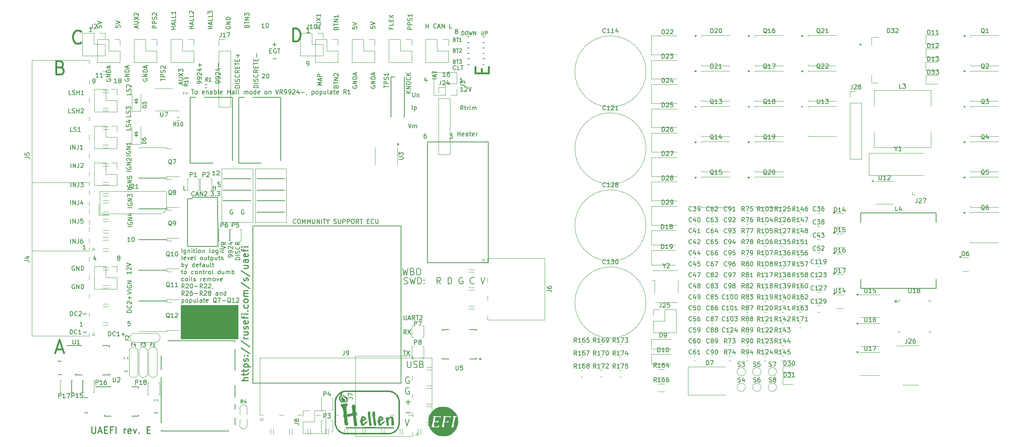
<source format=gto>
G04 #@! TF.GenerationSoftware,KiCad,Pcbnew,8.0.9-8.0.9-0~ubuntu24.04.1*
G04 #@! TF.CreationDate,2025-12-27T20:23:21+00:00*
G04 #@! TF.ProjectId,uaefi,75616566-692e-46b6-9963-61645f706362,E*
G04 #@! TF.SameCoordinates,Original*
G04 #@! TF.FileFunction,Legend,Top*
G04 #@! TF.FilePolarity,Positive*
%FSLAX46Y46*%
G04 Gerber Fmt 4.6, Leading zero omitted, Abs format (unit mm)*
G04 Created by KiCad (PCBNEW 8.0.9-8.0.9-0~ubuntu24.04.1) date 2025-12-27 20:23:21*
%MOMM*%
%LPD*%
G01*
G04 APERTURE LIST*
%ADD10C,0.150000*%
%ADD11C,0.450000*%
%ADD12C,0.200000*%
%ADD13C,0.170000*%
%ADD14C,0.250000*%
%ADD15C,0.127000*%
%ADD16C,0.120000*%
%ADD17C,0.203200*%
%ADD18C,0.000000*%
%ADD19C,0.099060*%
%ADD20C,0.002540*%
G04 APERTURE END LIST*
D10*
X46500000Y53800000D02*
X52900000Y53800000D01*
X46500000Y51200000D02*
X52900000Y51200000D01*
X38800000Y58800000D02*
X45200000Y58800000D01*
X29270000Y29932435D02*
X42186015Y29932435D01*
X42186015Y22357565D01*
X29270000Y22357565D01*
X29270000Y29932435D01*
G36*
X29270000Y29932435D02*
G01*
X42186015Y29932435D01*
X42186015Y22357565D01*
X29270000Y22357565D01*
X29270000Y29932435D01*
G37*
X46500000Y56200000D02*
X52900000Y56200000D01*
X38800000Y53800000D02*
X45200000Y53800000D01*
X46500000Y58800000D02*
X52900000Y58800000D01*
X38800000Y56200000D02*
X45200000Y56200000D01*
X36514286Y56245181D02*
X36514286Y57245181D01*
X36514286Y56768991D02*
X37085714Y56768991D01*
X37085714Y56245181D02*
X37085714Y57245181D01*
X93530952Y78745181D02*
X92959524Y78745181D01*
X93245238Y78745181D02*
X93245238Y79745181D01*
X93245238Y79745181D02*
X93150000Y79602324D01*
X93150000Y79602324D02*
X93054762Y79507086D01*
X93054762Y79507086D02*
X92959524Y79459467D01*
X93911905Y79649943D02*
X93959524Y79697562D01*
X93959524Y79697562D02*
X94054762Y79745181D01*
X94054762Y79745181D02*
X94292857Y79745181D01*
X94292857Y79745181D02*
X94388095Y79697562D01*
X94388095Y79697562D02*
X94435714Y79649943D01*
X94435714Y79649943D02*
X94483333Y79554705D01*
X94483333Y79554705D02*
X94483333Y79459467D01*
X94483333Y79459467D02*
X94435714Y79316610D01*
X94435714Y79316610D02*
X93864286Y78745181D01*
X93864286Y78745181D02*
X94483333Y78745181D01*
X94769048Y79745181D02*
X95102381Y78745181D01*
X95102381Y78745181D02*
X95435714Y79745181D01*
D11*
X1714285Y84206972D02*
X2142857Y84064115D01*
X2142857Y84064115D02*
X2285714Y83921258D01*
X2285714Y83921258D02*
X2428571Y83635543D01*
X2428571Y83635543D02*
X2428571Y83206972D01*
X2428571Y83206972D02*
X2285714Y82921258D01*
X2285714Y82921258D02*
X2142857Y82778400D01*
X2142857Y82778400D02*
X1857142Y82635543D01*
X1857142Y82635543D02*
X714285Y82635543D01*
X714285Y82635543D02*
X714285Y85635543D01*
X714285Y85635543D02*
X1714285Y85635543D01*
X1714285Y85635543D02*
X2000000Y85492686D01*
X2000000Y85492686D02*
X2142857Y85349829D01*
X2142857Y85349829D02*
X2285714Y85064115D01*
X2285714Y85064115D02*
X2285714Y84778400D01*
X2285714Y84778400D02*
X2142857Y84492686D01*
X2142857Y84492686D02*
X2000000Y84349829D01*
X2000000Y84349829D02*
X1714285Y84206972D01*
X1714285Y84206972D02*
X714285Y84206972D01*
D10*
X17638095Y26345181D02*
X17161905Y26345181D01*
X17161905Y26345181D02*
X17114286Y25868991D01*
X17114286Y25868991D02*
X17161905Y25916610D01*
X17161905Y25916610D02*
X17257143Y25964229D01*
X17257143Y25964229D02*
X17495238Y25964229D01*
X17495238Y25964229D02*
X17590476Y25916610D01*
X17590476Y25916610D02*
X17638095Y25868991D01*
X17638095Y25868991D02*
X17685714Y25773753D01*
X17685714Y25773753D02*
X17685714Y25535658D01*
X17685714Y25535658D02*
X17638095Y25440420D01*
X17638095Y25440420D02*
X17590476Y25392800D01*
X17590476Y25392800D02*
X17495238Y25345181D01*
X17495238Y25345181D02*
X17257143Y25345181D01*
X17257143Y25345181D02*
X17161905Y25392800D01*
X17161905Y25392800D02*
X17114286Y25440420D01*
X4069048Y44095181D02*
X4069048Y45095181D01*
X4545238Y44095181D02*
X4545238Y45095181D01*
X4545238Y45095181D02*
X5116666Y44095181D01*
X5116666Y44095181D02*
X5116666Y45095181D01*
X5878571Y45095181D02*
X5878571Y44380896D01*
X5878571Y44380896D02*
X5830952Y44238039D01*
X5830952Y44238039D02*
X5735714Y44142800D01*
X5735714Y44142800D02*
X5592857Y44095181D01*
X5592857Y44095181D02*
X5497619Y44095181D01*
X6783333Y45095181D02*
X6592857Y45095181D01*
X6592857Y45095181D02*
X6497619Y45047562D01*
X6497619Y45047562D02*
X6450000Y44999943D01*
X6450000Y44999943D02*
X6354762Y44857086D01*
X6354762Y44857086D02*
X6307143Y44666610D01*
X6307143Y44666610D02*
X6307143Y44285658D01*
X6307143Y44285658D02*
X6354762Y44190420D01*
X6354762Y44190420D02*
X6402381Y44142800D01*
X6402381Y44142800D02*
X6497619Y44095181D01*
X6497619Y44095181D02*
X6688095Y44095181D01*
X6688095Y44095181D02*
X6783333Y44142800D01*
X6783333Y44142800D02*
X6830952Y44190420D01*
X6830952Y44190420D02*
X6878571Y44285658D01*
X6878571Y44285658D02*
X6878571Y44523753D01*
X6878571Y44523753D02*
X6830952Y44618991D01*
X6830952Y44618991D02*
X6783333Y44666610D01*
X6783333Y44666610D02*
X6688095Y44714229D01*
X6688095Y44714229D02*
X6497619Y44714229D01*
X6497619Y44714229D02*
X6402381Y44666610D01*
X6402381Y44666610D02*
X6354762Y44618991D01*
X6354762Y44618991D02*
X6307143Y44523753D01*
X17804819Y78457143D02*
X17804819Y77980953D01*
X17804819Y77980953D02*
X16804819Y77980953D01*
X17757200Y78742858D02*
X17804819Y78885715D01*
X17804819Y78885715D02*
X17804819Y79123810D01*
X17804819Y79123810D02*
X17757200Y79219048D01*
X17757200Y79219048D02*
X17709580Y79266667D01*
X17709580Y79266667D02*
X17614342Y79314286D01*
X17614342Y79314286D02*
X17519104Y79314286D01*
X17519104Y79314286D02*
X17423866Y79266667D01*
X17423866Y79266667D02*
X17376247Y79219048D01*
X17376247Y79219048D02*
X17328628Y79123810D01*
X17328628Y79123810D02*
X17281009Y78933334D01*
X17281009Y78933334D02*
X17233390Y78838096D01*
X17233390Y78838096D02*
X17185771Y78790477D01*
X17185771Y78790477D02*
X17090533Y78742858D01*
X17090533Y78742858D02*
X16995295Y78742858D01*
X16995295Y78742858D02*
X16900057Y78790477D01*
X16900057Y78790477D02*
X16852438Y78838096D01*
X16852438Y78838096D02*
X16804819Y78933334D01*
X16804819Y78933334D02*
X16804819Y79171429D01*
X16804819Y79171429D02*
X16852438Y79314286D01*
X16900057Y79695239D02*
X16852438Y79742858D01*
X16852438Y79742858D02*
X16804819Y79838096D01*
X16804819Y79838096D02*
X16804819Y80076191D01*
X16804819Y80076191D02*
X16852438Y80171429D01*
X16852438Y80171429D02*
X16900057Y80219048D01*
X16900057Y80219048D02*
X16995295Y80266667D01*
X16995295Y80266667D02*
X17090533Y80266667D01*
X17090533Y80266667D02*
X17233390Y80219048D01*
X17233390Y80219048D02*
X17804819Y79647620D01*
X17804819Y79647620D02*
X17804819Y80266667D01*
X4069048Y52895181D02*
X4069048Y53895181D01*
X4545238Y52895181D02*
X4545238Y53895181D01*
X4545238Y53895181D02*
X5116666Y52895181D01*
X5116666Y52895181D02*
X5116666Y53895181D01*
X5878571Y53895181D02*
X5878571Y53180896D01*
X5878571Y53180896D02*
X5830952Y53038039D01*
X5830952Y53038039D02*
X5735714Y52942800D01*
X5735714Y52942800D02*
X5592857Y52895181D01*
X5592857Y52895181D02*
X5497619Y52895181D01*
X6783333Y53561848D02*
X6783333Y52895181D01*
X6545238Y53942800D02*
X6307143Y53228515D01*
X6307143Y53228515D02*
X6926190Y53228515D01*
X4133333Y73795181D02*
X3657143Y73795181D01*
X3657143Y73795181D02*
X3657143Y74795181D01*
X4419048Y73842800D02*
X4561905Y73795181D01*
X4561905Y73795181D02*
X4800000Y73795181D01*
X4800000Y73795181D02*
X4895238Y73842800D01*
X4895238Y73842800D02*
X4942857Y73890420D01*
X4942857Y73890420D02*
X4990476Y73985658D01*
X4990476Y73985658D02*
X4990476Y74080896D01*
X4990476Y74080896D02*
X4942857Y74176134D01*
X4942857Y74176134D02*
X4895238Y74223753D01*
X4895238Y74223753D02*
X4800000Y74271372D01*
X4800000Y74271372D02*
X4609524Y74318991D01*
X4609524Y74318991D02*
X4514286Y74366610D01*
X4514286Y74366610D02*
X4466667Y74414229D01*
X4466667Y74414229D02*
X4419048Y74509467D01*
X4419048Y74509467D02*
X4419048Y74604705D01*
X4419048Y74604705D02*
X4466667Y74699943D01*
X4466667Y74699943D02*
X4514286Y74747562D01*
X4514286Y74747562D02*
X4609524Y74795181D01*
X4609524Y74795181D02*
X4847619Y74795181D01*
X4847619Y74795181D02*
X4990476Y74747562D01*
X5419048Y73795181D02*
X5419048Y74795181D01*
X5419048Y74318991D02*
X5990476Y74318991D01*
X5990476Y73795181D02*
X5990476Y74795181D01*
X6419048Y74699943D02*
X6466667Y74747562D01*
X6466667Y74747562D02*
X6561905Y74795181D01*
X6561905Y74795181D02*
X6800000Y74795181D01*
X6800000Y74795181D02*
X6895238Y74747562D01*
X6895238Y74747562D02*
X6942857Y74699943D01*
X6942857Y74699943D02*
X6990476Y74604705D01*
X6990476Y74604705D02*
X6990476Y74509467D01*
X6990476Y74509467D02*
X6942857Y74366610D01*
X6942857Y74366610D02*
X6371429Y73795181D01*
X6371429Y73795181D02*
X6990476Y73795181D01*
X14609523Y80645181D02*
X14038095Y80645181D01*
X14323809Y80645181D02*
X14323809Y81645181D01*
X14323809Y81645181D02*
X14228571Y81502324D01*
X14228571Y81502324D02*
X14133333Y81407086D01*
X14133333Y81407086D02*
X14038095Y81359467D01*
X15180952Y81216610D02*
X15085714Y81264229D01*
X15085714Y81264229D02*
X15038095Y81311848D01*
X15038095Y81311848D02*
X14990476Y81407086D01*
X14990476Y81407086D02*
X14990476Y81454705D01*
X14990476Y81454705D02*
X15038095Y81549943D01*
X15038095Y81549943D02*
X15085714Y81597562D01*
X15085714Y81597562D02*
X15180952Y81645181D01*
X15180952Y81645181D02*
X15371428Y81645181D01*
X15371428Y81645181D02*
X15466666Y81597562D01*
X15466666Y81597562D02*
X15514285Y81549943D01*
X15514285Y81549943D02*
X15561904Y81454705D01*
X15561904Y81454705D02*
X15561904Y81407086D01*
X15561904Y81407086D02*
X15514285Y81311848D01*
X15514285Y81311848D02*
X15466666Y81264229D01*
X15466666Y81264229D02*
X15371428Y81216610D01*
X15371428Y81216610D02*
X15180952Y81216610D01*
X15180952Y81216610D02*
X15085714Y81168991D01*
X15085714Y81168991D02*
X15038095Y81121372D01*
X15038095Y81121372D02*
X14990476Y81026134D01*
X14990476Y81026134D02*
X14990476Y80835658D01*
X14990476Y80835658D02*
X15038095Y80740420D01*
X15038095Y80740420D02*
X15085714Y80692800D01*
X15085714Y80692800D02*
X15180952Y80645181D01*
X15180952Y80645181D02*
X15371428Y80645181D01*
X15371428Y80645181D02*
X15466666Y80692800D01*
X15466666Y80692800D02*
X15514285Y80740420D01*
X15514285Y80740420D02*
X15561904Y80835658D01*
X15561904Y80835658D02*
X15561904Y81026134D01*
X15561904Y81026134D02*
X15514285Y81121372D01*
X15514285Y81121372D02*
X15466666Y81168991D01*
X15466666Y81168991D02*
X15371428Y81216610D01*
X3992857Y27595181D02*
X3992857Y28595181D01*
X3992857Y28595181D02*
X4230952Y28595181D01*
X4230952Y28595181D02*
X4373809Y28547562D01*
X4373809Y28547562D02*
X4469047Y28452324D01*
X4469047Y28452324D02*
X4516666Y28357086D01*
X4516666Y28357086D02*
X4564285Y28166610D01*
X4564285Y28166610D02*
X4564285Y28023753D01*
X4564285Y28023753D02*
X4516666Y27833277D01*
X4516666Y27833277D02*
X4469047Y27738039D01*
X4469047Y27738039D02*
X4373809Y27642800D01*
X4373809Y27642800D02*
X4230952Y27595181D01*
X4230952Y27595181D02*
X3992857Y27595181D01*
X5564285Y27690420D02*
X5516666Y27642800D01*
X5516666Y27642800D02*
X5373809Y27595181D01*
X5373809Y27595181D02*
X5278571Y27595181D01*
X5278571Y27595181D02*
X5135714Y27642800D01*
X5135714Y27642800D02*
X5040476Y27738039D01*
X5040476Y27738039D02*
X4992857Y27833277D01*
X4992857Y27833277D02*
X4945238Y28023753D01*
X4945238Y28023753D02*
X4945238Y28166610D01*
X4945238Y28166610D02*
X4992857Y28357086D01*
X4992857Y28357086D02*
X5040476Y28452324D01*
X5040476Y28452324D02*
X5135714Y28547562D01*
X5135714Y28547562D02*
X5278571Y28595181D01*
X5278571Y28595181D02*
X5373809Y28595181D01*
X5373809Y28595181D02*
X5516666Y28547562D01*
X5516666Y28547562D02*
X5564285Y28499943D01*
X5945238Y28499943D02*
X5992857Y28547562D01*
X5992857Y28547562D02*
X6088095Y28595181D01*
X6088095Y28595181D02*
X6326190Y28595181D01*
X6326190Y28595181D02*
X6421428Y28547562D01*
X6421428Y28547562D02*
X6469047Y28499943D01*
X6469047Y28499943D02*
X6516666Y28404705D01*
X6516666Y28404705D02*
X6516666Y28309467D01*
X6516666Y28309467D02*
X6469047Y28166610D01*
X6469047Y28166610D02*
X5897619Y27595181D01*
X5897619Y27595181D02*
X6516666Y27595181D01*
X6945238Y27976134D02*
X7707143Y27976134D01*
X10154819Y93709524D02*
X10154819Y93233334D01*
X10154819Y93233334D02*
X10631009Y93185715D01*
X10631009Y93185715D02*
X10583390Y93233334D01*
X10583390Y93233334D02*
X10535771Y93328572D01*
X10535771Y93328572D02*
X10535771Y93566667D01*
X10535771Y93566667D02*
X10583390Y93661905D01*
X10583390Y93661905D02*
X10631009Y93709524D01*
X10631009Y93709524D02*
X10726247Y93757143D01*
X10726247Y93757143D02*
X10964342Y93757143D01*
X10964342Y93757143D02*
X11059580Y93709524D01*
X11059580Y93709524D02*
X11107200Y93661905D01*
X11107200Y93661905D02*
X11154819Y93566667D01*
X11154819Y93566667D02*
X11154819Y93328572D01*
X11154819Y93328572D02*
X11107200Y93233334D01*
X11107200Y93233334D02*
X11059580Y93185715D01*
X10154819Y94042858D02*
X11154819Y94376191D01*
X11154819Y94376191D02*
X10154819Y94709524D01*
X58535714Y92145181D02*
X57964286Y92145181D01*
X58250000Y92145181D02*
X58250000Y93145181D01*
X58250000Y93145181D02*
X58154762Y93002324D01*
X58154762Y93002324D02*
X58059524Y92907086D01*
X58059524Y92907086D02*
X57964286Y92859467D01*
X32104819Y93000001D02*
X31104819Y93000001D01*
X31581009Y93000001D02*
X31581009Y93571429D01*
X32104819Y93571429D02*
X31104819Y93571429D01*
X31819104Y94000001D02*
X31819104Y94476191D01*
X32104819Y93904763D02*
X31104819Y94238096D01*
X31104819Y94238096D02*
X32104819Y94571429D01*
X32104819Y95380953D02*
X32104819Y94904763D01*
X32104819Y94904763D02*
X31104819Y94904763D01*
X32104819Y96190477D02*
X32104819Y95714287D01*
X32104819Y95714287D02*
X31104819Y95714287D01*
X31200057Y96476192D02*
X31152438Y96523811D01*
X31152438Y96523811D02*
X31104819Y96619049D01*
X31104819Y96619049D02*
X31104819Y96857144D01*
X31104819Y96857144D02*
X31152438Y96952382D01*
X31152438Y96952382D02*
X31200057Y97000001D01*
X31200057Y97000001D02*
X31295295Y97047620D01*
X31295295Y97047620D02*
X31390533Y97047620D01*
X31390533Y97047620D02*
X31533390Y97000001D01*
X31533390Y97000001D02*
X32104819Y96428573D01*
X32104819Y96428573D02*
X32104819Y97047620D01*
X42584819Y79529049D02*
X41584819Y79529049D01*
X41584819Y79529049D02*
X41584819Y79767144D01*
X41584819Y79767144D02*
X41632438Y79910001D01*
X41632438Y79910001D02*
X41727676Y80005239D01*
X41727676Y80005239D02*
X41822914Y80052858D01*
X41822914Y80052858D02*
X42013390Y80100477D01*
X42013390Y80100477D02*
X42156247Y80100477D01*
X42156247Y80100477D02*
X42346723Y80052858D01*
X42346723Y80052858D02*
X42441961Y80005239D01*
X42441961Y80005239D02*
X42537200Y79910001D01*
X42537200Y79910001D02*
X42584819Y79767144D01*
X42584819Y79767144D02*
X42584819Y79529049D01*
X42584819Y80529049D02*
X41584819Y80529049D01*
X42537200Y80957620D02*
X42584819Y81100477D01*
X42584819Y81100477D02*
X42584819Y81338572D01*
X42584819Y81338572D02*
X42537200Y81433810D01*
X42537200Y81433810D02*
X42489580Y81481429D01*
X42489580Y81481429D02*
X42394342Y81529048D01*
X42394342Y81529048D02*
X42299104Y81529048D01*
X42299104Y81529048D02*
X42203866Y81481429D01*
X42203866Y81481429D02*
X42156247Y81433810D01*
X42156247Y81433810D02*
X42108628Y81338572D01*
X42108628Y81338572D02*
X42061009Y81148096D01*
X42061009Y81148096D02*
X42013390Y81052858D01*
X42013390Y81052858D02*
X41965771Y81005239D01*
X41965771Y81005239D02*
X41870533Y80957620D01*
X41870533Y80957620D02*
X41775295Y80957620D01*
X41775295Y80957620D02*
X41680057Y81005239D01*
X41680057Y81005239D02*
X41632438Y81052858D01*
X41632438Y81052858D02*
X41584819Y81148096D01*
X41584819Y81148096D02*
X41584819Y81386191D01*
X41584819Y81386191D02*
X41632438Y81529048D01*
X42489580Y82529048D02*
X42537200Y82481429D01*
X42537200Y82481429D02*
X42584819Y82338572D01*
X42584819Y82338572D02*
X42584819Y82243334D01*
X42584819Y82243334D02*
X42537200Y82100477D01*
X42537200Y82100477D02*
X42441961Y82005239D01*
X42441961Y82005239D02*
X42346723Y81957620D01*
X42346723Y81957620D02*
X42156247Y81910001D01*
X42156247Y81910001D02*
X42013390Y81910001D01*
X42013390Y81910001D02*
X41822914Y81957620D01*
X41822914Y81957620D02*
X41727676Y82005239D01*
X41727676Y82005239D02*
X41632438Y82100477D01*
X41632438Y82100477D02*
X41584819Y82243334D01*
X41584819Y82243334D02*
X41584819Y82338572D01*
X41584819Y82338572D02*
X41632438Y82481429D01*
X41632438Y82481429D02*
X41680057Y82529048D01*
X42584819Y83529048D02*
X42108628Y83195715D01*
X42584819Y82957620D02*
X41584819Y82957620D01*
X41584819Y82957620D02*
X41584819Y83338572D01*
X41584819Y83338572D02*
X41632438Y83433810D01*
X41632438Y83433810D02*
X41680057Y83481429D01*
X41680057Y83481429D02*
X41775295Y83529048D01*
X41775295Y83529048D02*
X41918152Y83529048D01*
X41918152Y83529048D02*
X42013390Y83481429D01*
X42013390Y83481429D02*
X42061009Y83433810D01*
X42061009Y83433810D02*
X42108628Y83338572D01*
X42108628Y83338572D02*
X42108628Y82957620D01*
X42061009Y83957620D02*
X42061009Y84290953D01*
X42584819Y84433810D02*
X42584819Y83957620D01*
X42584819Y83957620D02*
X41584819Y83957620D01*
X41584819Y83957620D02*
X41584819Y84433810D01*
X41584819Y84719525D02*
X41584819Y85290953D01*
X42584819Y85005239D02*
X41584819Y85005239D01*
X42061009Y85624287D02*
X42061009Y85957620D01*
X42584819Y86100477D02*
X42584819Y85624287D01*
X42584819Y85624287D02*
X41584819Y85624287D01*
X41584819Y85624287D02*
X41584819Y86100477D01*
X42203866Y86529049D02*
X42203866Y87290953D01*
X42584819Y86910001D02*
X41822914Y86910001D01*
D12*
X81234349Y13602944D02*
X81101016Y13674373D01*
X81101016Y13674373D02*
X80901016Y13674373D01*
X80901016Y13674373D02*
X80701016Y13602944D01*
X80701016Y13602944D02*
X80567683Y13460087D01*
X80567683Y13460087D02*
X80501016Y13317230D01*
X80501016Y13317230D02*
X80434349Y13031516D01*
X80434349Y13031516D02*
X80434349Y12817230D01*
X80434349Y12817230D02*
X80501016Y12531516D01*
X80501016Y12531516D02*
X80567683Y12388659D01*
X80567683Y12388659D02*
X80701016Y12245801D01*
X80701016Y12245801D02*
X80901016Y12174373D01*
X80901016Y12174373D02*
X81034349Y12174373D01*
X81034349Y12174373D02*
X81234349Y12245801D01*
X81234349Y12245801D02*
X81301016Y12317230D01*
X81301016Y12317230D02*
X81301016Y12817230D01*
X81301016Y12817230D02*
X81034349Y12817230D01*
X81234349Y11188028D02*
X81101016Y11259457D01*
X81101016Y11259457D02*
X80901016Y11259457D01*
X80901016Y11259457D02*
X80701016Y11188028D01*
X80701016Y11188028D02*
X80567683Y11045171D01*
X80567683Y11045171D02*
X80501016Y10902314D01*
X80501016Y10902314D02*
X80434349Y10616600D01*
X80434349Y10616600D02*
X80434349Y10402314D01*
X80434349Y10402314D02*
X80501016Y10116600D01*
X80501016Y10116600D02*
X80567683Y9973743D01*
X80567683Y9973743D02*
X80701016Y9830885D01*
X80701016Y9830885D02*
X80901016Y9759457D01*
X80901016Y9759457D02*
X81034349Y9759457D01*
X81034349Y9759457D02*
X81234349Y9830885D01*
X81234349Y9830885D02*
X81301016Y9902314D01*
X81301016Y9902314D02*
X81301016Y10402314D01*
X81301016Y10402314D02*
X81034349Y10402314D01*
X80501016Y7915969D02*
X81567683Y7915969D01*
X81034349Y7344541D02*
X81034349Y8487398D01*
X80501016Y5501053D02*
X81567683Y5501053D01*
X80301016Y4014709D02*
X80767683Y2514709D01*
X80767683Y2514709D02*
X81234349Y4014709D01*
D10*
X81604819Y78290477D02*
X80604819Y78290477D01*
X81604819Y78861905D02*
X81033390Y78433334D01*
X80604819Y78861905D02*
X81176247Y78290477D01*
X81604819Y79290477D02*
X80604819Y79290477D01*
X80604819Y79290477D02*
X81604819Y79861905D01*
X81604819Y79861905D02*
X80604819Y79861905D01*
X80604819Y80528572D02*
X80604819Y80719048D01*
X80604819Y80719048D02*
X80652438Y80814286D01*
X80652438Y80814286D02*
X80747676Y80909524D01*
X80747676Y80909524D02*
X80938152Y80957143D01*
X80938152Y80957143D02*
X81271485Y80957143D01*
X81271485Y80957143D02*
X81461961Y80909524D01*
X81461961Y80909524D02*
X81557200Y80814286D01*
X81557200Y80814286D02*
X81604819Y80719048D01*
X81604819Y80719048D02*
X81604819Y80528572D01*
X81604819Y80528572D02*
X81557200Y80433334D01*
X81557200Y80433334D02*
X81461961Y80338096D01*
X81461961Y80338096D02*
X81271485Y80290477D01*
X81271485Y80290477D02*
X80938152Y80290477D01*
X80938152Y80290477D02*
X80747676Y80338096D01*
X80747676Y80338096D02*
X80652438Y80433334D01*
X80652438Y80433334D02*
X80604819Y80528572D01*
X81509580Y81957143D02*
X81557200Y81909524D01*
X81557200Y81909524D02*
X81604819Y81766667D01*
X81604819Y81766667D02*
X81604819Y81671429D01*
X81604819Y81671429D02*
X81557200Y81528572D01*
X81557200Y81528572D02*
X81461961Y81433334D01*
X81461961Y81433334D02*
X81366723Y81385715D01*
X81366723Y81385715D02*
X81176247Y81338096D01*
X81176247Y81338096D02*
X81033390Y81338096D01*
X81033390Y81338096D02*
X80842914Y81385715D01*
X80842914Y81385715D02*
X80747676Y81433334D01*
X80747676Y81433334D02*
X80652438Y81528572D01*
X80652438Y81528572D02*
X80604819Y81671429D01*
X80604819Y81671429D02*
X80604819Y81766667D01*
X80604819Y81766667D02*
X80652438Y81909524D01*
X80652438Y81909524D02*
X80700057Y81957143D01*
X81604819Y82385715D02*
X80604819Y82385715D01*
X81604819Y82957143D02*
X81033390Y82528572D01*
X80604819Y82957143D02*
X81176247Y82385715D01*
X80036779Y27670041D02*
X80036779Y26860518D01*
X80036779Y26860518D02*
X80084398Y26765280D01*
X80084398Y26765280D02*
X80132017Y26717660D01*
X80132017Y26717660D02*
X80227255Y26670041D01*
X80227255Y26670041D02*
X80417731Y26670041D01*
X80417731Y26670041D02*
X80512969Y26717660D01*
X80512969Y26717660D02*
X80560588Y26765280D01*
X80560588Y26765280D02*
X80608207Y26860518D01*
X80608207Y26860518D02*
X80608207Y27670041D01*
X81036779Y26955756D02*
X81512969Y26955756D01*
X80941541Y26670041D02*
X81274874Y27670041D01*
X81274874Y27670041D02*
X81608207Y26670041D01*
X82512969Y26670041D02*
X82179636Y27146232D01*
X81941541Y26670041D02*
X81941541Y27670041D01*
X81941541Y27670041D02*
X82322493Y27670041D01*
X82322493Y27670041D02*
X82417731Y27622422D01*
X82417731Y27622422D02*
X82465350Y27574803D01*
X82465350Y27574803D02*
X82512969Y27479565D01*
X82512969Y27479565D02*
X82512969Y27336708D01*
X82512969Y27336708D02*
X82465350Y27241470D01*
X82465350Y27241470D02*
X82417731Y27193851D01*
X82417731Y27193851D02*
X82322493Y27146232D01*
X82322493Y27146232D02*
X81941541Y27146232D01*
X82798684Y27670041D02*
X83370112Y27670041D01*
X83084398Y26670041D02*
X83084398Y27670041D01*
X83655827Y27574803D02*
X83703446Y27622422D01*
X83703446Y27622422D02*
X83798684Y27670041D01*
X83798684Y27670041D02*
X84036779Y27670041D01*
X84036779Y27670041D02*
X84132017Y27622422D01*
X84132017Y27622422D02*
X84179636Y27574803D01*
X84179636Y27574803D02*
X84227255Y27479565D01*
X84227255Y27479565D02*
X84227255Y27384327D01*
X84227255Y27384327D02*
X84179636Y27241470D01*
X84179636Y27241470D02*
X83608208Y26670041D01*
X83608208Y26670041D02*
X84227255Y26670041D01*
X80608207Y23450153D02*
X80274874Y23926344D01*
X80036779Y23450153D02*
X80036779Y24450153D01*
X80036779Y24450153D02*
X80417731Y24450153D01*
X80417731Y24450153D02*
X80512969Y24402534D01*
X80512969Y24402534D02*
X80560588Y24354915D01*
X80560588Y24354915D02*
X80608207Y24259677D01*
X80608207Y24259677D02*
X80608207Y24116820D01*
X80608207Y24116820D02*
X80560588Y24021582D01*
X80560588Y24021582D02*
X80512969Y23973963D01*
X80512969Y23973963D02*
X80417731Y23926344D01*
X80417731Y23926344D02*
X80036779Y23926344D01*
X80941541Y24450153D02*
X81608207Y23450153D01*
X81608207Y24450153D02*
X80941541Y23450153D01*
X79893922Y19620321D02*
X80465350Y19620321D01*
X80179636Y18620321D02*
X80179636Y19620321D01*
X80703446Y19620321D02*
X81370112Y18620321D01*
X81370112Y19620321D02*
X80703446Y18620321D01*
D11*
X785714Y19992686D02*
X2214286Y19992686D01*
X500000Y19135543D02*
X1500000Y22135543D01*
X1500000Y22135543D02*
X2500000Y19135543D01*
D10*
X14354819Y93809524D02*
X14354819Y93333334D01*
X14354819Y93333334D02*
X14831009Y93285715D01*
X14831009Y93285715D02*
X14783390Y93333334D01*
X14783390Y93333334D02*
X14735771Y93428572D01*
X14735771Y93428572D02*
X14735771Y93666667D01*
X14735771Y93666667D02*
X14783390Y93761905D01*
X14783390Y93761905D02*
X14831009Y93809524D01*
X14831009Y93809524D02*
X14926247Y93857143D01*
X14926247Y93857143D02*
X15164342Y93857143D01*
X15164342Y93857143D02*
X15259580Y93809524D01*
X15259580Y93809524D02*
X15307200Y93761905D01*
X15307200Y93761905D02*
X15354819Y93666667D01*
X15354819Y93666667D02*
X15354819Y93428572D01*
X15354819Y93428572D02*
X15307200Y93333334D01*
X15307200Y93333334D02*
X15259580Y93285715D01*
X14354819Y94142858D02*
X15354819Y94476191D01*
X15354819Y94476191D02*
X14354819Y94809524D01*
X89509523Y82145181D02*
X88938095Y82145181D01*
X89223809Y82145181D02*
X89223809Y83145181D01*
X89223809Y83145181D02*
X89128571Y83002324D01*
X89128571Y83002324D02*
X89033333Y82907086D01*
X89033333Y82907086D02*
X88938095Y82859467D01*
X90366666Y83145181D02*
X90176190Y83145181D01*
X90176190Y83145181D02*
X90080952Y83097562D01*
X90080952Y83097562D02*
X90033333Y83049943D01*
X90033333Y83049943D02*
X89938095Y82907086D01*
X89938095Y82907086D02*
X89890476Y82716610D01*
X89890476Y82716610D02*
X89890476Y82335658D01*
X89890476Y82335658D02*
X89938095Y82240420D01*
X89938095Y82240420D02*
X89985714Y82192800D01*
X89985714Y82192800D02*
X90080952Y82145181D01*
X90080952Y82145181D02*
X90271428Y82145181D01*
X90271428Y82145181D02*
X90366666Y82192800D01*
X90366666Y82192800D02*
X90414285Y82240420D01*
X90414285Y82240420D02*
X90461904Y82335658D01*
X90461904Y82335658D02*
X90461904Y82573753D01*
X90461904Y82573753D02*
X90414285Y82668991D01*
X90414285Y82668991D02*
X90366666Y82716610D01*
X90366666Y82716610D02*
X90271428Y82764229D01*
X90271428Y82764229D02*
X90080952Y82764229D01*
X90080952Y82764229D02*
X89985714Y82716610D01*
X89985714Y82716610D02*
X89938095Y82668991D01*
X89938095Y82668991D02*
X89890476Y82573753D01*
X44231009Y93590477D02*
X44278628Y93733334D01*
X44278628Y93733334D02*
X44326247Y93780953D01*
X44326247Y93780953D02*
X44421485Y93828572D01*
X44421485Y93828572D02*
X44564342Y93828572D01*
X44564342Y93828572D02*
X44659580Y93780953D01*
X44659580Y93780953D02*
X44707200Y93733334D01*
X44707200Y93733334D02*
X44754819Y93638096D01*
X44754819Y93638096D02*
X44754819Y93257144D01*
X44754819Y93257144D02*
X43754819Y93257144D01*
X43754819Y93257144D02*
X43754819Y93590477D01*
X43754819Y93590477D02*
X43802438Y93685715D01*
X43802438Y93685715D02*
X43850057Y93733334D01*
X43850057Y93733334D02*
X43945295Y93780953D01*
X43945295Y93780953D02*
X44040533Y93780953D01*
X44040533Y93780953D02*
X44135771Y93733334D01*
X44135771Y93733334D02*
X44183390Y93685715D01*
X44183390Y93685715D02*
X44231009Y93590477D01*
X44231009Y93590477D02*
X44231009Y93257144D01*
X43754819Y94114287D02*
X43754819Y94685715D01*
X44754819Y94400001D02*
X43754819Y94400001D01*
X44754819Y95019049D02*
X43754819Y95019049D01*
X43754819Y95019049D02*
X44754819Y95590477D01*
X44754819Y95590477D02*
X43754819Y95590477D01*
X43754819Y95971430D02*
X43754819Y96590477D01*
X43754819Y96590477D02*
X44135771Y96257144D01*
X44135771Y96257144D02*
X44135771Y96400001D01*
X44135771Y96400001D02*
X44183390Y96495239D01*
X44183390Y96495239D02*
X44231009Y96542858D01*
X44231009Y96542858D02*
X44326247Y96590477D01*
X44326247Y96590477D02*
X44564342Y96590477D01*
X44564342Y96590477D02*
X44659580Y96542858D01*
X44659580Y96542858D02*
X44707200Y96495239D01*
X44707200Y96495239D02*
X44754819Y96400001D01*
X44754819Y96400001D02*
X44754819Y96114287D01*
X44754819Y96114287D02*
X44707200Y96019049D01*
X44707200Y96019049D02*
X44659580Y95971430D01*
X19219104Y93185715D02*
X19219104Y93661905D01*
X19504819Y93090477D02*
X18504819Y93423810D01*
X18504819Y93423810D02*
X19504819Y93757143D01*
X18504819Y94090477D02*
X19314342Y94090477D01*
X19314342Y94090477D02*
X19409580Y94138096D01*
X19409580Y94138096D02*
X19457200Y94185715D01*
X19457200Y94185715D02*
X19504819Y94280953D01*
X19504819Y94280953D02*
X19504819Y94471429D01*
X19504819Y94471429D02*
X19457200Y94566667D01*
X19457200Y94566667D02*
X19409580Y94614286D01*
X19409580Y94614286D02*
X19314342Y94661905D01*
X19314342Y94661905D02*
X18504819Y94661905D01*
X18504819Y95042858D02*
X19504819Y95709524D01*
X18504819Y95709524D02*
X19504819Y95042858D01*
X18600057Y96042858D02*
X18552438Y96090477D01*
X18552438Y96090477D02*
X18504819Y96185715D01*
X18504819Y96185715D02*
X18504819Y96423810D01*
X18504819Y96423810D02*
X18552438Y96519048D01*
X18552438Y96519048D02*
X18600057Y96566667D01*
X18600057Y96566667D02*
X18695295Y96614286D01*
X18695295Y96614286D02*
X18790533Y96614286D01*
X18790533Y96614286D02*
X18933390Y96566667D01*
X18933390Y96566667D02*
X19504819Y95995239D01*
X19504819Y95995239D02*
X19504819Y96614286D01*
X9740476Y40911848D02*
X9740476Y40245181D01*
X9502381Y41292800D02*
X9264286Y40578515D01*
X9264286Y40578515D02*
X9883333Y40578515D01*
X36052381Y55945181D02*
X36671428Y55945181D01*
X36671428Y55945181D02*
X36338095Y55564229D01*
X36338095Y55564229D02*
X36480952Y55564229D01*
X36480952Y55564229D02*
X36576190Y55516610D01*
X36576190Y55516610D02*
X36623809Y55468991D01*
X36623809Y55468991D02*
X36671428Y55373753D01*
X36671428Y55373753D02*
X36671428Y55135658D01*
X36671428Y55135658D02*
X36623809Y55040420D01*
X36623809Y55040420D02*
X36576190Y54992800D01*
X36576190Y54992800D02*
X36480952Y54945181D01*
X36480952Y54945181D02*
X36195238Y54945181D01*
X36195238Y54945181D02*
X36100000Y54992800D01*
X36100000Y54992800D02*
X36052381Y55040420D01*
X37100000Y55040420D02*
X37147619Y54992800D01*
X37147619Y54992800D02*
X37100000Y54945181D01*
X37100000Y54945181D02*
X37052381Y54992800D01*
X37052381Y54992800D02*
X37100000Y55040420D01*
X37100000Y55040420D02*
X37100000Y54945181D01*
X37480952Y55945181D02*
X38099999Y55945181D01*
X38099999Y55945181D02*
X37766666Y55564229D01*
X37766666Y55564229D02*
X37909523Y55564229D01*
X37909523Y55564229D02*
X38004761Y55516610D01*
X38004761Y55516610D02*
X38052380Y55468991D01*
X38052380Y55468991D02*
X38099999Y55373753D01*
X38099999Y55373753D02*
X38099999Y55135658D01*
X38099999Y55135658D02*
X38052380Y55040420D01*
X38052380Y55040420D02*
X38004761Y54992800D01*
X38004761Y54992800D02*
X37909523Y54945181D01*
X37909523Y54945181D02*
X37623809Y54945181D01*
X37623809Y54945181D02*
X37528571Y54992800D01*
X37528571Y54992800D02*
X37480952Y55040420D01*
X75504819Y79561906D02*
X75504819Y80133334D01*
X76504819Y79847620D02*
X75504819Y79847620D01*
X76504819Y80466668D02*
X75504819Y80466668D01*
X75504819Y80466668D02*
X75504819Y80847620D01*
X75504819Y80847620D02*
X75552438Y80942858D01*
X75552438Y80942858D02*
X75600057Y80990477D01*
X75600057Y80990477D02*
X75695295Y81038096D01*
X75695295Y81038096D02*
X75838152Y81038096D01*
X75838152Y81038096D02*
X75933390Y80990477D01*
X75933390Y80990477D02*
X75981009Y80942858D01*
X75981009Y80942858D02*
X76028628Y80847620D01*
X76028628Y80847620D02*
X76028628Y80466668D01*
X76457200Y81419049D02*
X76504819Y81561906D01*
X76504819Y81561906D02*
X76504819Y81800001D01*
X76504819Y81800001D02*
X76457200Y81895239D01*
X76457200Y81895239D02*
X76409580Y81942858D01*
X76409580Y81942858D02*
X76314342Y81990477D01*
X76314342Y81990477D02*
X76219104Y81990477D01*
X76219104Y81990477D02*
X76123866Y81942858D01*
X76123866Y81942858D02*
X76076247Y81895239D01*
X76076247Y81895239D02*
X76028628Y81800001D01*
X76028628Y81800001D02*
X75981009Y81609525D01*
X75981009Y81609525D02*
X75933390Y81514287D01*
X75933390Y81514287D02*
X75885771Y81466668D01*
X75885771Y81466668D02*
X75790533Y81419049D01*
X75790533Y81419049D02*
X75695295Y81419049D01*
X75695295Y81419049D02*
X75600057Y81466668D01*
X75600057Y81466668D02*
X75552438Y81514287D01*
X75552438Y81514287D02*
X75504819Y81609525D01*
X75504819Y81609525D02*
X75504819Y81847620D01*
X75504819Y81847620D02*
X75552438Y81990477D01*
X76504819Y82942858D02*
X76504819Y82371430D01*
X76504819Y82657144D02*
X75504819Y82657144D01*
X75504819Y82657144D02*
X75647676Y82561906D01*
X75647676Y82561906D02*
X75742914Y82466668D01*
X75742914Y82466668D02*
X75790533Y82371430D01*
D13*
X97807080Y92429192D02*
X97807080Y91765382D01*
X97807080Y91765382D02*
X97846127Y91687287D01*
X97846127Y91687287D02*
X97885175Y91648239D01*
X97885175Y91648239D02*
X97963270Y91609192D01*
X97963270Y91609192D02*
X98119461Y91609192D01*
X98119461Y91609192D02*
X98197556Y91648239D01*
X98197556Y91648239D02*
X98236603Y91687287D01*
X98236603Y91687287D02*
X98275651Y91765382D01*
X98275651Y91765382D02*
X98275651Y92429192D01*
X98666128Y91609192D02*
X98666128Y92429192D01*
X98666128Y92429192D02*
X98978509Y92429192D01*
X98978509Y92429192D02*
X99056604Y92390144D01*
X99056604Y92390144D02*
X99095651Y92351097D01*
X99095651Y92351097D02*
X99134699Y92273001D01*
X99134699Y92273001D02*
X99134699Y92155859D01*
X99134699Y92155859D02*
X99095651Y92077763D01*
X99095651Y92077763D02*
X99056604Y92038716D01*
X99056604Y92038716D02*
X98978509Y91999668D01*
X98978509Y91999668D02*
X98666128Y91999668D01*
D10*
X38138095Y58045181D02*
X37661905Y58045181D01*
X37661905Y58045181D02*
X37614286Y57568991D01*
X37614286Y57568991D02*
X37661905Y57616610D01*
X37661905Y57616610D02*
X37757143Y57664229D01*
X37757143Y57664229D02*
X37995238Y57664229D01*
X37995238Y57664229D02*
X38090476Y57616610D01*
X38090476Y57616610D02*
X38138095Y57568991D01*
X38138095Y57568991D02*
X38185714Y57473753D01*
X38185714Y57473753D02*
X38185714Y57235658D01*
X38185714Y57235658D02*
X38138095Y57140420D01*
X38138095Y57140420D02*
X38090476Y57092800D01*
X38090476Y57092800D02*
X37995238Y57045181D01*
X37995238Y57045181D02*
X37757143Y57045181D01*
X37757143Y57045181D02*
X37661905Y57092800D01*
X37661905Y57092800D02*
X37614286Y57140420D01*
X29369104Y80385715D02*
X29369104Y80861905D01*
X29654819Y80290477D02*
X28654819Y80623810D01*
X28654819Y80623810D02*
X29654819Y80957143D01*
X28654819Y81290477D02*
X29464342Y81290477D01*
X29464342Y81290477D02*
X29559580Y81338096D01*
X29559580Y81338096D02*
X29607200Y81385715D01*
X29607200Y81385715D02*
X29654819Y81480953D01*
X29654819Y81480953D02*
X29654819Y81671429D01*
X29654819Y81671429D02*
X29607200Y81766667D01*
X29607200Y81766667D02*
X29559580Y81814286D01*
X29559580Y81814286D02*
X29464342Y81861905D01*
X29464342Y81861905D02*
X28654819Y81861905D01*
X28654819Y82242858D02*
X29654819Y82909524D01*
X28654819Y82909524D02*
X29654819Y82242858D01*
X28654819Y83195239D02*
X28654819Y83814286D01*
X28654819Y83814286D02*
X29035771Y83480953D01*
X29035771Y83480953D02*
X29035771Y83623810D01*
X29035771Y83623810D02*
X29083390Y83719048D01*
X29083390Y83719048D02*
X29131009Y83766667D01*
X29131009Y83766667D02*
X29226247Y83814286D01*
X29226247Y83814286D02*
X29464342Y83814286D01*
X29464342Y83814286D02*
X29559580Y83766667D01*
X29559580Y83766667D02*
X29607200Y83719048D01*
X29607200Y83719048D02*
X29654819Y83623810D01*
X29654819Y83623810D02*
X29654819Y83338096D01*
X29654819Y83338096D02*
X29607200Y83242858D01*
X29607200Y83242858D02*
X29559580Y83195239D01*
X20602438Y81609524D02*
X20554819Y81514286D01*
X20554819Y81514286D02*
X20554819Y81371429D01*
X20554819Y81371429D02*
X20602438Y81228572D01*
X20602438Y81228572D02*
X20697676Y81133334D01*
X20697676Y81133334D02*
X20792914Y81085715D01*
X20792914Y81085715D02*
X20983390Y81038096D01*
X20983390Y81038096D02*
X21126247Y81038096D01*
X21126247Y81038096D02*
X21316723Y81085715D01*
X21316723Y81085715D02*
X21411961Y81133334D01*
X21411961Y81133334D02*
X21507200Y81228572D01*
X21507200Y81228572D02*
X21554819Y81371429D01*
X21554819Y81371429D02*
X21554819Y81466667D01*
X21554819Y81466667D02*
X21507200Y81609524D01*
X21507200Y81609524D02*
X21459580Y81657143D01*
X21459580Y81657143D02*
X21126247Y81657143D01*
X21126247Y81657143D02*
X21126247Y81466667D01*
X21554819Y82085715D02*
X20554819Y82085715D01*
X20554819Y82085715D02*
X21554819Y82657143D01*
X21554819Y82657143D02*
X20554819Y82657143D01*
X21554819Y83133334D02*
X20554819Y83133334D01*
X20554819Y83133334D02*
X20554819Y83371429D01*
X20554819Y83371429D02*
X20602438Y83514286D01*
X20602438Y83514286D02*
X20697676Y83609524D01*
X20697676Y83609524D02*
X20792914Y83657143D01*
X20792914Y83657143D02*
X20983390Y83704762D01*
X20983390Y83704762D02*
X21126247Y83704762D01*
X21126247Y83704762D02*
X21316723Y83657143D01*
X21316723Y83657143D02*
X21411961Y83609524D01*
X21411961Y83609524D02*
X21507200Y83514286D01*
X21507200Y83514286D02*
X21554819Y83371429D01*
X21554819Y83371429D02*
X21554819Y83133334D01*
X21269104Y84085715D02*
X21269104Y84561905D01*
X21554819Y83990477D02*
X20554819Y84323810D01*
X20554819Y84323810D02*
X21554819Y84657143D01*
D13*
X91580413Y90538716D02*
X91697556Y90499668D01*
X91697556Y90499668D02*
X91736603Y90460620D01*
X91736603Y90460620D02*
X91775651Y90382525D01*
X91775651Y90382525D02*
X91775651Y90265382D01*
X91775651Y90265382D02*
X91736603Y90187287D01*
X91736603Y90187287D02*
X91697556Y90148239D01*
X91697556Y90148239D02*
X91619461Y90109192D01*
X91619461Y90109192D02*
X91307080Y90109192D01*
X91307080Y90109192D02*
X91307080Y90929192D01*
X91307080Y90929192D02*
X91580413Y90929192D01*
X91580413Y90929192D02*
X91658508Y90890144D01*
X91658508Y90890144D02*
X91697556Y90851097D01*
X91697556Y90851097D02*
X91736603Y90773001D01*
X91736603Y90773001D02*
X91736603Y90694906D01*
X91736603Y90694906D02*
X91697556Y90616811D01*
X91697556Y90616811D02*
X91658508Y90577763D01*
X91658508Y90577763D02*
X91580413Y90538716D01*
X91580413Y90538716D02*
X91307080Y90538716D01*
X92009937Y90929192D02*
X92478508Y90929192D01*
X92244222Y90109192D02*
X92244222Y90929192D01*
X93181365Y90109192D02*
X92712794Y90109192D01*
X92947080Y90109192D02*
X92947080Y90929192D01*
X92947080Y90929192D02*
X92868984Y90812049D01*
X92868984Y90812049D02*
X92790889Y90733954D01*
X92790889Y90733954D02*
X92712794Y90694906D01*
D10*
X90466667Y69045181D02*
X91085714Y69045181D01*
X91085714Y69045181D02*
X90752381Y68664229D01*
X90752381Y68664229D02*
X90895238Y68664229D01*
X90895238Y68664229D02*
X90990476Y68616610D01*
X90990476Y68616610D02*
X91038095Y68568991D01*
X91038095Y68568991D02*
X91085714Y68473753D01*
X91085714Y68473753D02*
X91085714Y68235658D01*
X91085714Y68235658D02*
X91038095Y68140420D01*
X91038095Y68140420D02*
X90990476Y68092800D01*
X90990476Y68092800D02*
X90895238Y68045181D01*
X90895238Y68045181D02*
X90609524Y68045181D01*
X90609524Y68045181D02*
X90514286Y68092800D01*
X90514286Y68092800D02*
X90466667Y68140420D01*
X17620284Y44500562D02*
X17048856Y44500562D01*
X17334570Y44500562D02*
X17334570Y45500562D01*
X17334570Y45500562D02*
X17239332Y45357705D01*
X17239332Y45357705D02*
X17144094Y45262467D01*
X17144094Y45262467D02*
X17048856Y45214848D01*
X18239332Y45500562D02*
X18334570Y45500562D01*
X18334570Y45500562D02*
X18429808Y45452943D01*
X18429808Y45452943D02*
X18477427Y45405324D01*
X18477427Y45405324D02*
X18525046Y45310086D01*
X18525046Y45310086D02*
X18572665Y45119610D01*
X18572665Y45119610D02*
X18572665Y44881515D01*
X18572665Y44881515D02*
X18525046Y44691039D01*
X18525046Y44691039D02*
X18477427Y44595801D01*
X18477427Y44595801D02*
X18429808Y44548181D01*
X18429808Y44548181D02*
X18334570Y44500562D01*
X18334570Y44500562D02*
X18239332Y44500562D01*
X18239332Y44500562D02*
X18144094Y44548181D01*
X18144094Y44548181D02*
X18096475Y44595801D01*
X18096475Y44595801D02*
X18048856Y44691039D01*
X18048856Y44691039D02*
X18001237Y44881515D01*
X18001237Y44881515D02*
X18001237Y45119610D01*
X18001237Y45119610D02*
X18048856Y45310086D01*
X18048856Y45310086D02*
X18096475Y45405324D01*
X18096475Y45405324D02*
X18144094Y45452943D01*
X18144094Y45452943D02*
X18239332Y45500562D01*
X47738095Y82649943D02*
X47785714Y82697562D01*
X47785714Y82697562D02*
X47880952Y82745181D01*
X47880952Y82745181D02*
X48119047Y82745181D01*
X48119047Y82745181D02*
X48214285Y82697562D01*
X48214285Y82697562D02*
X48261904Y82649943D01*
X48261904Y82649943D02*
X48309523Y82554705D01*
X48309523Y82554705D02*
X48309523Y82459467D01*
X48309523Y82459467D02*
X48261904Y82316610D01*
X48261904Y82316610D02*
X47690476Y81745181D01*
X47690476Y81745181D02*
X48309523Y81745181D01*
X48928571Y82745181D02*
X49023809Y82745181D01*
X49023809Y82745181D02*
X49119047Y82697562D01*
X49119047Y82697562D02*
X49166666Y82649943D01*
X49166666Y82649943D02*
X49214285Y82554705D01*
X49214285Y82554705D02*
X49261904Y82364229D01*
X49261904Y82364229D02*
X49261904Y82126134D01*
X49261904Y82126134D02*
X49214285Y81935658D01*
X49214285Y81935658D02*
X49166666Y81840420D01*
X49166666Y81840420D02*
X49119047Y81792800D01*
X49119047Y81792800D02*
X49023809Y81745181D01*
X49023809Y81745181D02*
X48928571Y81745181D01*
X48928571Y81745181D02*
X48833333Y81792800D01*
X48833333Y81792800D02*
X48785714Y81840420D01*
X48785714Y81840420D02*
X48738095Y81935658D01*
X48738095Y81935658D02*
X48690476Y82126134D01*
X48690476Y82126134D02*
X48690476Y82364229D01*
X48690476Y82364229D02*
X48738095Y82554705D01*
X48738095Y82554705D02*
X48785714Y82649943D01*
X48785714Y82649943D02*
X48833333Y82697562D01*
X48833333Y82697562D02*
X48928571Y82745181D01*
X93559523Y74545181D02*
X93226190Y75021372D01*
X92988095Y74545181D02*
X92988095Y75545181D01*
X92988095Y75545181D02*
X93369047Y75545181D01*
X93369047Y75545181D02*
X93464285Y75497562D01*
X93464285Y75497562D02*
X93511904Y75449943D01*
X93511904Y75449943D02*
X93559523Y75354705D01*
X93559523Y75354705D02*
X93559523Y75211848D01*
X93559523Y75211848D02*
X93511904Y75116610D01*
X93511904Y75116610D02*
X93464285Y75068991D01*
X93464285Y75068991D02*
X93369047Y75021372D01*
X93369047Y75021372D02*
X92988095Y75021372D01*
X93845238Y75211848D02*
X94226190Y75211848D01*
X93988095Y75545181D02*
X93988095Y74688039D01*
X93988095Y74688039D02*
X94035714Y74592800D01*
X94035714Y74592800D02*
X94130952Y74545181D01*
X94130952Y74545181D02*
X94226190Y74545181D01*
X94559524Y74545181D02*
X94559524Y75211848D01*
X94559524Y75021372D02*
X94607143Y75116610D01*
X94607143Y75116610D02*
X94654762Y75164229D01*
X94654762Y75164229D02*
X94750000Y75211848D01*
X94750000Y75211848D02*
X94845238Y75211848D01*
X95178572Y74545181D02*
X95178572Y75211848D01*
X95178572Y75545181D02*
X95130953Y75497562D01*
X95130953Y75497562D02*
X95178572Y75449943D01*
X95178572Y75449943D02*
X95226191Y75497562D01*
X95226191Y75497562D02*
X95178572Y75545181D01*
X95178572Y75545181D02*
X95178572Y75449943D01*
X95654762Y74545181D02*
X95654762Y75211848D01*
X95654762Y75116610D02*
X95702381Y75164229D01*
X95702381Y75164229D02*
X95797619Y75211848D01*
X95797619Y75211848D02*
X95940476Y75211848D01*
X95940476Y75211848D02*
X96035714Y75164229D01*
X96035714Y75164229D02*
X96083333Y75068991D01*
X96083333Y75068991D02*
X96083333Y74545181D01*
X96083333Y75068991D02*
X96130952Y75164229D01*
X96130952Y75164229D02*
X96226190Y75211848D01*
X96226190Y75211848D02*
X96369047Y75211848D01*
X96369047Y75211848D02*
X96464286Y75164229D01*
X96464286Y75164229D02*
X96511905Y75068991D01*
X96511905Y75068991D02*
X96511905Y74545181D01*
X4938095Y38897562D02*
X4842857Y38945181D01*
X4842857Y38945181D02*
X4700000Y38945181D01*
X4700000Y38945181D02*
X4557143Y38897562D01*
X4557143Y38897562D02*
X4461905Y38802324D01*
X4461905Y38802324D02*
X4414286Y38707086D01*
X4414286Y38707086D02*
X4366667Y38516610D01*
X4366667Y38516610D02*
X4366667Y38373753D01*
X4366667Y38373753D02*
X4414286Y38183277D01*
X4414286Y38183277D02*
X4461905Y38088039D01*
X4461905Y38088039D02*
X4557143Y37992800D01*
X4557143Y37992800D02*
X4700000Y37945181D01*
X4700000Y37945181D02*
X4795238Y37945181D01*
X4795238Y37945181D02*
X4938095Y37992800D01*
X4938095Y37992800D02*
X4985714Y38040420D01*
X4985714Y38040420D02*
X4985714Y38373753D01*
X4985714Y38373753D02*
X4795238Y38373753D01*
X5414286Y37945181D02*
X5414286Y38945181D01*
X5414286Y38945181D02*
X5985714Y37945181D01*
X5985714Y37945181D02*
X5985714Y38945181D01*
X6461905Y37945181D02*
X6461905Y38945181D01*
X6461905Y38945181D02*
X6700000Y38945181D01*
X6700000Y38945181D02*
X6842857Y38897562D01*
X6842857Y38897562D02*
X6938095Y38802324D01*
X6938095Y38802324D02*
X6985714Y38707086D01*
X6985714Y38707086D02*
X7033333Y38516610D01*
X7033333Y38516610D02*
X7033333Y38373753D01*
X7033333Y38373753D02*
X6985714Y38183277D01*
X6985714Y38183277D02*
X6938095Y38088039D01*
X6938095Y38088039D02*
X6842857Y37992800D01*
X6842857Y37992800D02*
X6700000Y37945181D01*
X6700000Y37945181D02*
X6461905Y37945181D01*
X60769104Y92935715D02*
X60769104Y93411905D01*
X61054819Y92840477D02*
X60054819Y93173810D01*
X60054819Y93173810D02*
X61054819Y93507143D01*
X60054819Y93840477D02*
X60864342Y93840477D01*
X60864342Y93840477D02*
X60959580Y93888096D01*
X60959580Y93888096D02*
X61007200Y93935715D01*
X61007200Y93935715D02*
X61054819Y94030953D01*
X61054819Y94030953D02*
X61054819Y94221429D01*
X61054819Y94221429D02*
X61007200Y94316667D01*
X61007200Y94316667D02*
X60959580Y94364286D01*
X60959580Y94364286D02*
X60864342Y94411905D01*
X60864342Y94411905D02*
X60054819Y94411905D01*
X60054819Y94792858D02*
X61054819Y95459524D01*
X60054819Y95459524D02*
X61054819Y94792858D01*
X61054819Y96364286D02*
X61054819Y95792858D01*
X61054819Y96078572D02*
X60054819Y96078572D01*
X60054819Y96078572D02*
X60197676Y95983334D01*
X60197676Y95983334D02*
X60292914Y95888096D01*
X60292914Y95888096D02*
X60340533Y95792858D01*
X38427118Y42809412D02*
X39427118Y43142745D01*
X39427118Y43142745D02*
X38427118Y43476078D01*
X39427118Y44380840D02*
X38950927Y44047507D01*
X39427118Y43809412D02*
X38427118Y43809412D01*
X38427118Y43809412D02*
X38427118Y44190364D01*
X38427118Y44190364D02*
X38474737Y44285602D01*
X38474737Y44285602D02*
X38522356Y44333221D01*
X38522356Y44333221D02*
X38617594Y44380840D01*
X38617594Y44380840D02*
X38760451Y44380840D01*
X38760451Y44380840D02*
X38855689Y44333221D01*
X38855689Y44333221D02*
X38903308Y44285602D01*
X38903308Y44285602D02*
X38950927Y44190364D01*
X38950927Y44190364D02*
X38950927Y43809412D01*
X41037062Y41047507D02*
X41037062Y41237983D01*
X41037062Y41237983D02*
X40989443Y41333221D01*
X40989443Y41333221D02*
X40941823Y41380840D01*
X40941823Y41380840D02*
X40798966Y41476078D01*
X40798966Y41476078D02*
X40608490Y41523697D01*
X40608490Y41523697D02*
X40227538Y41523697D01*
X40227538Y41523697D02*
X40132300Y41476078D01*
X40132300Y41476078D02*
X40084681Y41428459D01*
X40084681Y41428459D02*
X40037062Y41333221D01*
X40037062Y41333221D02*
X40037062Y41142745D01*
X40037062Y41142745D02*
X40084681Y41047507D01*
X40084681Y41047507D02*
X40132300Y40999888D01*
X40132300Y40999888D02*
X40227538Y40952269D01*
X40227538Y40952269D02*
X40465633Y40952269D01*
X40465633Y40952269D02*
X40560871Y40999888D01*
X40560871Y40999888D02*
X40608490Y41047507D01*
X40608490Y41047507D02*
X40656109Y41142745D01*
X40656109Y41142745D02*
X40656109Y41333221D01*
X40656109Y41333221D02*
X40608490Y41428459D01*
X40608490Y41428459D02*
X40560871Y41476078D01*
X40560871Y41476078D02*
X40465633Y41523697D01*
X41037062Y41999888D02*
X41037062Y42190364D01*
X41037062Y42190364D02*
X40989443Y42285602D01*
X40989443Y42285602D02*
X40941823Y42333221D01*
X40941823Y42333221D02*
X40798966Y42428459D01*
X40798966Y42428459D02*
X40608490Y42476078D01*
X40608490Y42476078D02*
X40227538Y42476078D01*
X40227538Y42476078D02*
X40132300Y42428459D01*
X40132300Y42428459D02*
X40084681Y42380840D01*
X40084681Y42380840D02*
X40037062Y42285602D01*
X40037062Y42285602D02*
X40037062Y42095126D01*
X40037062Y42095126D02*
X40084681Y41999888D01*
X40084681Y41999888D02*
X40132300Y41952269D01*
X40132300Y41952269D02*
X40227538Y41904650D01*
X40227538Y41904650D02*
X40465633Y41904650D01*
X40465633Y41904650D02*
X40560871Y41952269D01*
X40560871Y41952269D02*
X40608490Y41999888D01*
X40608490Y41999888D02*
X40656109Y42095126D01*
X40656109Y42095126D02*
X40656109Y42285602D01*
X40656109Y42285602D02*
X40608490Y42380840D01*
X40608490Y42380840D02*
X40560871Y42428459D01*
X40560871Y42428459D02*
X40465633Y42476078D01*
X40132300Y42857031D02*
X40084681Y42904650D01*
X40084681Y42904650D02*
X40037062Y42999888D01*
X40037062Y42999888D02*
X40037062Y43237983D01*
X40037062Y43237983D02*
X40084681Y43333221D01*
X40084681Y43333221D02*
X40132300Y43380840D01*
X40132300Y43380840D02*
X40227538Y43428459D01*
X40227538Y43428459D02*
X40322776Y43428459D01*
X40322776Y43428459D02*
X40465633Y43380840D01*
X40465633Y43380840D02*
X41037062Y42809412D01*
X41037062Y42809412D02*
X41037062Y43428459D01*
X40370395Y44285602D02*
X41037062Y44285602D01*
X39989443Y44047507D02*
X40703728Y43809412D01*
X40703728Y43809412D02*
X40703728Y44428459D01*
X42647006Y40380841D02*
X41647006Y40380841D01*
X41647006Y40380841D02*
X41647006Y40618936D01*
X41647006Y40618936D02*
X41694625Y40761793D01*
X41694625Y40761793D02*
X41789863Y40857031D01*
X41789863Y40857031D02*
X41885101Y40904650D01*
X41885101Y40904650D02*
X42075577Y40952269D01*
X42075577Y40952269D02*
X42218434Y40952269D01*
X42218434Y40952269D02*
X42408910Y40904650D01*
X42408910Y40904650D02*
X42504148Y40857031D01*
X42504148Y40857031D02*
X42599387Y40761793D01*
X42599387Y40761793D02*
X42647006Y40618936D01*
X42647006Y40618936D02*
X42647006Y40380841D01*
X42647006Y41380841D02*
X41647006Y41380841D01*
X42599387Y41809412D02*
X42647006Y41952269D01*
X42647006Y41952269D02*
X42647006Y42190364D01*
X42647006Y42190364D02*
X42599387Y42285602D01*
X42599387Y42285602D02*
X42551767Y42333221D01*
X42551767Y42333221D02*
X42456529Y42380840D01*
X42456529Y42380840D02*
X42361291Y42380840D01*
X42361291Y42380840D02*
X42266053Y42333221D01*
X42266053Y42333221D02*
X42218434Y42285602D01*
X42218434Y42285602D02*
X42170815Y42190364D01*
X42170815Y42190364D02*
X42123196Y41999888D01*
X42123196Y41999888D02*
X42075577Y41904650D01*
X42075577Y41904650D02*
X42027958Y41857031D01*
X42027958Y41857031D02*
X41932720Y41809412D01*
X41932720Y41809412D02*
X41837482Y41809412D01*
X41837482Y41809412D02*
X41742244Y41857031D01*
X41742244Y41857031D02*
X41694625Y41904650D01*
X41694625Y41904650D02*
X41647006Y41999888D01*
X41647006Y41999888D02*
X41647006Y42237983D01*
X41647006Y42237983D02*
X41694625Y42380840D01*
X42551767Y43380840D02*
X42599387Y43333221D01*
X42599387Y43333221D02*
X42647006Y43190364D01*
X42647006Y43190364D02*
X42647006Y43095126D01*
X42647006Y43095126D02*
X42599387Y42952269D01*
X42599387Y42952269D02*
X42504148Y42857031D01*
X42504148Y42857031D02*
X42408910Y42809412D01*
X42408910Y42809412D02*
X42218434Y42761793D01*
X42218434Y42761793D02*
X42075577Y42761793D01*
X42075577Y42761793D02*
X41885101Y42809412D01*
X41885101Y42809412D02*
X41789863Y42857031D01*
X41789863Y42857031D02*
X41694625Y42952269D01*
X41694625Y42952269D02*
X41647006Y43095126D01*
X41647006Y43095126D02*
X41647006Y43190364D01*
X41647006Y43190364D02*
X41694625Y43333221D01*
X41694625Y43333221D02*
X41742244Y43380840D01*
X42647006Y44380840D02*
X42170815Y44047507D01*
X42647006Y43809412D02*
X41647006Y43809412D01*
X41647006Y43809412D02*
X41647006Y44190364D01*
X41647006Y44190364D02*
X41694625Y44285602D01*
X41694625Y44285602D02*
X41742244Y44333221D01*
X41742244Y44333221D02*
X41837482Y44380840D01*
X41837482Y44380840D02*
X41980339Y44380840D01*
X41980339Y44380840D02*
X42075577Y44333221D01*
X42075577Y44333221D02*
X42123196Y44285602D01*
X42123196Y44285602D02*
X42170815Y44190364D01*
X42170815Y44190364D02*
X42170815Y43809412D01*
X10409523Y81945181D02*
X9838095Y81945181D01*
X10123809Y81945181D02*
X10123809Y82945181D01*
X10123809Y82945181D02*
X10028571Y82802324D01*
X10028571Y82802324D02*
X9933333Y82707086D01*
X9933333Y82707086D02*
X9838095Y82659467D01*
X11361904Y81945181D02*
X10790476Y81945181D01*
X11076190Y81945181D02*
X11076190Y82945181D01*
X11076190Y82945181D02*
X10980952Y82802324D01*
X10980952Y82802324D02*
X10885714Y82707086D01*
X10885714Y82707086D02*
X10790476Y82659467D01*
X6785714Y25245181D02*
X6214286Y25245181D01*
X6500000Y25245181D02*
X6500000Y26245181D01*
X6500000Y26245181D02*
X6404762Y26102324D01*
X6404762Y26102324D02*
X6309524Y26007086D01*
X6309524Y26007086D02*
X6214286Y25959467D01*
X7485714Y42745181D02*
X6914286Y42745181D01*
X7200000Y42745181D02*
X7200000Y43745181D01*
X7200000Y43745181D02*
X7104762Y43602324D01*
X7104762Y43602324D02*
X7009524Y43507086D01*
X7009524Y43507086D02*
X6914286Y43459467D01*
X37009523Y59645181D02*
X36438095Y59645181D01*
X36723809Y59645181D02*
X36723809Y60645181D01*
X36723809Y60645181D02*
X36628571Y60502324D01*
X36628571Y60502324D02*
X36533333Y60407086D01*
X36533333Y60407086D02*
X36438095Y60359467D01*
X37390476Y60549943D02*
X37438095Y60597562D01*
X37438095Y60597562D02*
X37533333Y60645181D01*
X37533333Y60645181D02*
X37771428Y60645181D01*
X37771428Y60645181D02*
X37866666Y60597562D01*
X37866666Y60597562D02*
X37914285Y60549943D01*
X37914285Y60549943D02*
X37961904Y60454705D01*
X37961904Y60454705D02*
X37961904Y60359467D01*
X37961904Y60359467D02*
X37914285Y60216610D01*
X37914285Y60216610D02*
X37342857Y59645181D01*
X37342857Y59645181D02*
X37961904Y59645181D01*
X17854819Y37730953D02*
X17854819Y37159525D01*
X17854819Y37445239D02*
X16854819Y37445239D01*
X16854819Y37445239D02*
X16997676Y37350001D01*
X16997676Y37350001D02*
X17092914Y37254763D01*
X17092914Y37254763D02*
X17140533Y37159525D01*
X16950057Y38111906D02*
X16902438Y38159525D01*
X16902438Y38159525D02*
X16854819Y38254763D01*
X16854819Y38254763D02*
X16854819Y38492858D01*
X16854819Y38492858D02*
X16902438Y38588096D01*
X16902438Y38588096D02*
X16950057Y38635715D01*
X16950057Y38635715D02*
X17045295Y38683334D01*
X17045295Y38683334D02*
X17140533Y38683334D01*
X17140533Y38683334D02*
X17283390Y38635715D01*
X17283390Y38635715D02*
X17854819Y38064287D01*
X17854819Y38064287D02*
X17854819Y38683334D01*
X16854819Y38969049D02*
X17854819Y39302382D01*
X17854819Y39302382D02*
X16854819Y39635715D01*
X4119048Y56995181D02*
X4119048Y57995181D01*
X4595238Y56995181D02*
X4595238Y57995181D01*
X4595238Y57995181D02*
X5166666Y56995181D01*
X5166666Y56995181D02*
X5166666Y57995181D01*
X5928571Y57995181D02*
X5928571Y57280896D01*
X5928571Y57280896D02*
X5880952Y57138039D01*
X5880952Y57138039D02*
X5785714Y57042800D01*
X5785714Y57042800D02*
X5642857Y56995181D01*
X5642857Y56995181D02*
X5547619Y56995181D01*
X6309524Y57995181D02*
X6928571Y57995181D01*
X6928571Y57995181D02*
X6595238Y57614229D01*
X6595238Y57614229D02*
X6738095Y57614229D01*
X6738095Y57614229D02*
X6833333Y57566610D01*
X6833333Y57566610D02*
X6880952Y57518991D01*
X6880952Y57518991D02*
X6928571Y57423753D01*
X6928571Y57423753D02*
X6928571Y57185658D01*
X6928571Y57185658D02*
X6880952Y57090420D01*
X6880952Y57090420D02*
X6833333Y57042800D01*
X6833333Y57042800D02*
X6738095Y56995181D01*
X6738095Y56995181D02*
X6452381Y56995181D01*
X6452381Y56995181D02*
X6357143Y57042800D01*
X6357143Y57042800D02*
X6309524Y57090420D01*
D12*
X80107768Y34926179D02*
X80314911Y34854751D01*
X80314911Y34854751D02*
X80660149Y34854751D01*
X80660149Y34854751D02*
X80798244Y34926179D01*
X80798244Y34926179D02*
X80867292Y34997608D01*
X80867292Y34997608D02*
X80936339Y35140465D01*
X80936339Y35140465D02*
X80936339Y35283322D01*
X80936339Y35283322D02*
X80867292Y35426179D01*
X80867292Y35426179D02*
X80798244Y35497608D01*
X80798244Y35497608D02*
X80660149Y35569037D01*
X80660149Y35569037D02*
X80383958Y35640465D01*
X80383958Y35640465D02*
X80245863Y35711894D01*
X80245863Y35711894D02*
X80176816Y35783322D01*
X80176816Y35783322D02*
X80107768Y35926179D01*
X80107768Y35926179D02*
X80107768Y36069037D01*
X80107768Y36069037D02*
X80176816Y36211894D01*
X80176816Y36211894D02*
X80245863Y36283322D01*
X80245863Y36283322D02*
X80383958Y36354751D01*
X80383958Y36354751D02*
X80729197Y36354751D01*
X80729197Y36354751D02*
X80936339Y36283322D01*
X81419672Y36354751D02*
X81764910Y34854751D01*
X81764910Y34854751D02*
X82041101Y35926179D01*
X82041101Y35926179D02*
X82317291Y34854751D01*
X82317291Y34854751D02*
X82662530Y36354751D01*
X83214911Y34854751D02*
X83214911Y36354751D01*
X83214911Y36354751D02*
X83560149Y36354751D01*
X83560149Y36354751D02*
X83767292Y36283322D01*
X83767292Y36283322D02*
X83905387Y36140465D01*
X83905387Y36140465D02*
X83974434Y35997608D01*
X83974434Y35997608D02*
X84043482Y35711894D01*
X84043482Y35711894D02*
X84043482Y35497608D01*
X84043482Y35497608D02*
X83974434Y35211894D01*
X83974434Y35211894D02*
X83905387Y35069037D01*
X83905387Y35069037D02*
X83767292Y34926179D01*
X83767292Y34926179D02*
X83560149Y34854751D01*
X83560149Y34854751D02*
X83214911Y34854751D01*
X84664911Y34997608D02*
X84733958Y34926179D01*
X84733958Y34926179D02*
X84664911Y34854751D01*
X84664911Y34854751D02*
X84595863Y34926179D01*
X84595863Y34926179D02*
X84664911Y34997608D01*
X84664911Y34997608D02*
X84664911Y34854751D01*
X84664911Y35783322D02*
X84733958Y35711894D01*
X84733958Y35711894D02*
X84664911Y35640465D01*
X84664911Y35640465D02*
X84595863Y35711894D01*
X84595863Y35711894D02*
X84664911Y35783322D01*
X84664911Y35783322D02*
X84664911Y35640465D01*
X88393482Y34854751D02*
X87910149Y35569037D01*
X87564911Y34854751D02*
X87564911Y36354751D01*
X87564911Y36354751D02*
X88117292Y36354751D01*
X88117292Y36354751D02*
X88255387Y36283322D01*
X88255387Y36283322D02*
X88324434Y36211894D01*
X88324434Y36211894D02*
X88393482Y36069037D01*
X88393482Y36069037D02*
X88393482Y35854751D01*
X88393482Y35854751D02*
X88324434Y35711894D01*
X88324434Y35711894D02*
X88255387Y35640465D01*
X88255387Y35640465D02*
X88117292Y35569037D01*
X88117292Y35569037D02*
X87564911Y35569037D01*
X90119673Y34854751D02*
X90119673Y36354751D01*
X90119673Y36354751D02*
X90464911Y36354751D01*
X90464911Y36354751D02*
X90672054Y36283322D01*
X90672054Y36283322D02*
X90810149Y36140465D01*
X90810149Y36140465D02*
X90879196Y35997608D01*
X90879196Y35997608D02*
X90948244Y35711894D01*
X90948244Y35711894D02*
X90948244Y35497608D01*
X90948244Y35497608D02*
X90879196Y35211894D01*
X90879196Y35211894D02*
X90810149Y35069037D01*
X90810149Y35069037D02*
X90672054Y34926179D01*
X90672054Y34926179D02*
X90464911Y34854751D01*
X90464911Y34854751D02*
X90119673Y34854751D01*
X93433958Y36283322D02*
X93295863Y36354751D01*
X93295863Y36354751D02*
X93088720Y36354751D01*
X93088720Y36354751D02*
X92881577Y36283322D01*
X92881577Y36283322D02*
X92743482Y36140465D01*
X92743482Y36140465D02*
X92674435Y35997608D01*
X92674435Y35997608D02*
X92605387Y35711894D01*
X92605387Y35711894D02*
X92605387Y35497608D01*
X92605387Y35497608D02*
X92674435Y35211894D01*
X92674435Y35211894D02*
X92743482Y35069037D01*
X92743482Y35069037D02*
X92881577Y34926179D01*
X92881577Y34926179D02*
X93088720Y34854751D01*
X93088720Y34854751D02*
X93226816Y34854751D01*
X93226816Y34854751D02*
X93433958Y34926179D01*
X93433958Y34926179D02*
X93503006Y34997608D01*
X93503006Y34997608D02*
X93503006Y35497608D01*
X93503006Y35497608D02*
X93226816Y35497608D01*
X96057768Y34997608D02*
X95988720Y34926179D01*
X95988720Y34926179D02*
X95781578Y34854751D01*
X95781578Y34854751D02*
X95643482Y34854751D01*
X95643482Y34854751D02*
X95436339Y34926179D01*
X95436339Y34926179D02*
X95298244Y35069037D01*
X95298244Y35069037D02*
X95229197Y35211894D01*
X95229197Y35211894D02*
X95160149Y35497608D01*
X95160149Y35497608D02*
X95160149Y35711894D01*
X95160149Y35711894D02*
X95229197Y35997608D01*
X95229197Y35997608D02*
X95298244Y36140465D01*
X95298244Y36140465D02*
X95436339Y36283322D01*
X95436339Y36283322D02*
X95643482Y36354751D01*
X95643482Y36354751D02*
X95781578Y36354751D01*
X95781578Y36354751D02*
X95988720Y36283322D01*
X95988720Y36283322D02*
X96057768Y36211894D01*
X97576816Y36354751D02*
X98060149Y34854751D01*
X98060149Y34854751D02*
X98543482Y36354751D01*
D10*
X16954819Y32504763D02*
X17954819Y32838096D01*
X17954819Y32838096D02*
X16954819Y33171429D01*
X17954819Y33504763D02*
X16954819Y33504763D01*
X17002438Y34504762D02*
X16954819Y34409524D01*
X16954819Y34409524D02*
X16954819Y34266667D01*
X16954819Y34266667D02*
X17002438Y34123810D01*
X17002438Y34123810D02*
X17097676Y34028572D01*
X17097676Y34028572D02*
X17192914Y33980953D01*
X17192914Y33980953D02*
X17383390Y33933334D01*
X17383390Y33933334D02*
X17526247Y33933334D01*
X17526247Y33933334D02*
X17716723Y33980953D01*
X17716723Y33980953D02*
X17811961Y34028572D01*
X17811961Y34028572D02*
X17907200Y34123810D01*
X17907200Y34123810D02*
X17954819Y34266667D01*
X17954819Y34266667D02*
X17954819Y34361905D01*
X17954819Y34361905D02*
X17907200Y34504762D01*
X17907200Y34504762D02*
X17859580Y34552381D01*
X17859580Y34552381D02*
X17526247Y34552381D01*
X17526247Y34552381D02*
X17526247Y34361905D01*
X17954819Y34980953D02*
X16954819Y34980953D01*
X16954819Y34980953D02*
X17954819Y35552381D01*
X17954819Y35552381D02*
X16954819Y35552381D01*
X68354819Y93459524D02*
X68354819Y92983334D01*
X68354819Y92983334D02*
X68831009Y92935715D01*
X68831009Y92935715D02*
X68783390Y92983334D01*
X68783390Y92983334D02*
X68735771Y93078572D01*
X68735771Y93078572D02*
X68735771Y93316667D01*
X68735771Y93316667D02*
X68783390Y93411905D01*
X68783390Y93411905D02*
X68831009Y93459524D01*
X68831009Y93459524D02*
X68926247Y93507143D01*
X68926247Y93507143D02*
X69164342Y93507143D01*
X69164342Y93507143D02*
X69259580Y93459524D01*
X69259580Y93459524D02*
X69307200Y93411905D01*
X69307200Y93411905D02*
X69354819Y93316667D01*
X69354819Y93316667D02*
X69354819Y93078572D01*
X69354819Y93078572D02*
X69307200Y92983334D01*
X69307200Y92983334D02*
X69259580Y92935715D01*
X68354819Y93792858D02*
X69354819Y94126191D01*
X69354819Y94126191D02*
X68354819Y94459524D01*
X4119048Y61345181D02*
X4119048Y62345181D01*
X4595238Y61345181D02*
X4595238Y62345181D01*
X4595238Y62345181D02*
X5166666Y61345181D01*
X5166666Y61345181D02*
X5166666Y62345181D01*
X5928571Y62345181D02*
X5928571Y61630896D01*
X5928571Y61630896D02*
X5880952Y61488039D01*
X5880952Y61488039D02*
X5785714Y61392800D01*
X5785714Y61392800D02*
X5642857Y61345181D01*
X5642857Y61345181D02*
X5547619Y61345181D01*
X6357143Y62249943D02*
X6404762Y62297562D01*
X6404762Y62297562D02*
X6500000Y62345181D01*
X6500000Y62345181D02*
X6738095Y62345181D01*
X6738095Y62345181D02*
X6833333Y62297562D01*
X6833333Y62297562D02*
X6880952Y62249943D01*
X6880952Y62249943D02*
X6928571Y62154705D01*
X6928571Y62154705D02*
X6928571Y62059467D01*
X6928571Y62059467D02*
X6880952Y61916610D01*
X6880952Y61916610D02*
X6309524Y61345181D01*
X6309524Y61345181D02*
X6928571Y61345181D01*
X85240476Y81561848D02*
X85240476Y80895181D01*
X85002381Y81942800D02*
X84764286Y81228515D01*
X84764286Y81228515D02*
X85383333Y81228515D01*
X91894536Y83755339D02*
X91846917Y83707719D01*
X91846917Y83707719D02*
X91704060Y83660100D01*
X91704060Y83660100D02*
X91608822Y83660100D01*
X91608822Y83660100D02*
X91465965Y83707719D01*
X91465965Y83707719D02*
X91370727Y83802958D01*
X91370727Y83802958D02*
X91323108Y83898196D01*
X91323108Y83898196D02*
X91275489Y84088672D01*
X91275489Y84088672D02*
X91275489Y84231529D01*
X91275489Y84231529D02*
X91323108Y84422005D01*
X91323108Y84422005D02*
X91370727Y84517243D01*
X91370727Y84517243D02*
X91465965Y84612481D01*
X91465965Y84612481D02*
X91608822Y84660100D01*
X91608822Y84660100D02*
X91704060Y84660100D01*
X91704060Y84660100D02*
X91846917Y84612481D01*
X91846917Y84612481D02*
X91894536Y84564862D01*
X92799298Y83660100D02*
X92323108Y83660100D01*
X92323108Y83660100D02*
X92323108Y84660100D01*
X92989775Y84660100D02*
X93561203Y84660100D01*
X93275489Y83660100D02*
X93275489Y84660100D01*
D13*
X93307080Y91609192D02*
X93307080Y92429192D01*
X93307080Y92429192D02*
X93502318Y92429192D01*
X93502318Y92429192D02*
X93619461Y92390144D01*
X93619461Y92390144D02*
X93697556Y92312049D01*
X93697556Y92312049D02*
X93736603Y92233954D01*
X93736603Y92233954D02*
X93775651Y92077763D01*
X93775651Y92077763D02*
X93775651Y91960620D01*
X93775651Y91960620D02*
X93736603Y91804430D01*
X93736603Y91804430D02*
X93697556Y91726335D01*
X93697556Y91726335D02*
X93619461Y91648239D01*
X93619461Y91648239D02*
X93502318Y91609192D01*
X93502318Y91609192D02*
X93307080Y91609192D01*
X94283270Y92429192D02*
X94439461Y92429192D01*
X94439461Y92429192D02*
X94517556Y92390144D01*
X94517556Y92390144D02*
X94595651Y92312049D01*
X94595651Y92312049D02*
X94634699Y92155859D01*
X94634699Y92155859D02*
X94634699Y91882525D01*
X94634699Y91882525D02*
X94595651Y91726335D01*
X94595651Y91726335D02*
X94517556Y91648239D01*
X94517556Y91648239D02*
X94439461Y91609192D01*
X94439461Y91609192D02*
X94283270Y91609192D01*
X94283270Y91609192D02*
X94205175Y91648239D01*
X94205175Y91648239D02*
X94127080Y91726335D01*
X94127080Y91726335D02*
X94088032Y91882525D01*
X94088032Y91882525D02*
X94088032Y92155859D01*
X94088032Y92155859D02*
X94127080Y92312049D01*
X94127080Y92312049D02*
X94205175Y92390144D01*
X94205175Y92390144D02*
X94283270Y92429192D01*
X94908032Y92429192D02*
X95103270Y91609192D01*
X95103270Y91609192D02*
X95259461Y92194906D01*
X95259461Y92194906D02*
X95415651Y91609192D01*
X95415651Y91609192D02*
X95610890Y92429192D01*
X95923271Y91609192D02*
X95923271Y92429192D01*
X95923271Y92429192D02*
X96391842Y91609192D01*
X96391842Y91609192D02*
X96391842Y92429192D01*
D10*
X43561904Y51697562D02*
X43466666Y51745181D01*
X43466666Y51745181D02*
X43323809Y51745181D01*
X43323809Y51745181D02*
X43180952Y51697562D01*
X43180952Y51697562D02*
X43085714Y51602324D01*
X43085714Y51602324D02*
X43038095Y51507086D01*
X43038095Y51507086D02*
X42990476Y51316610D01*
X42990476Y51316610D02*
X42990476Y51173753D01*
X42990476Y51173753D02*
X43038095Y50983277D01*
X43038095Y50983277D02*
X43085714Y50888039D01*
X43085714Y50888039D02*
X43180952Y50792800D01*
X43180952Y50792800D02*
X43323809Y50745181D01*
X43323809Y50745181D02*
X43419047Y50745181D01*
X43419047Y50745181D02*
X43561904Y50792800D01*
X43561904Y50792800D02*
X43609523Y50840420D01*
X43609523Y50840420D02*
X43609523Y51173753D01*
X43609523Y51173753D02*
X43419047Y51173753D01*
X55408207Y48725420D02*
X55360588Y48677800D01*
X55360588Y48677800D02*
X55217731Y48630181D01*
X55217731Y48630181D02*
X55122493Y48630181D01*
X55122493Y48630181D02*
X54979636Y48677800D01*
X54979636Y48677800D02*
X54884398Y48773039D01*
X54884398Y48773039D02*
X54836779Y48868277D01*
X54836779Y48868277D02*
X54789160Y49058753D01*
X54789160Y49058753D02*
X54789160Y49201610D01*
X54789160Y49201610D02*
X54836779Y49392086D01*
X54836779Y49392086D02*
X54884398Y49487324D01*
X54884398Y49487324D02*
X54979636Y49582562D01*
X54979636Y49582562D02*
X55122493Y49630181D01*
X55122493Y49630181D02*
X55217731Y49630181D01*
X55217731Y49630181D02*
X55360588Y49582562D01*
X55360588Y49582562D02*
X55408207Y49534943D01*
X56027255Y49630181D02*
X56217731Y49630181D01*
X56217731Y49630181D02*
X56312969Y49582562D01*
X56312969Y49582562D02*
X56408207Y49487324D01*
X56408207Y49487324D02*
X56455826Y49296848D01*
X56455826Y49296848D02*
X56455826Y48963515D01*
X56455826Y48963515D02*
X56408207Y48773039D01*
X56408207Y48773039D02*
X56312969Y48677800D01*
X56312969Y48677800D02*
X56217731Y48630181D01*
X56217731Y48630181D02*
X56027255Y48630181D01*
X56027255Y48630181D02*
X55932017Y48677800D01*
X55932017Y48677800D02*
X55836779Y48773039D01*
X55836779Y48773039D02*
X55789160Y48963515D01*
X55789160Y48963515D02*
X55789160Y49296848D01*
X55789160Y49296848D02*
X55836779Y49487324D01*
X55836779Y49487324D02*
X55932017Y49582562D01*
X55932017Y49582562D02*
X56027255Y49630181D01*
X56884398Y48630181D02*
X56884398Y49630181D01*
X56884398Y49630181D02*
X57217731Y48915896D01*
X57217731Y48915896D02*
X57551064Y49630181D01*
X57551064Y49630181D02*
X57551064Y48630181D01*
X58027255Y48630181D02*
X58027255Y49630181D01*
X58027255Y49630181D02*
X58360588Y48915896D01*
X58360588Y48915896D02*
X58693921Y49630181D01*
X58693921Y49630181D02*
X58693921Y48630181D01*
X59170112Y49630181D02*
X59170112Y48820658D01*
X59170112Y48820658D02*
X59217731Y48725420D01*
X59217731Y48725420D02*
X59265350Y48677800D01*
X59265350Y48677800D02*
X59360588Y48630181D01*
X59360588Y48630181D02*
X59551064Y48630181D01*
X59551064Y48630181D02*
X59646302Y48677800D01*
X59646302Y48677800D02*
X59693921Y48725420D01*
X59693921Y48725420D02*
X59741540Y48820658D01*
X59741540Y48820658D02*
X59741540Y49630181D01*
X60217731Y48630181D02*
X60217731Y49630181D01*
X60217731Y49630181D02*
X60789159Y48630181D01*
X60789159Y48630181D02*
X60789159Y49630181D01*
X61265350Y48630181D02*
X61265350Y49630181D01*
X61598683Y49630181D02*
X62170111Y49630181D01*
X61884397Y48630181D02*
X61884397Y49630181D01*
X62693921Y49106372D02*
X62693921Y48630181D01*
X62360588Y49630181D02*
X62693921Y49106372D01*
X62693921Y49106372D02*
X63027254Y49630181D01*
X64074874Y48677800D02*
X64217731Y48630181D01*
X64217731Y48630181D02*
X64455826Y48630181D01*
X64455826Y48630181D02*
X64551064Y48677800D01*
X64551064Y48677800D02*
X64598683Y48725420D01*
X64598683Y48725420D02*
X64646302Y48820658D01*
X64646302Y48820658D02*
X64646302Y48915896D01*
X64646302Y48915896D02*
X64598683Y49011134D01*
X64598683Y49011134D02*
X64551064Y49058753D01*
X64551064Y49058753D02*
X64455826Y49106372D01*
X64455826Y49106372D02*
X64265350Y49153991D01*
X64265350Y49153991D02*
X64170112Y49201610D01*
X64170112Y49201610D02*
X64122493Y49249229D01*
X64122493Y49249229D02*
X64074874Y49344467D01*
X64074874Y49344467D02*
X64074874Y49439705D01*
X64074874Y49439705D02*
X64122493Y49534943D01*
X64122493Y49534943D02*
X64170112Y49582562D01*
X64170112Y49582562D02*
X64265350Y49630181D01*
X64265350Y49630181D02*
X64503445Y49630181D01*
X64503445Y49630181D02*
X64646302Y49582562D01*
X65074874Y49630181D02*
X65074874Y48820658D01*
X65074874Y48820658D02*
X65122493Y48725420D01*
X65122493Y48725420D02*
X65170112Y48677800D01*
X65170112Y48677800D02*
X65265350Y48630181D01*
X65265350Y48630181D02*
X65455826Y48630181D01*
X65455826Y48630181D02*
X65551064Y48677800D01*
X65551064Y48677800D02*
X65598683Y48725420D01*
X65598683Y48725420D02*
X65646302Y48820658D01*
X65646302Y48820658D02*
X65646302Y49630181D01*
X66122493Y48630181D02*
X66122493Y49630181D01*
X66122493Y49630181D02*
X66503445Y49630181D01*
X66503445Y49630181D02*
X66598683Y49582562D01*
X66598683Y49582562D02*
X66646302Y49534943D01*
X66646302Y49534943D02*
X66693921Y49439705D01*
X66693921Y49439705D02*
X66693921Y49296848D01*
X66693921Y49296848D02*
X66646302Y49201610D01*
X66646302Y49201610D02*
X66598683Y49153991D01*
X66598683Y49153991D02*
X66503445Y49106372D01*
X66503445Y49106372D02*
X66122493Y49106372D01*
X67122493Y48630181D02*
X67122493Y49630181D01*
X67122493Y49630181D02*
X67503445Y49630181D01*
X67503445Y49630181D02*
X67598683Y49582562D01*
X67598683Y49582562D02*
X67646302Y49534943D01*
X67646302Y49534943D02*
X67693921Y49439705D01*
X67693921Y49439705D02*
X67693921Y49296848D01*
X67693921Y49296848D02*
X67646302Y49201610D01*
X67646302Y49201610D02*
X67598683Y49153991D01*
X67598683Y49153991D02*
X67503445Y49106372D01*
X67503445Y49106372D02*
X67122493Y49106372D01*
X68312969Y49630181D02*
X68503445Y49630181D01*
X68503445Y49630181D02*
X68598683Y49582562D01*
X68598683Y49582562D02*
X68693921Y49487324D01*
X68693921Y49487324D02*
X68741540Y49296848D01*
X68741540Y49296848D02*
X68741540Y48963515D01*
X68741540Y48963515D02*
X68693921Y48773039D01*
X68693921Y48773039D02*
X68598683Y48677800D01*
X68598683Y48677800D02*
X68503445Y48630181D01*
X68503445Y48630181D02*
X68312969Y48630181D01*
X68312969Y48630181D02*
X68217731Y48677800D01*
X68217731Y48677800D02*
X68122493Y48773039D01*
X68122493Y48773039D02*
X68074874Y48963515D01*
X68074874Y48963515D02*
X68074874Y49296848D01*
X68074874Y49296848D02*
X68122493Y49487324D01*
X68122493Y49487324D02*
X68217731Y49582562D01*
X68217731Y49582562D02*
X68312969Y49630181D01*
X69741540Y48630181D02*
X69408207Y49106372D01*
X69170112Y48630181D02*
X69170112Y49630181D01*
X69170112Y49630181D02*
X69551064Y49630181D01*
X69551064Y49630181D02*
X69646302Y49582562D01*
X69646302Y49582562D02*
X69693921Y49534943D01*
X69693921Y49534943D02*
X69741540Y49439705D01*
X69741540Y49439705D02*
X69741540Y49296848D01*
X69741540Y49296848D02*
X69693921Y49201610D01*
X69693921Y49201610D02*
X69646302Y49153991D01*
X69646302Y49153991D02*
X69551064Y49106372D01*
X69551064Y49106372D02*
X69170112Y49106372D01*
X70027255Y49630181D02*
X70598683Y49630181D01*
X70312969Y48630181D02*
X70312969Y49630181D01*
X71693922Y49153991D02*
X72027255Y49153991D01*
X72170112Y48630181D02*
X71693922Y48630181D01*
X71693922Y48630181D02*
X71693922Y49630181D01*
X71693922Y49630181D02*
X72170112Y49630181D01*
X73170112Y48725420D02*
X73122493Y48677800D01*
X73122493Y48677800D02*
X72979636Y48630181D01*
X72979636Y48630181D02*
X72884398Y48630181D01*
X72884398Y48630181D02*
X72741541Y48677800D01*
X72741541Y48677800D02*
X72646303Y48773039D01*
X72646303Y48773039D02*
X72598684Y48868277D01*
X72598684Y48868277D02*
X72551065Y49058753D01*
X72551065Y49058753D02*
X72551065Y49201610D01*
X72551065Y49201610D02*
X72598684Y49392086D01*
X72598684Y49392086D02*
X72646303Y49487324D01*
X72646303Y49487324D02*
X72741541Y49582562D01*
X72741541Y49582562D02*
X72884398Y49630181D01*
X72884398Y49630181D02*
X72979636Y49630181D01*
X72979636Y49630181D02*
X73122493Y49582562D01*
X73122493Y49582562D02*
X73170112Y49534943D01*
X73598684Y49630181D02*
X73598684Y48820658D01*
X73598684Y48820658D02*
X73646303Y48725420D01*
X73646303Y48725420D02*
X73693922Y48677800D01*
X73693922Y48677800D02*
X73789160Y48630181D01*
X73789160Y48630181D02*
X73979636Y48630181D01*
X73979636Y48630181D02*
X74074874Y48677800D01*
X74074874Y48677800D02*
X74122493Y48725420D01*
X74122493Y48725420D02*
X74170112Y48820658D01*
X74170112Y48820658D02*
X74170112Y49630181D01*
D12*
X80864911Y17293972D02*
X80864911Y16079686D01*
X80864911Y16079686D02*
X80931578Y15936829D01*
X80931578Y15936829D02*
X80998244Y15865400D01*
X80998244Y15865400D02*
X81131578Y15793972D01*
X81131578Y15793972D02*
X81398244Y15793972D01*
X81398244Y15793972D02*
X81531578Y15865400D01*
X81531578Y15865400D02*
X81598244Y15936829D01*
X81598244Y15936829D02*
X81664911Y16079686D01*
X81664911Y16079686D02*
X81664911Y17293972D01*
X82264911Y15865400D02*
X82464911Y15793972D01*
X82464911Y15793972D02*
X82798245Y15793972D01*
X82798245Y15793972D02*
X82931578Y15865400D01*
X82931578Y15865400D02*
X82998245Y15936829D01*
X82998245Y15936829D02*
X83064911Y16079686D01*
X83064911Y16079686D02*
X83064911Y16222543D01*
X83064911Y16222543D02*
X82998245Y16365400D01*
X82998245Y16365400D02*
X82931578Y16436829D01*
X82931578Y16436829D02*
X82798245Y16508258D01*
X82798245Y16508258D02*
X82531578Y16579686D01*
X82531578Y16579686D02*
X82398245Y16651115D01*
X82398245Y16651115D02*
X82331578Y16722543D01*
X82331578Y16722543D02*
X82264911Y16865400D01*
X82264911Y16865400D02*
X82264911Y17008258D01*
X82264911Y17008258D02*
X82331578Y17151115D01*
X82331578Y17151115D02*
X82398245Y17222543D01*
X82398245Y17222543D02*
X82531578Y17293972D01*
X82531578Y17293972D02*
X82864911Y17293972D01*
X82864911Y17293972D02*
X83064911Y17222543D01*
X84131578Y16579686D02*
X84331578Y16508258D01*
X84331578Y16508258D02*
X84398244Y16436829D01*
X84398244Y16436829D02*
X84464911Y16293972D01*
X84464911Y16293972D02*
X84464911Y16079686D01*
X84464911Y16079686D02*
X84398244Y15936829D01*
X84398244Y15936829D02*
X84331578Y15865400D01*
X84331578Y15865400D02*
X84198244Y15793972D01*
X84198244Y15793972D02*
X83664911Y15793972D01*
X83664911Y15793972D02*
X83664911Y17293972D01*
X83664911Y17293972D02*
X84131578Y17293972D01*
X84131578Y17293972D02*
X84264911Y17222543D01*
X84264911Y17222543D02*
X84331578Y17151115D01*
X84331578Y17151115D02*
X84398244Y17008258D01*
X84398244Y17008258D02*
X84398244Y16865400D01*
X84398244Y16865400D02*
X84331578Y16722543D01*
X84331578Y16722543D02*
X84264911Y16651115D01*
X84264911Y16651115D02*
X84131578Y16579686D01*
X84131578Y16579686D02*
X83664911Y16579686D01*
D10*
X17754819Y64050001D02*
X16754819Y64050001D01*
X16802438Y65050000D02*
X16754819Y64954762D01*
X16754819Y64954762D02*
X16754819Y64811905D01*
X16754819Y64811905D02*
X16802438Y64669048D01*
X16802438Y64669048D02*
X16897676Y64573810D01*
X16897676Y64573810D02*
X16992914Y64526191D01*
X16992914Y64526191D02*
X17183390Y64478572D01*
X17183390Y64478572D02*
X17326247Y64478572D01*
X17326247Y64478572D02*
X17516723Y64526191D01*
X17516723Y64526191D02*
X17611961Y64573810D01*
X17611961Y64573810D02*
X17707200Y64669048D01*
X17707200Y64669048D02*
X17754819Y64811905D01*
X17754819Y64811905D02*
X17754819Y64907143D01*
X17754819Y64907143D02*
X17707200Y65050000D01*
X17707200Y65050000D02*
X17659580Y65097619D01*
X17659580Y65097619D02*
X17326247Y65097619D01*
X17326247Y65097619D02*
X17326247Y64907143D01*
X17754819Y65526191D02*
X16754819Y65526191D01*
X16754819Y65526191D02*
X17754819Y66097619D01*
X17754819Y66097619D02*
X16754819Y66097619D01*
X17754819Y67097619D02*
X17754819Y66526191D01*
X17754819Y66811905D02*
X16754819Y66811905D01*
X16754819Y66811905D02*
X16897676Y66716667D01*
X16897676Y66716667D02*
X16992914Y66621429D01*
X16992914Y66621429D02*
X17040533Y66526191D01*
X4019048Y65545181D02*
X4019048Y66545181D01*
X4495238Y65545181D02*
X4495238Y66545181D01*
X4495238Y66545181D02*
X5066666Y65545181D01*
X5066666Y65545181D02*
X5066666Y66545181D01*
X5828571Y66545181D02*
X5828571Y65830896D01*
X5828571Y65830896D02*
X5780952Y65688039D01*
X5780952Y65688039D02*
X5685714Y65592800D01*
X5685714Y65592800D02*
X5542857Y65545181D01*
X5542857Y65545181D02*
X5447619Y65545181D01*
X6828571Y65545181D02*
X6257143Y65545181D01*
X6542857Y65545181D02*
X6542857Y66545181D01*
X6542857Y66545181D02*
X6447619Y66402324D01*
X6447619Y66402324D02*
X6352381Y66307086D01*
X6352381Y66307086D02*
X6257143Y66259467D01*
X82011905Y78495181D02*
X82011905Y77685658D01*
X82011905Y77685658D02*
X82059524Y77590420D01*
X82059524Y77590420D02*
X82107143Y77542800D01*
X82107143Y77542800D02*
X82202381Y77495181D01*
X82202381Y77495181D02*
X82392857Y77495181D01*
X82392857Y77495181D02*
X82488095Y77542800D01*
X82488095Y77542800D02*
X82535714Y77590420D01*
X82535714Y77590420D02*
X82583333Y77685658D01*
X82583333Y77685658D02*
X82583333Y78495181D01*
X83059524Y78161848D02*
X83059524Y77495181D01*
X83059524Y78066610D02*
X83107143Y78114229D01*
X83107143Y78114229D02*
X83202381Y78161848D01*
X83202381Y78161848D02*
X83345238Y78161848D01*
X83345238Y78161848D02*
X83440476Y78114229D01*
X83440476Y78114229D02*
X83488095Y78018991D01*
X83488095Y78018991D02*
X83488095Y77495181D01*
X31573922Y79130181D02*
X32145350Y79130181D01*
X31859636Y78130181D02*
X31859636Y79130181D01*
X32621541Y78130181D02*
X32526303Y78177800D01*
X32526303Y78177800D02*
X32478684Y78225420D01*
X32478684Y78225420D02*
X32431065Y78320658D01*
X32431065Y78320658D02*
X32431065Y78606372D01*
X32431065Y78606372D02*
X32478684Y78701610D01*
X32478684Y78701610D02*
X32526303Y78749229D01*
X32526303Y78749229D02*
X32621541Y78796848D01*
X32621541Y78796848D02*
X32764398Y78796848D01*
X32764398Y78796848D02*
X32859636Y78749229D01*
X32859636Y78749229D02*
X32907255Y78701610D01*
X32907255Y78701610D02*
X32954874Y78606372D01*
X32954874Y78606372D02*
X32954874Y78320658D01*
X32954874Y78320658D02*
X32907255Y78225420D01*
X32907255Y78225420D02*
X32859636Y78177800D01*
X32859636Y78177800D02*
X32764398Y78130181D01*
X32764398Y78130181D02*
X32621541Y78130181D01*
X34526303Y78177800D02*
X34431065Y78130181D01*
X34431065Y78130181D02*
X34240589Y78130181D01*
X34240589Y78130181D02*
X34145351Y78177800D01*
X34145351Y78177800D02*
X34097732Y78273039D01*
X34097732Y78273039D02*
X34097732Y78653991D01*
X34097732Y78653991D02*
X34145351Y78749229D01*
X34145351Y78749229D02*
X34240589Y78796848D01*
X34240589Y78796848D02*
X34431065Y78796848D01*
X34431065Y78796848D02*
X34526303Y78749229D01*
X34526303Y78749229D02*
X34573922Y78653991D01*
X34573922Y78653991D02*
X34573922Y78558753D01*
X34573922Y78558753D02*
X34097732Y78463515D01*
X35002494Y78796848D02*
X35002494Y78130181D01*
X35002494Y78701610D02*
X35050113Y78749229D01*
X35050113Y78749229D02*
X35145351Y78796848D01*
X35145351Y78796848D02*
X35288208Y78796848D01*
X35288208Y78796848D02*
X35383446Y78749229D01*
X35383446Y78749229D02*
X35431065Y78653991D01*
X35431065Y78653991D02*
X35431065Y78130181D01*
X36335827Y78130181D02*
X36335827Y78653991D01*
X36335827Y78653991D02*
X36288208Y78749229D01*
X36288208Y78749229D02*
X36192970Y78796848D01*
X36192970Y78796848D02*
X36002494Y78796848D01*
X36002494Y78796848D02*
X35907256Y78749229D01*
X36335827Y78177800D02*
X36240589Y78130181D01*
X36240589Y78130181D02*
X36002494Y78130181D01*
X36002494Y78130181D02*
X35907256Y78177800D01*
X35907256Y78177800D02*
X35859637Y78273039D01*
X35859637Y78273039D02*
X35859637Y78368277D01*
X35859637Y78368277D02*
X35907256Y78463515D01*
X35907256Y78463515D02*
X36002494Y78511134D01*
X36002494Y78511134D02*
X36240589Y78511134D01*
X36240589Y78511134D02*
X36335827Y78558753D01*
X36812018Y78130181D02*
X36812018Y79130181D01*
X36812018Y78749229D02*
X36907256Y78796848D01*
X36907256Y78796848D02*
X37097732Y78796848D01*
X37097732Y78796848D02*
X37192970Y78749229D01*
X37192970Y78749229D02*
X37240589Y78701610D01*
X37240589Y78701610D02*
X37288208Y78606372D01*
X37288208Y78606372D02*
X37288208Y78320658D01*
X37288208Y78320658D02*
X37240589Y78225420D01*
X37240589Y78225420D02*
X37192970Y78177800D01*
X37192970Y78177800D02*
X37097732Y78130181D01*
X37097732Y78130181D02*
X36907256Y78130181D01*
X36907256Y78130181D02*
X36812018Y78177800D01*
X37859637Y78130181D02*
X37764399Y78177800D01*
X37764399Y78177800D02*
X37716780Y78273039D01*
X37716780Y78273039D02*
X37716780Y79130181D01*
X38621542Y78177800D02*
X38526304Y78130181D01*
X38526304Y78130181D02*
X38335828Y78130181D01*
X38335828Y78130181D02*
X38240590Y78177800D01*
X38240590Y78177800D02*
X38192971Y78273039D01*
X38192971Y78273039D02*
X38192971Y78653991D01*
X38192971Y78653991D02*
X38240590Y78749229D01*
X38240590Y78749229D02*
X38335828Y78796848D01*
X38335828Y78796848D02*
X38526304Y78796848D01*
X38526304Y78796848D02*
X38621542Y78749229D01*
X38621542Y78749229D02*
X38669161Y78653991D01*
X38669161Y78653991D02*
X38669161Y78558753D01*
X38669161Y78558753D02*
X38192971Y78463515D01*
X39859638Y78130181D02*
X39859638Y79130181D01*
X39859638Y78653991D02*
X40431066Y78653991D01*
X40431066Y78130181D02*
X40431066Y79130181D01*
X41335828Y78130181D02*
X41335828Y78653991D01*
X41335828Y78653991D02*
X41288209Y78749229D01*
X41288209Y78749229D02*
X41192971Y78796848D01*
X41192971Y78796848D02*
X41002495Y78796848D01*
X41002495Y78796848D02*
X40907257Y78749229D01*
X41335828Y78177800D02*
X41240590Y78130181D01*
X41240590Y78130181D02*
X41002495Y78130181D01*
X41002495Y78130181D02*
X40907257Y78177800D01*
X40907257Y78177800D02*
X40859638Y78273039D01*
X40859638Y78273039D02*
X40859638Y78368277D01*
X40859638Y78368277D02*
X40907257Y78463515D01*
X40907257Y78463515D02*
X41002495Y78511134D01*
X41002495Y78511134D02*
X41240590Y78511134D01*
X41240590Y78511134D02*
X41335828Y78558753D01*
X41954876Y78130181D02*
X41859638Y78177800D01*
X41859638Y78177800D02*
X41812019Y78273039D01*
X41812019Y78273039D02*
X41812019Y79130181D01*
X42478686Y78130181D02*
X42383448Y78177800D01*
X42383448Y78177800D02*
X42335829Y78273039D01*
X42335829Y78273039D02*
X42335829Y79130181D01*
X43621544Y78130181D02*
X43621544Y78796848D01*
X43621544Y78701610D02*
X43669163Y78749229D01*
X43669163Y78749229D02*
X43764401Y78796848D01*
X43764401Y78796848D02*
X43907258Y78796848D01*
X43907258Y78796848D02*
X44002496Y78749229D01*
X44002496Y78749229D02*
X44050115Y78653991D01*
X44050115Y78653991D02*
X44050115Y78130181D01*
X44050115Y78653991D02*
X44097734Y78749229D01*
X44097734Y78749229D02*
X44192972Y78796848D01*
X44192972Y78796848D02*
X44335829Y78796848D01*
X44335829Y78796848D02*
X44431068Y78749229D01*
X44431068Y78749229D02*
X44478687Y78653991D01*
X44478687Y78653991D02*
X44478687Y78130181D01*
X45097734Y78130181D02*
X45002496Y78177800D01*
X45002496Y78177800D02*
X44954877Y78225420D01*
X44954877Y78225420D02*
X44907258Y78320658D01*
X44907258Y78320658D02*
X44907258Y78606372D01*
X44907258Y78606372D02*
X44954877Y78701610D01*
X44954877Y78701610D02*
X45002496Y78749229D01*
X45002496Y78749229D02*
X45097734Y78796848D01*
X45097734Y78796848D02*
X45240591Y78796848D01*
X45240591Y78796848D02*
X45335829Y78749229D01*
X45335829Y78749229D02*
X45383448Y78701610D01*
X45383448Y78701610D02*
X45431067Y78606372D01*
X45431067Y78606372D02*
X45431067Y78320658D01*
X45431067Y78320658D02*
X45383448Y78225420D01*
X45383448Y78225420D02*
X45335829Y78177800D01*
X45335829Y78177800D02*
X45240591Y78130181D01*
X45240591Y78130181D02*
X45097734Y78130181D01*
X46288210Y78130181D02*
X46288210Y79130181D01*
X46288210Y78177800D02*
X46192972Y78130181D01*
X46192972Y78130181D02*
X46002496Y78130181D01*
X46002496Y78130181D02*
X45907258Y78177800D01*
X45907258Y78177800D02*
X45859639Y78225420D01*
X45859639Y78225420D02*
X45812020Y78320658D01*
X45812020Y78320658D02*
X45812020Y78606372D01*
X45812020Y78606372D02*
X45859639Y78701610D01*
X45859639Y78701610D02*
X45907258Y78749229D01*
X45907258Y78749229D02*
X46002496Y78796848D01*
X46002496Y78796848D02*
X46192972Y78796848D01*
X46192972Y78796848D02*
X46288210Y78749229D01*
X47145353Y78177800D02*
X47050115Y78130181D01*
X47050115Y78130181D02*
X46859639Y78130181D01*
X46859639Y78130181D02*
X46764401Y78177800D01*
X46764401Y78177800D02*
X46716782Y78273039D01*
X46716782Y78273039D02*
X46716782Y78653991D01*
X46716782Y78653991D02*
X46764401Y78749229D01*
X46764401Y78749229D02*
X46859639Y78796848D01*
X46859639Y78796848D02*
X47050115Y78796848D01*
X47050115Y78796848D02*
X47145353Y78749229D01*
X47145353Y78749229D02*
X47192972Y78653991D01*
X47192972Y78653991D02*
X47192972Y78558753D01*
X47192972Y78558753D02*
X46716782Y78463515D01*
X48526306Y78130181D02*
X48431068Y78177800D01*
X48431068Y78177800D02*
X48383449Y78225420D01*
X48383449Y78225420D02*
X48335830Y78320658D01*
X48335830Y78320658D02*
X48335830Y78606372D01*
X48335830Y78606372D02*
X48383449Y78701610D01*
X48383449Y78701610D02*
X48431068Y78749229D01*
X48431068Y78749229D02*
X48526306Y78796848D01*
X48526306Y78796848D02*
X48669163Y78796848D01*
X48669163Y78796848D02*
X48764401Y78749229D01*
X48764401Y78749229D02*
X48812020Y78701610D01*
X48812020Y78701610D02*
X48859639Y78606372D01*
X48859639Y78606372D02*
X48859639Y78320658D01*
X48859639Y78320658D02*
X48812020Y78225420D01*
X48812020Y78225420D02*
X48764401Y78177800D01*
X48764401Y78177800D02*
X48669163Y78130181D01*
X48669163Y78130181D02*
X48526306Y78130181D01*
X49288211Y78796848D02*
X49288211Y78130181D01*
X49288211Y78701610D02*
X49335830Y78749229D01*
X49335830Y78749229D02*
X49431068Y78796848D01*
X49431068Y78796848D02*
X49573925Y78796848D01*
X49573925Y78796848D02*
X49669163Y78749229D01*
X49669163Y78749229D02*
X49716782Y78653991D01*
X49716782Y78653991D02*
X49716782Y78130181D01*
X50812021Y79130181D02*
X51145354Y78130181D01*
X51145354Y78130181D02*
X51478687Y79130181D01*
X52383449Y78130181D02*
X52050116Y78606372D01*
X51812021Y78130181D02*
X51812021Y79130181D01*
X51812021Y79130181D02*
X52192973Y79130181D01*
X52192973Y79130181D02*
X52288211Y79082562D01*
X52288211Y79082562D02*
X52335830Y79034943D01*
X52335830Y79034943D02*
X52383449Y78939705D01*
X52383449Y78939705D02*
X52383449Y78796848D01*
X52383449Y78796848D02*
X52335830Y78701610D01*
X52335830Y78701610D02*
X52288211Y78653991D01*
X52288211Y78653991D02*
X52192973Y78606372D01*
X52192973Y78606372D02*
X51812021Y78606372D01*
X52859640Y78130181D02*
X53050116Y78130181D01*
X53050116Y78130181D02*
X53145354Y78177800D01*
X53145354Y78177800D02*
X53192973Y78225420D01*
X53192973Y78225420D02*
X53288211Y78368277D01*
X53288211Y78368277D02*
X53335830Y78558753D01*
X53335830Y78558753D02*
X53335830Y78939705D01*
X53335830Y78939705D02*
X53288211Y79034943D01*
X53288211Y79034943D02*
X53240592Y79082562D01*
X53240592Y79082562D02*
X53145354Y79130181D01*
X53145354Y79130181D02*
X52954878Y79130181D01*
X52954878Y79130181D02*
X52859640Y79082562D01*
X52859640Y79082562D02*
X52812021Y79034943D01*
X52812021Y79034943D02*
X52764402Y78939705D01*
X52764402Y78939705D02*
X52764402Y78701610D01*
X52764402Y78701610D02*
X52812021Y78606372D01*
X52812021Y78606372D02*
X52859640Y78558753D01*
X52859640Y78558753D02*
X52954878Y78511134D01*
X52954878Y78511134D02*
X53145354Y78511134D01*
X53145354Y78511134D02*
X53240592Y78558753D01*
X53240592Y78558753D02*
X53288211Y78606372D01*
X53288211Y78606372D02*
X53335830Y78701610D01*
X53812021Y78130181D02*
X54002497Y78130181D01*
X54002497Y78130181D02*
X54097735Y78177800D01*
X54097735Y78177800D02*
X54145354Y78225420D01*
X54145354Y78225420D02*
X54240592Y78368277D01*
X54240592Y78368277D02*
X54288211Y78558753D01*
X54288211Y78558753D02*
X54288211Y78939705D01*
X54288211Y78939705D02*
X54240592Y79034943D01*
X54240592Y79034943D02*
X54192973Y79082562D01*
X54192973Y79082562D02*
X54097735Y79130181D01*
X54097735Y79130181D02*
X53907259Y79130181D01*
X53907259Y79130181D02*
X53812021Y79082562D01*
X53812021Y79082562D02*
X53764402Y79034943D01*
X53764402Y79034943D02*
X53716783Y78939705D01*
X53716783Y78939705D02*
X53716783Y78701610D01*
X53716783Y78701610D02*
X53764402Y78606372D01*
X53764402Y78606372D02*
X53812021Y78558753D01*
X53812021Y78558753D02*
X53907259Y78511134D01*
X53907259Y78511134D02*
X54097735Y78511134D01*
X54097735Y78511134D02*
X54192973Y78558753D01*
X54192973Y78558753D02*
X54240592Y78606372D01*
X54240592Y78606372D02*
X54288211Y78701610D01*
X54669164Y79034943D02*
X54716783Y79082562D01*
X54716783Y79082562D02*
X54812021Y79130181D01*
X54812021Y79130181D02*
X55050116Y79130181D01*
X55050116Y79130181D02*
X55145354Y79082562D01*
X55145354Y79082562D02*
X55192973Y79034943D01*
X55192973Y79034943D02*
X55240592Y78939705D01*
X55240592Y78939705D02*
X55240592Y78844467D01*
X55240592Y78844467D02*
X55192973Y78701610D01*
X55192973Y78701610D02*
X54621545Y78130181D01*
X54621545Y78130181D02*
X55240592Y78130181D01*
X56097735Y78796848D02*
X56097735Y78130181D01*
X55859640Y79177800D02*
X55621545Y78463515D01*
X55621545Y78463515D02*
X56240592Y78463515D01*
X56621545Y78511134D02*
X57383450Y78511134D01*
X57907259Y78177800D02*
X57907259Y78130181D01*
X57907259Y78130181D02*
X57859640Y78034943D01*
X57859640Y78034943D02*
X57812021Y77987324D01*
X59097735Y78796848D02*
X59097735Y77796848D01*
X59097735Y78749229D02*
X59192973Y78796848D01*
X59192973Y78796848D02*
X59383449Y78796848D01*
X59383449Y78796848D02*
X59478687Y78749229D01*
X59478687Y78749229D02*
X59526306Y78701610D01*
X59526306Y78701610D02*
X59573925Y78606372D01*
X59573925Y78606372D02*
X59573925Y78320658D01*
X59573925Y78320658D02*
X59526306Y78225420D01*
X59526306Y78225420D02*
X59478687Y78177800D01*
X59478687Y78177800D02*
X59383449Y78130181D01*
X59383449Y78130181D02*
X59192973Y78130181D01*
X59192973Y78130181D02*
X59097735Y78177800D01*
X60145354Y78130181D02*
X60050116Y78177800D01*
X60050116Y78177800D02*
X60002497Y78225420D01*
X60002497Y78225420D02*
X59954878Y78320658D01*
X59954878Y78320658D02*
X59954878Y78606372D01*
X59954878Y78606372D02*
X60002497Y78701610D01*
X60002497Y78701610D02*
X60050116Y78749229D01*
X60050116Y78749229D02*
X60145354Y78796848D01*
X60145354Y78796848D02*
X60288211Y78796848D01*
X60288211Y78796848D02*
X60383449Y78749229D01*
X60383449Y78749229D02*
X60431068Y78701610D01*
X60431068Y78701610D02*
X60478687Y78606372D01*
X60478687Y78606372D02*
X60478687Y78320658D01*
X60478687Y78320658D02*
X60431068Y78225420D01*
X60431068Y78225420D02*
X60383449Y78177800D01*
X60383449Y78177800D02*
X60288211Y78130181D01*
X60288211Y78130181D02*
X60145354Y78130181D01*
X60907259Y78796848D02*
X60907259Y77796848D01*
X60907259Y78749229D02*
X61002497Y78796848D01*
X61002497Y78796848D02*
X61192973Y78796848D01*
X61192973Y78796848D02*
X61288211Y78749229D01*
X61288211Y78749229D02*
X61335830Y78701610D01*
X61335830Y78701610D02*
X61383449Y78606372D01*
X61383449Y78606372D02*
X61383449Y78320658D01*
X61383449Y78320658D02*
X61335830Y78225420D01*
X61335830Y78225420D02*
X61288211Y78177800D01*
X61288211Y78177800D02*
X61192973Y78130181D01*
X61192973Y78130181D02*
X61002497Y78130181D01*
X61002497Y78130181D02*
X60907259Y78177800D01*
X62240592Y78796848D02*
X62240592Y78130181D01*
X61812021Y78796848D02*
X61812021Y78273039D01*
X61812021Y78273039D02*
X61859640Y78177800D01*
X61859640Y78177800D02*
X61954878Y78130181D01*
X61954878Y78130181D02*
X62097735Y78130181D01*
X62097735Y78130181D02*
X62192973Y78177800D01*
X62192973Y78177800D02*
X62240592Y78225420D01*
X62859640Y78130181D02*
X62764402Y78177800D01*
X62764402Y78177800D02*
X62716783Y78273039D01*
X62716783Y78273039D02*
X62716783Y79130181D01*
X63669164Y78130181D02*
X63669164Y78653991D01*
X63669164Y78653991D02*
X63621545Y78749229D01*
X63621545Y78749229D02*
X63526307Y78796848D01*
X63526307Y78796848D02*
X63335831Y78796848D01*
X63335831Y78796848D02*
X63240593Y78749229D01*
X63669164Y78177800D02*
X63573926Y78130181D01*
X63573926Y78130181D02*
X63335831Y78130181D01*
X63335831Y78130181D02*
X63240593Y78177800D01*
X63240593Y78177800D02*
X63192974Y78273039D01*
X63192974Y78273039D02*
X63192974Y78368277D01*
X63192974Y78368277D02*
X63240593Y78463515D01*
X63240593Y78463515D02*
X63335831Y78511134D01*
X63335831Y78511134D02*
X63573926Y78511134D01*
X63573926Y78511134D02*
X63669164Y78558753D01*
X64002498Y78796848D02*
X64383450Y78796848D01*
X64145355Y79130181D02*
X64145355Y78273039D01*
X64145355Y78273039D02*
X64192974Y78177800D01*
X64192974Y78177800D02*
X64288212Y78130181D01*
X64288212Y78130181D02*
X64383450Y78130181D01*
X65097736Y78177800D02*
X65002498Y78130181D01*
X65002498Y78130181D02*
X64812022Y78130181D01*
X64812022Y78130181D02*
X64716784Y78177800D01*
X64716784Y78177800D02*
X64669165Y78273039D01*
X64669165Y78273039D02*
X64669165Y78653991D01*
X64669165Y78653991D02*
X64716784Y78749229D01*
X64716784Y78749229D02*
X64812022Y78796848D01*
X64812022Y78796848D02*
X65002498Y78796848D01*
X65002498Y78796848D02*
X65097736Y78749229D01*
X65097736Y78749229D02*
X65145355Y78653991D01*
X65145355Y78653991D02*
X65145355Y78558753D01*
X65145355Y78558753D02*
X64669165Y78463515D01*
X66907260Y78130181D02*
X66573927Y78606372D01*
X66335832Y78130181D02*
X66335832Y79130181D01*
X66335832Y79130181D02*
X66716784Y79130181D01*
X66716784Y79130181D02*
X66812022Y79082562D01*
X66812022Y79082562D02*
X66859641Y79034943D01*
X66859641Y79034943D02*
X66907260Y78939705D01*
X66907260Y78939705D02*
X66907260Y78796848D01*
X66907260Y78796848D02*
X66859641Y78701610D01*
X66859641Y78701610D02*
X66812022Y78653991D01*
X66812022Y78653991D02*
X66716784Y78606372D01*
X66716784Y78606372D02*
X66335832Y78606372D01*
X67859641Y78130181D02*
X67288213Y78130181D01*
X67573927Y78130181D02*
X67573927Y79130181D01*
X67573927Y79130181D02*
X67478689Y78987324D01*
X67478689Y78987324D02*
X67383451Y78892086D01*
X67383451Y78892086D02*
X67288213Y78844467D01*
X81904819Y92885715D02*
X80904819Y92885715D01*
X80904819Y92885715D02*
X80904819Y93266667D01*
X80904819Y93266667D02*
X80952438Y93361905D01*
X80952438Y93361905D02*
X81000057Y93409524D01*
X81000057Y93409524D02*
X81095295Y93457143D01*
X81095295Y93457143D02*
X81238152Y93457143D01*
X81238152Y93457143D02*
X81333390Y93409524D01*
X81333390Y93409524D02*
X81381009Y93361905D01*
X81381009Y93361905D02*
X81428628Y93266667D01*
X81428628Y93266667D02*
X81428628Y92885715D01*
X81904819Y93885715D02*
X80904819Y93885715D01*
X80904819Y93885715D02*
X80904819Y94266667D01*
X80904819Y94266667D02*
X80952438Y94361905D01*
X80952438Y94361905D02*
X81000057Y94409524D01*
X81000057Y94409524D02*
X81095295Y94457143D01*
X81095295Y94457143D02*
X81238152Y94457143D01*
X81238152Y94457143D02*
X81333390Y94409524D01*
X81333390Y94409524D02*
X81381009Y94361905D01*
X81381009Y94361905D02*
X81428628Y94266667D01*
X81428628Y94266667D02*
X81428628Y93885715D01*
X81857200Y94838096D02*
X81904819Y94980953D01*
X81904819Y94980953D02*
X81904819Y95219048D01*
X81904819Y95219048D02*
X81857200Y95314286D01*
X81857200Y95314286D02*
X81809580Y95361905D01*
X81809580Y95361905D02*
X81714342Y95409524D01*
X81714342Y95409524D02*
X81619104Y95409524D01*
X81619104Y95409524D02*
X81523866Y95361905D01*
X81523866Y95361905D02*
X81476247Y95314286D01*
X81476247Y95314286D02*
X81428628Y95219048D01*
X81428628Y95219048D02*
X81381009Y95028572D01*
X81381009Y95028572D02*
X81333390Y94933334D01*
X81333390Y94933334D02*
X81285771Y94885715D01*
X81285771Y94885715D02*
X81190533Y94838096D01*
X81190533Y94838096D02*
X81095295Y94838096D01*
X81095295Y94838096D02*
X81000057Y94885715D01*
X81000057Y94885715D02*
X80952438Y94933334D01*
X80952438Y94933334D02*
X80904819Y95028572D01*
X80904819Y95028572D02*
X80904819Y95266667D01*
X80904819Y95266667D02*
X80952438Y95409524D01*
X81904819Y96361905D02*
X81904819Y95790477D01*
X81904819Y96076191D02*
X80904819Y96076191D01*
X80904819Y96076191D02*
X81047676Y95980953D01*
X81047676Y95980953D02*
X81142914Y95885715D01*
X81142914Y95885715D02*
X81190533Y95790477D01*
X68402438Y80009524D02*
X68354819Y79914286D01*
X68354819Y79914286D02*
X68354819Y79771429D01*
X68354819Y79771429D02*
X68402438Y79628572D01*
X68402438Y79628572D02*
X68497676Y79533334D01*
X68497676Y79533334D02*
X68592914Y79485715D01*
X68592914Y79485715D02*
X68783390Y79438096D01*
X68783390Y79438096D02*
X68926247Y79438096D01*
X68926247Y79438096D02*
X69116723Y79485715D01*
X69116723Y79485715D02*
X69211961Y79533334D01*
X69211961Y79533334D02*
X69307200Y79628572D01*
X69307200Y79628572D02*
X69354819Y79771429D01*
X69354819Y79771429D02*
X69354819Y79866667D01*
X69354819Y79866667D02*
X69307200Y80009524D01*
X69307200Y80009524D02*
X69259580Y80057143D01*
X69259580Y80057143D02*
X68926247Y80057143D01*
X68926247Y80057143D02*
X68926247Y79866667D01*
X69354819Y80485715D02*
X68354819Y80485715D01*
X68354819Y80485715D02*
X69354819Y81057143D01*
X69354819Y81057143D02*
X68354819Y81057143D01*
X69354819Y81533334D02*
X68354819Y81533334D01*
X68354819Y81533334D02*
X68354819Y81771429D01*
X68354819Y81771429D02*
X68402438Y81914286D01*
X68402438Y81914286D02*
X68497676Y82009524D01*
X68497676Y82009524D02*
X68592914Y82057143D01*
X68592914Y82057143D02*
X68783390Y82104762D01*
X68783390Y82104762D02*
X68926247Y82104762D01*
X68926247Y82104762D02*
X69116723Y82057143D01*
X69116723Y82057143D02*
X69211961Y82009524D01*
X69211961Y82009524D02*
X69307200Y81914286D01*
X69307200Y81914286D02*
X69354819Y81771429D01*
X69354819Y81771429D02*
X69354819Y81533334D01*
X69069104Y82485715D02*
X69069104Y82961905D01*
X69354819Y82390477D02*
X68354819Y82723810D01*
X68354819Y82723810D02*
X69354819Y83057143D01*
X30309523Y56245181D02*
X29833333Y56245181D01*
X29833333Y56245181D02*
X29833333Y57245181D01*
X17754819Y70407143D02*
X17754819Y69930953D01*
X17754819Y69930953D02*
X16754819Y69930953D01*
X17707200Y70692858D02*
X17754819Y70835715D01*
X17754819Y70835715D02*
X17754819Y71073810D01*
X17754819Y71073810D02*
X17707200Y71169048D01*
X17707200Y71169048D02*
X17659580Y71216667D01*
X17659580Y71216667D02*
X17564342Y71264286D01*
X17564342Y71264286D02*
X17469104Y71264286D01*
X17469104Y71264286D02*
X17373866Y71216667D01*
X17373866Y71216667D02*
X17326247Y71169048D01*
X17326247Y71169048D02*
X17278628Y71073810D01*
X17278628Y71073810D02*
X17231009Y70883334D01*
X17231009Y70883334D02*
X17183390Y70788096D01*
X17183390Y70788096D02*
X17135771Y70740477D01*
X17135771Y70740477D02*
X17040533Y70692858D01*
X17040533Y70692858D02*
X16945295Y70692858D01*
X16945295Y70692858D02*
X16850057Y70740477D01*
X16850057Y70740477D02*
X16802438Y70788096D01*
X16802438Y70788096D02*
X16754819Y70883334D01*
X16754819Y70883334D02*
X16754819Y71121429D01*
X16754819Y71121429D02*
X16802438Y71264286D01*
X17088152Y72121429D02*
X17754819Y72121429D01*
X16707200Y71883334D02*
X17421485Y71645239D01*
X17421485Y71645239D02*
X17421485Y72264286D01*
X81947619Y74595181D02*
X81947619Y75595181D01*
X82423809Y75261848D02*
X82423809Y74261848D01*
X82423809Y75214229D02*
X82519047Y75261848D01*
X82519047Y75261848D02*
X82709523Y75261848D01*
X82709523Y75261848D02*
X82804761Y75214229D01*
X82804761Y75214229D02*
X82852380Y75166610D01*
X82852380Y75166610D02*
X82899999Y75071372D01*
X82899999Y75071372D02*
X82899999Y74785658D01*
X82899999Y74785658D02*
X82852380Y74690420D01*
X82852380Y74690420D02*
X82804761Y74642800D01*
X82804761Y74642800D02*
X82709523Y74595181D01*
X82709523Y74595181D02*
X82519047Y74595181D01*
X82519047Y74595181D02*
X82423809Y74642800D01*
X92309523Y68595181D02*
X92309523Y69595181D01*
X92309523Y69118991D02*
X92880951Y69118991D01*
X92880951Y68595181D02*
X92880951Y69595181D01*
X93738094Y68642800D02*
X93642856Y68595181D01*
X93642856Y68595181D02*
X93452380Y68595181D01*
X93452380Y68595181D02*
X93357142Y68642800D01*
X93357142Y68642800D02*
X93309523Y68738039D01*
X93309523Y68738039D02*
X93309523Y69118991D01*
X93309523Y69118991D02*
X93357142Y69214229D01*
X93357142Y69214229D02*
X93452380Y69261848D01*
X93452380Y69261848D02*
X93642856Y69261848D01*
X93642856Y69261848D02*
X93738094Y69214229D01*
X93738094Y69214229D02*
X93785713Y69118991D01*
X93785713Y69118991D02*
X93785713Y69023753D01*
X93785713Y69023753D02*
X93309523Y68928515D01*
X94642856Y68595181D02*
X94642856Y69118991D01*
X94642856Y69118991D02*
X94595237Y69214229D01*
X94595237Y69214229D02*
X94499999Y69261848D01*
X94499999Y69261848D02*
X94309523Y69261848D01*
X94309523Y69261848D02*
X94214285Y69214229D01*
X94642856Y68642800D02*
X94547618Y68595181D01*
X94547618Y68595181D02*
X94309523Y68595181D01*
X94309523Y68595181D02*
X94214285Y68642800D01*
X94214285Y68642800D02*
X94166666Y68738039D01*
X94166666Y68738039D02*
X94166666Y68833277D01*
X94166666Y68833277D02*
X94214285Y68928515D01*
X94214285Y68928515D02*
X94309523Y68976134D01*
X94309523Y68976134D02*
X94547618Y68976134D01*
X94547618Y68976134D02*
X94642856Y69023753D01*
X94976190Y69261848D02*
X95357142Y69261848D01*
X95119047Y69595181D02*
X95119047Y68738039D01*
X95119047Y68738039D02*
X95166666Y68642800D01*
X95166666Y68642800D02*
X95261904Y68595181D01*
X95261904Y68595181D02*
X95357142Y68595181D01*
X96071428Y68642800D02*
X95976190Y68595181D01*
X95976190Y68595181D02*
X95785714Y68595181D01*
X95785714Y68595181D02*
X95690476Y68642800D01*
X95690476Y68642800D02*
X95642857Y68738039D01*
X95642857Y68738039D02*
X95642857Y69118991D01*
X95642857Y69118991D02*
X95690476Y69214229D01*
X95690476Y69214229D02*
X95785714Y69261848D01*
X95785714Y69261848D02*
X95976190Y69261848D01*
X95976190Y69261848D02*
X96071428Y69214229D01*
X96071428Y69214229D02*
X96119047Y69118991D01*
X96119047Y69118991D02*
X96119047Y69023753D01*
X96119047Y69023753D02*
X95642857Y68928515D01*
X96547619Y68595181D02*
X96547619Y69261848D01*
X96547619Y69071372D02*
X96595238Y69166610D01*
X96595238Y69166610D02*
X96642857Y69214229D01*
X96642857Y69214229D02*
X96738095Y69261848D01*
X96738095Y69261848D02*
X96833333Y69261848D01*
X40961904Y51697562D02*
X40866666Y51745181D01*
X40866666Y51745181D02*
X40723809Y51745181D01*
X40723809Y51745181D02*
X40580952Y51697562D01*
X40580952Y51697562D02*
X40485714Y51602324D01*
X40485714Y51602324D02*
X40438095Y51507086D01*
X40438095Y51507086D02*
X40390476Y51316610D01*
X40390476Y51316610D02*
X40390476Y51173753D01*
X40390476Y51173753D02*
X40438095Y50983277D01*
X40438095Y50983277D02*
X40485714Y50888039D01*
X40485714Y50888039D02*
X40580952Y50792800D01*
X40580952Y50792800D02*
X40723809Y50745181D01*
X40723809Y50745181D02*
X40819047Y50745181D01*
X40819047Y50745181D02*
X40961904Y50792800D01*
X40961904Y50792800D02*
X41009523Y50840420D01*
X41009523Y50840420D02*
X41009523Y51173753D01*
X41009523Y51173753D02*
X40819047Y51173753D01*
X77131009Y93309524D02*
X77131009Y92976191D01*
X77654819Y92976191D02*
X76654819Y92976191D01*
X76654819Y92976191D02*
X76654819Y93452381D01*
X77654819Y94309524D02*
X77654819Y93833334D01*
X77654819Y93833334D02*
X76654819Y93833334D01*
X77131009Y94642858D02*
X77131009Y94976191D01*
X77654819Y95119048D02*
X77654819Y94642858D01*
X77654819Y94642858D02*
X76654819Y94642858D01*
X76654819Y94642858D02*
X76654819Y95119048D01*
X76654819Y95452382D02*
X77654819Y96119048D01*
X76654819Y96119048D02*
X77654819Y95452382D01*
X81050000Y71395181D02*
X81383333Y70395181D01*
X81383333Y70395181D02*
X81716666Y71395181D01*
X82050000Y70395181D02*
X82050000Y71061848D01*
X82050000Y70966610D02*
X82097619Y71014229D01*
X82097619Y71014229D02*
X82192857Y71061848D01*
X82192857Y71061848D02*
X82335714Y71061848D01*
X82335714Y71061848D02*
X82430952Y71014229D01*
X82430952Y71014229D02*
X82478571Y70918991D01*
X82478571Y70918991D02*
X82478571Y70395181D01*
X82478571Y70918991D02*
X82526190Y71014229D01*
X82526190Y71014229D02*
X82621428Y71061848D01*
X82621428Y71061848D02*
X82764285Y71061848D01*
X82764285Y71061848D02*
X82859524Y71014229D01*
X82859524Y71014229D02*
X82907143Y70918991D01*
X82907143Y70918991D02*
X82907143Y70395181D01*
X28004819Y92900001D02*
X27004819Y92900001D01*
X27481009Y92900001D02*
X27481009Y93471429D01*
X28004819Y93471429D02*
X27004819Y93471429D01*
X27719104Y93900001D02*
X27719104Y94376191D01*
X28004819Y93804763D02*
X27004819Y94138096D01*
X27004819Y94138096D02*
X28004819Y94471429D01*
X28004819Y95280953D02*
X28004819Y94804763D01*
X28004819Y94804763D02*
X27004819Y94804763D01*
X28004819Y96090477D02*
X28004819Y95614287D01*
X28004819Y95614287D02*
X27004819Y95614287D01*
X28004819Y96947620D02*
X28004819Y96376192D01*
X28004819Y96661906D02*
X27004819Y96661906D01*
X27004819Y96661906D02*
X27147676Y96566668D01*
X27147676Y96566668D02*
X27242914Y96471430D01*
X27242914Y96471430D02*
X27290533Y96376192D01*
X50169048Y89436078D02*
X50930953Y89436078D01*
X50550000Y89055125D02*
X50550000Y89817030D01*
X49454762Y87968991D02*
X49788095Y87968991D01*
X49930952Y87445181D02*
X49454762Y87445181D01*
X49454762Y87445181D02*
X49454762Y88445181D01*
X49454762Y88445181D02*
X49930952Y88445181D01*
X50883333Y88397562D02*
X50788095Y88445181D01*
X50788095Y88445181D02*
X50645238Y88445181D01*
X50645238Y88445181D02*
X50502381Y88397562D01*
X50502381Y88397562D02*
X50407143Y88302324D01*
X50407143Y88302324D02*
X50359524Y88207086D01*
X50359524Y88207086D02*
X50311905Y88016610D01*
X50311905Y88016610D02*
X50311905Y87873753D01*
X50311905Y87873753D02*
X50359524Y87683277D01*
X50359524Y87683277D02*
X50407143Y87588039D01*
X50407143Y87588039D02*
X50502381Y87492800D01*
X50502381Y87492800D02*
X50645238Y87445181D01*
X50645238Y87445181D02*
X50740476Y87445181D01*
X50740476Y87445181D02*
X50883333Y87492800D01*
X50883333Y87492800D02*
X50930952Y87540420D01*
X50930952Y87540420D02*
X50930952Y87873753D01*
X50930952Y87873753D02*
X50740476Y87873753D01*
X51216667Y88445181D02*
X51788095Y88445181D01*
X51502381Y87445181D02*
X51502381Y88445181D01*
X50169048Y86216190D02*
X50930953Y86216190D01*
X18104819Y47900001D02*
X17104819Y47900001D01*
X17152438Y48900000D02*
X17104819Y48804762D01*
X17104819Y48804762D02*
X17104819Y48661905D01*
X17104819Y48661905D02*
X17152438Y48519048D01*
X17152438Y48519048D02*
X17247676Y48423810D01*
X17247676Y48423810D02*
X17342914Y48376191D01*
X17342914Y48376191D02*
X17533390Y48328572D01*
X17533390Y48328572D02*
X17676247Y48328572D01*
X17676247Y48328572D02*
X17866723Y48376191D01*
X17866723Y48376191D02*
X17961961Y48423810D01*
X17961961Y48423810D02*
X18057200Y48519048D01*
X18057200Y48519048D02*
X18104819Y48661905D01*
X18104819Y48661905D02*
X18104819Y48757143D01*
X18104819Y48757143D02*
X18057200Y48900000D01*
X18057200Y48900000D02*
X18009580Y48947619D01*
X18009580Y48947619D02*
X17676247Y48947619D01*
X17676247Y48947619D02*
X17676247Y48757143D01*
X18104819Y49376191D02*
X17104819Y49376191D01*
X17104819Y49376191D02*
X18104819Y49947619D01*
X18104819Y49947619D02*
X17104819Y49947619D01*
X17438152Y50852381D02*
X18104819Y50852381D01*
X17057200Y50614286D02*
X17771485Y50376191D01*
X17771485Y50376191D02*
X17771485Y50995238D01*
X72552438Y80009524D02*
X72504819Y79914286D01*
X72504819Y79914286D02*
X72504819Y79771429D01*
X72504819Y79771429D02*
X72552438Y79628572D01*
X72552438Y79628572D02*
X72647676Y79533334D01*
X72647676Y79533334D02*
X72742914Y79485715D01*
X72742914Y79485715D02*
X72933390Y79438096D01*
X72933390Y79438096D02*
X73076247Y79438096D01*
X73076247Y79438096D02*
X73266723Y79485715D01*
X73266723Y79485715D02*
X73361961Y79533334D01*
X73361961Y79533334D02*
X73457200Y79628572D01*
X73457200Y79628572D02*
X73504819Y79771429D01*
X73504819Y79771429D02*
X73504819Y79866667D01*
X73504819Y79866667D02*
X73457200Y80009524D01*
X73457200Y80009524D02*
X73409580Y80057143D01*
X73409580Y80057143D02*
X73076247Y80057143D01*
X73076247Y80057143D02*
X73076247Y79866667D01*
X73504819Y80485715D02*
X72504819Y80485715D01*
X72504819Y80485715D02*
X73504819Y81057143D01*
X73504819Y81057143D02*
X72504819Y81057143D01*
X73504819Y81533334D02*
X72504819Y81533334D01*
X72504819Y81533334D02*
X72504819Y81771429D01*
X72504819Y81771429D02*
X72552438Y81914286D01*
X72552438Y81914286D02*
X72647676Y82009524D01*
X72647676Y82009524D02*
X72742914Y82057143D01*
X72742914Y82057143D02*
X72933390Y82104762D01*
X72933390Y82104762D02*
X73076247Y82104762D01*
X73076247Y82104762D02*
X73266723Y82057143D01*
X73266723Y82057143D02*
X73361961Y82009524D01*
X73361961Y82009524D02*
X73457200Y81914286D01*
X73457200Y81914286D02*
X73504819Y81771429D01*
X73504819Y81771429D02*
X73504819Y81533334D01*
X73219104Y82485715D02*
X73219104Y82961905D01*
X73504819Y82390477D02*
X72504819Y82723810D01*
X72504819Y82723810D02*
X73504819Y83057143D01*
D14*
X44480928Y12885713D02*
X42980928Y12885713D01*
X44480928Y13528570D02*
X43695214Y13528570D01*
X43695214Y13528570D02*
X43552357Y13457142D01*
X43552357Y13457142D02*
X43480928Y13314285D01*
X43480928Y13314285D02*
X43480928Y13099999D01*
X43480928Y13099999D02*
X43552357Y12957142D01*
X43552357Y12957142D02*
X43623785Y12885713D01*
X43480928Y14028571D02*
X43480928Y14599999D01*
X42980928Y14242856D02*
X44266642Y14242856D01*
X44266642Y14242856D02*
X44409500Y14314285D01*
X44409500Y14314285D02*
X44480928Y14457142D01*
X44480928Y14457142D02*
X44480928Y14599999D01*
X43480928Y14885714D02*
X43480928Y15457142D01*
X42980928Y15099999D02*
X44266642Y15099999D01*
X44266642Y15099999D02*
X44409500Y15171428D01*
X44409500Y15171428D02*
X44480928Y15314285D01*
X44480928Y15314285D02*
X44480928Y15457142D01*
X43480928Y15957142D02*
X44980928Y15957142D01*
X43552357Y15957142D02*
X43480928Y16099999D01*
X43480928Y16099999D02*
X43480928Y16385714D01*
X43480928Y16385714D02*
X43552357Y16528571D01*
X43552357Y16528571D02*
X43623785Y16599999D01*
X43623785Y16599999D02*
X43766642Y16671428D01*
X43766642Y16671428D02*
X44195214Y16671428D01*
X44195214Y16671428D02*
X44338071Y16599999D01*
X44338071Y16599999D02*
X44409500Y16528571D01*
X44409500Y16528571D02*
X44480928Y16385714D01*
X44480928Y16385714D02*
X44480928Y16099999D01*
X44480928Y16099999D02*
X44409500Y15957142D01*
X44409500Y17242857D02*
X44480928Y17385714D01*
X44480928Y17385714D02*
X44480928Y17671428D01*
X44480928Y17671428D02*
X44409500Y17814285D01*
X44409500Y17814285D02*
X44266642Y17885714D01*
X44266642Y17885714D02*
X44195214Y17885714D01*
X44195214Y17885714D02*
X44052357Y17814285D01*
X44052357Y17814285D02*
X43980928Y17671428D01*
X43980928Y17671428D02*
X43980928Y17457142D01*
X43980928Y17457142D02*
X43909500Y17314285D01*
X43909500Y17314285D02*
X43766642Y17242857D01*
X43766642Y17242857D02*
X43695214Y17242857D01*
X43695214Y17242857D02*
X43552357Y17314285D01*
X43552357Y17314285D02*
X43480928Y17457142D01*
X43480928Y17457142D02*
X43480928Y17671428D01*
X43480928Y17671428D02*
X43552357Y17814285D01*
X44338071Y18528571D02*
X44409500Y18600000D01*
X44409500Y18600000D02*
X44480928Y18528571D01*
X44480928Y18528571D02*
X44409500Y18457143D01*
X44409500Y18457143D02*
X44338071Y18528571D01*
X44338071Y18528571D02*
X44480928Y18528571D01*
X43552357Y18528571D02*
X43623785Y18600000D01*
X43623785Y18600000D02*
X43695214Y18528571D01*
X43695214Y18528571D02*
X43623785Y18457143D01*
X43623785Y18457143D02*
X43552357Y18528571D01*
X43552357Y18528571D02*
X43695214Y18528571D01*
X42909500Y20314286D02*
X44838071Y19028572D01*
X42909500Y21885715D02*
X44838071Y20600001D01*
X44480928Y22385715D02*
X43480928Y22385715D01*
X43766642Y22385715D02*
X43623785Y22457144D01*
X43623785Y22457144D02*
X43552357Y22528572D01*
X43552357Y22528572D02*
X43480928Y22671430D01*
X43480928Y22671430D02*
X43480928Y22814287D01*
X43480928Y23957143D02*
X44480928Y23957143D01*
X43480928Y23314286D02*
X44266642Y23314286D01*
X44266642Y23314286D02*
X44409500Y23385715D01*
X44409500Y23385715D02*
X44480928Y23528572D01*
X44480928Y23528572D02*
X44480928Y23742858D01*
X44480928Y23742858D02*
X44409500Y23885715D01*
X44409500Y23885715D02*
X44338071Y23957143D01*
X44409500Y24600001D02*
X44480928Y24742858D01*
X44480928Y24742858D02*
X44480928Y25028572D01*
X44480928Y25028572D02*
X44409500Y25171429D01*
X44409500Y25171429D02*
X44266642Y25242858D01*
X44266642Y25242858D02*
X44195214Y25242858D01*
X44195214Y25242858D02*
X44052357Y25171429D01*
X44052357Y25171429D02*
X43980928Y25028572D01*
X43980928Y25028572D02*
X43980928Y24814286D01*
X43980928Y24814286D02*
X43909500Y24671429D01*
X43909500Y24671429D02*
X43766642Y24600001D01*
X43766642Y24600001D02*
X43695214Y24600001D01*
X43695214Y24600001D02*
X43552357Y24671429D01*
X43552357Y24671429D02*
X43480928Y24814286D01*
X43480928Y24814286D02*
X43480928Y25028572D01*
X43480928Y25028572D02*
X43552357Y25171429D01*
X44409500Y26457144D02*
X44480928Y26314287D01*
X44480928Y26314287D02*
X44480928Y26028572D01*
X44480928Y26028572D02*
X44409500Y25885715D01*
X44409500Y25885715D02*
X44266642Y25814287D01*
X44266642Y25814287D02*
X43695214Y25814287D01*
X43695214Y25814287D02*
X43552357Y25885715D01*
X43552357Y25885715D02*
X43480928Y26028572D01*
X43480928Y26028572D02*
X43480928Y26314287D01*
X43480928Y26314287D02*
X43552357Y26457144D01*
X43552357Y26457144D02*
X43695214Y26528572D01*
X43695214Y26528572D02*
X43838071Y26528572D01*
X43838071Y26528572D02*
X43980928Y25814287D01*
X43480928Y26957144D02*
X43480928Y27528572D01*
X44480928Y27171429D02*
X43195214Y27171429D01*
X43195214Y27171429D02*
X43052357Y27242858D01*
X43052357Y27242858D02*
X42980928Y27385715D01*
X42980928Y27385715D02*
X42980928Y27528572D01*
X44480928Y28028572D02*
X43480928Y28028572D01*
X42980928Y28028572D02*
X43052357Y27957144D01*
X43052357Y27957144D02*
X43123785Y28028572D01*
X43123785Y28028572D02*
X43052357Y28100001D01*
X43052357Y28100001D02*
X42980928Y28028572D01*
X42980928Y28028572D02*
X43123785Y28028572D01*
X44338071Y28742858D02*
X44409500Y28814287D01*
X44409500Y28814287D02*
X44480928Y28742858D01*
X44480928Y28742858D02*
X44409500Y28671430D01*
X44409500Y28671430D02*
X44338071Y28742858D01*
X44338071Y28742858D02*
X44480928Y28742858D01*
X44409500Y30100001D02*
X44480928Y29957144D01*
X44480928Y29957144D02*
X44480928Y29671430D01*
X44480928Y29671430D02*
X44409500Y29528573D01*
X44409500Y29528573D02*
X44338071Y29457144D01*
X44338071Y29457144D02*
X44195214Y29385716D01*
X44195214Y29385716D02*
X43766642Y29385716D01*
X43766642Y29385716D02*
X43623785Y29457144D01*
X43623785Y29457144D02*
X43552357Y29528573D01*
X43552357Y29528573D02*
X43480928Y29671430D01*
X43480928Y29671430D02*
X43480928Y29957144D01*
X43480928Y29957144D02*
X43552357Y30100001D01*
X44480928Y30957144D02*
X44409500Y30814287D01*
X44409500Y30814287D02*
X44338071Y30742858D01*
X44338071Y30742858D02*
X44195214Y30671430D01*
X44195214Y30671430D02*
X43766642Y30671430D01*
X43766642Y30671430D02*
X43623785Y30742858D01*
X43623785Y30742858D02*
X43552357Y30814287D01*
X43552357Y30814287D02*
X43480928Y30957144D01*
X43480928Y30957144D02*
X43480928Y31171430D01*
X43480928Y31171430D02*
X43552357Y31314287D01*
X43552357Y31314287D02*
X43623785Y31385715D01*
X43623785Y31385715D02*
X43766642Y31457144D01*
X43766642Y31457144D02*
X44195214Y31457144D01*
X44195214Y31457144D02*
X44338071Y31385715D01*
X44338071Y31385715D02*
X44409500Y31314287D01*
X44409500Y31314287D02*
X44480928Y31171430D01*
X44480928Y31171430D02*
X44480928Y30957144D01*
X44480928Y32100001D02*
X43480928Y32100001D01*
X43623785Y32100001D02*
X43552357Y32171430D01*
X43552357Y32171430D02*
X43480928Y32314287D01*
X43480928Y32314287D02*
X43480928Y32528573D01*
X43480928Y32528573D02*
X43552357Y32671430D01*
X43552357Y32671430D02*
X43695214Y32742858D01*
X43695214Y32742858D02*
X44480928Y32742858D01*
X43695214Y32742858D02*
X43552357Y32814287D01*
X43552357Y32814287D02*
X43480928Y32957144D01*
X43480928Y32957144D02*
X43480928Y33171430D01*
X43480928Y33171430D02*
X43552357Y33314287D01*
X43552357Y33314287D02*
X43695214Y33385716D01*
X43695214Y33385716D02*
X44480928Y33385716D01*
X42909500Y35171430D02*
X44838071Y33885716D01*
X44409500Y35600002D02*
X44480928Y35742859D01*
X44480928Y35742859D02*
X44480928Y36028573D01*
X44480928Y36028573D02*
X44409500Y36171430D01*
X44409500Y36171430D02*
X44266642Y36242859D01*
X44266642Y36242859D02*
X44195214Y36242859D01*
X44195214Y36242859D02*
X44052357Y36171430D01*
X44052357Y36171430D02*
X43980928Y36028573D01*
X43980928Y36028573D02*
X43980928Y35814287D01*
X43980928Y35814287D02*
X43909500Y35671430D01*
X43909500Y35671430D02*
X43766642Y35600002D01*
X43766642Y35600002D02*
X43695214Y35600002D01*
X43695214Y35600002D02*
X43552357Y35671430D01*
X43552357Y35671430D02*
X43480928Y35814287D01*
X43480928Y35814287D02*
X43480928Y36028573D01*
X43480928Y36028573D02*
X43552357Y36171430D01*
X42909500Y37957145D02*
X44838071Y36671431D01*
X43480928Y39100002D02*
X44480928Y39100002D01*
X43480928Y38457145D02*
X44266642Y38457145D01*
X44266642Y38457145D02*
X44409500Y38528574D01*
X44409500Y38528574D02*
X44480928Y38671431D01*
X44480928Y38671431D02*
X44480928Y38885717D01*
X44480928Y38885717D02*
X44409500Y39028574D01*
X44409500Y39028574D02*
X44338071Y39100002D01*
X44480928Y40457145D02*
X43695214Y40457145D01*
X43695214Y40457145D02*
X43552357Y40385717D01*
X43552357Y40385717D02*
X43480928Y40242860D01*
X43480928Y40242860D02*
X43480928Y39957145D01*
X43480928Y39957145D02*
X43552357Y39814288D01*
X44409500Y40457145D02*
X44480928Y40314288D01*
X44480928Y40314288D02*
X44480928Y39957145D01*
X44480928Y39957145D02*
X44409500Y39814288D01*
X44409500Y39814288D02*
X44266642Y39742860D01*
X44266642Y39742860D02*
X44123785Y39742860D01*
X44123785Y39742860D02*
X43980928Y39814288D01*
X43980928Y39814288D02*
X43909500Y39957145D01*
X43909500Y39957145D02*
X43909500Y40314288D01*
X43909500Y40314288D02*
X43838071Y40457145D01*
X44409500Y41742860D02*
X44480928Y41600003D01*
X44480928Y41600003D02*
X44480928Y41314288D01*
X44480928Y41314288D02*
X44409500Y41171431D01*
X44409500Y41171431D02*
X44266642Y41100003D01*
X44266642Y41100003D02*
X43695214Y41100003D01*
X43695214Y41100003D02*
X43552357Y41171431D01*
X43552357Y41171431D02*
X43480928Y41314288D01*
X43480928Y41314288D02*
X43480928Y41600003D01*
X43480928Y41600003D02*
X43552357Y41742860D01*
X43552357Y41742860D02*
X43695214Y41814288D01*
X43695214Y41814288D02*
X43838071Y41814288D01*
X43838071Y41814288D02*
X43980928Y41100003D01*
X43480928Y42242860D02*
X43480928Y42814288D01*
X44480928Y42457145D02*
X43195214Y42457145D01*
X43195214Y42457145D02*
X43052357Y42528574D01*
X43052357Y42528574D02*
X42980928Y42671431D01*
X42980928Y42671431D02*
X42980928Y42814288D01*
X44480928Y43314288D02*
X43480928Y43314288D01*
X42980928Y43314288D02*
X43052357Y43242860D01*
X43052357Y43242860D02*
X43123785Y43314288D01*
X43123785Y43314288D02*
X43052357Y43385717D01*
X43052357Y43385717D02*
X42980928Y43314288D01*
X42980928Y43314288D02*
X43123785Y43314288D01*
D10*
X64581009Y79840477D02*
X64628628Y79983334D01*
X64628628Y79983334D02*
X64676247Y80030953D01*
X64676247Y80030953D02*
X64771485Y80078572D01*
X64771485Y80078572D02*
X64914342Y80078572D01*
X64914342Y80078572D02*
X65009580Y80030953D01*
X65009580Y80030953D02*
X65057200Y79983334D01*
X65057200Y79983334D02*
X65104819Y79888096D01*
X65104819Y79888096D02*
X65104819Y79507144D01*
X65104819Y79507144D02*
X64104819Y79507144D01*
X64104819Y79507144D02*
X64104819Y79840477D01*
X64104819Y79840477D02*
X64152438Y79935715D01*
X64152438Y79935715D02*
X64200057Y79983334D01*
X64200057Y79983334D02*
X64295295Y80030953D01*
X64295295Y80030953D02*
X64390533Y80030953D01*
X64390533Y80030953D02*
X64485771Y79983334D01*
X64485771Y79983334D02*
X64533390Y79935715D01*
X64533390Y79935715D02*
X64581009Y79840477D01*
X64581009Y79840477D02*
X64581009Y79507144D01*
X64104819Y80364287D02*
X64104819Y80935715D01*
X65104819Y80650001D02*
X64104819Y80650001D01*
X65104819Y81269049D02*
X64104819Y81269049D01*
X64104819Y81269049D02*
X65104819Y81840477D01*
X65104819Y81840477D02*
X64104819Y81840477D01*
X64200057Y82269049D02*
X64152438Y82316668D01*
X64152438Y82316668D02*
X64104819Y82411906D01*
X64104819Y82411906D02*
X64104819Y82650001D01*
X64104819Y82650001D02*
X64152438Y82745239D01*
X64152438Y82745239D02*
X64200057Y82792858D01*
X64200057Y82792858D02*
X64295295Y82840477D01*
X64295295Y82840477D02*
X64390533Y82840477D01*
X64390533Y82840477D02*
X64533390Y82792858D01*
X64533390Y82792858D02*
X65104819Y82221430D01*
X65104819Y82221430D02*
X65104819Y82840477D01*
X32280952Y55040420D02*
X32233333Y54992800D01*
X32233333Y54992800D02*
X32090476Y54945181D01*
X32090476Y54945181D02*
X31995238Y54945181D01*
X31995238Y54945181D02*
X31852381Y54992800D01*
X31852381Y54992800D02*
X31757143Y55088039D01*
X31757143Y55088039D02*
X31709524Y55183277D01*
X31709524Y55183277D02*
X31661905Y55373753D01*
X31661905Y55373753D02*
X31661905Y55516610D01*
X31661905Y55516610D02*
X31709524Y55707086D01*
X31709524Y55707086D02*
X31757143Y55802324D01*
X31757143Y55802324D02*
X31852381Y55897562D01*
X31852381Y55897562D02*
X31995238Y55945181D01*
X31995238Y55945181D02*
X32090476Y55945181D01*
X32090476Y55945181D02*
X32233333Y55897562D01*
X32233333Y55897562D02*
X32280952Y55849943D01*
X32661905Y55230896D02*
X33138095Y55230896D01*
X32566667Y54945181D02*
X32900000Y55945181D01*
X32900000Y55945181D02*
X33233333Y54945181D01*
X33566667Y54945181D02*
X33566667Y55945181D01*
X33566667Y55945181D02*
X34138095Y54945181D01*
X34138095Y54945181D02*
X34138095Y55945181D01*
X34566667Y55849943D02*
X34614286Y55897562D01*
X34614286Y55897562D02*
X34709524Y55945181D01*
X34709524Y55945181D02*
X34947619Y55945181D01*
X34947619Y55945181D02*
X35042857Y55897562D01*
X35042857Y55897562D02*
X35090476Y55849943D01*
X35090476Y55849943D02*
X35138095Y55754705D01*
X35138095Y55754705D02*
X35138095Y55659467D01*
X35138095Y55659467D02*
X35090476Y55516610D01*
X35090476Y55516610D02*
X34519048Y54945181D01*
X34519048Y54945181D02*
X35138095Y54945181D01*
X39552438Y93538096D02*
X39504819Y93442858D01*
X39504819Y93442858D02*
X39504819Y93300001D01*
X39504819Y93300001D02*
X39552438Y93157144D01*
X39552438Y93157144D02*
X39647676Y93061906D01*
X39647676Y93061906D02*
X39742914Y93014287D01*
X39742914Y93014287D02*
X39933390Y92966668D01*
X39933390Y92966668D02*
X40076247Y92966668D01*
X40076247Y92966668D02*
X40266723Y93014287D01*
X40266723Y93014287D02*
X40361961Y93061906D01*
X40361961Y93061906D02*
X40457200Y93157144D01*
X40457200Y93157144D02*
X40504819Y93300001D01*
X40504819Y93300001D02*
X40504819Y93395239D01*
X40504819Y93395239D02*
X40457200Y93538096D01*
X40457200Y93538096D02*
X40409580Y93585715D01*
X40409580Y93585715D02*
X40076247Y93585715D01*
X40076247Y93585715D02*
X40076247Y93395239D01*
X40504819Y94014287D02*
X39504819Y94014287D01*
X39504819Y94014287D02*
X40504819Y94585715D01*
X40504819Y94585715D02*
X39504819Y94585715D01*
X40504819Y95061906D02*
X39504819Y95061906D01*
X39504819Y95061906D02*
X39504819Y95300001D01*
X39504819Y95300001D02*
X39552438Y95442858D01*
X39552438Y95442858D02*
X39647676Y95538096D01*
X39647676Y95538096D02*
X39742914Y95585715D01*
X39742914Y95585715D02*
X39933390Y95633334D01*
X39933390Y95633334D02*
X40076247Y95633334D01*
X40076247Y95633334D02*
X40266723Y95585715D01*
X40266723Y95585715D02*
X40361961Y95538096D01*
X40361961Y95538096D02*
X40457200Y95442858D01*
X40457200Y95442858D02*
X40504819Y95300001D01*
X40504819Y95300001D02*
X40504819Y95061906D01*
X91923553Y92449439D02*
X91828315Y92497058D01*
X91828315Y92497058D02*
X91780696Y92544677D01*
X91780696Y92544677D02*
X91733077Y92639915D01*
X91733077Y92639915D02*
X91733077Y92687534D01*
X91733077Y92687534D02*
X91780696Y92782772D01*
X91780696Y92782772D02*
X91828315Y92830391D01*
X91828315Y92830391D02*
X91923553Y92878010D01*
X91923553Y92878010D02*
X92114029Y92878010D01*
X92114029Y92878010D02*
X92209267Y92830391D01*
X92209267Y92830391D02*
X92256886Y92782772D01*
X92256886Y92782772D02*
X92304505Y92687534D01*
X92304505Y92687534D02*
X92304505Y92639915D01*
X92304505Y92639915D02*
X92256886Y92544677D01*
X92256886Y92544677D02*
X92209267Y92497058D01*
X92209267Y92497058D02*
X92114029Y92449439D01*
X92114029Y92449439D02*
X91923553Y92449439D01*
X91923553Y92449439D02*
X91828315Y92401820D01*
X91828315Y92401820D02*
X91780696Y92354201D01*
X91780696Y92354201D02*
X91733077Y92258963D01*
X91733077Y92258963D02*
X91733077Y92068487D01*
X91733077Y92068487D02*
X91780696Y91973249D01*
X91780696Y91973249D02*
X91828315Y91925629D01*
X91828315Y91925629D02*
X91923553Y91878010D01*
X91923553Y91878010D02*
X92114029Y91878010D01*
X92114029Y91878010D02*
X92209267Y91925629D01*
X92209267Y91925629D02*
X92256886Y91973249D01*
X92256886Y91973249D02*
X92304505Y92068487D01*
X92304505Y92068487D02*
X92304505Y92258963D01*
X92304505Y92258963D02*
X92256886Y92354201D01*
X92256886Y92354201D02*
X92209267Y92401820D01*
X92209267Y92401820D02*
X92114029Y92449439D01*
X85090476Y69045181D02*
X84900000Y69045181D01*
X84900000Y69045181D02*
X84804762Y68997562D01*
X84804762Y68997562D02*
X84757143Y68949943D01*
X84757143Y68949943D02*
X84661905Y68807086D01*
X84661905Y68807086D02*
X84614286Y68616610D01*
X84614286Y68616610D02*
X84614286Y68235658D01*
X84614286Y68235658D02*
X84661905Y68140420D01*
X84661905Y68140420D02*
X84709524Y68092800D01*
X84709524Y68092800D02*
X84804762Y68045181D01*
X84804762Y68045181D02*
X84995238Y68045181D01*
X84995238Y68045181D02*
X85090476Y68092800D01*
X85090476Y68092800D02*
X85138095Y68140420D01*
X85138095Y68140420D02*
X85185714Y68235658D01*
X85185714Y68235658D02*
X85185714Y68473753D01*
X85185714Y68473753D02*
X85138095Y68568991D01*
X85138095Y68568991D02*
X85090476Y68616610D01*
X85090476Y68616610D02*
X84995238Y68664229D01*
X84995238Y68664229D02*
X84804762Y68664229D01*
X84804762Y68664229D02*
X84709524Y68616610D01*
X84709524Y68616610D02*
X84661905Y68568991D01*
X84661905Y68568991D02*
X84614286Y68473753D01*
X4938095Y34697562D02*
X4842857Y34745181D01*
X4842857Y34745181D02*
X4700000Y34745181D01*
X4700000Y34745181D02*
X4557143Y34697562D01*
X4557143Y34697562D02*
X4461905Y34602324D01*
X4461905Y34602324D02*
X4414286Y34507086D01*
X4414286Y34507086D02*
X4366667Y34316610D01*
X4366667Y34316610D02*
X4366667Y34173753D01*
X4366667Y34173753D02*
X4414286Y33983277D01*
X4414286Y33983277D02*
X4461905Y33888039D01*
X4461905Y33888039D02*
X4557143Y33792800D01*
X4557143Y33792800D02*
X4700000Y33745181D01*
X4700000Y33745181D02*
X4795238Y33745181D01*
X4795238Y33745181D02*
X4938095Y33792800D01*
X4938095Y33792800D02*
X4985714Y33840420D01*
X4985714Y33840420D02*
X4985714Y34173753D01*
X4985714Y34173753D02*
X4795238Y34173753D01*
X5414286Y33745181D02*
X5414286Y34745181D01*
X5414286Y34745181D02*
X5985714Y33745181D01*
X5985714Y33745181D02*
X5985714Y34745181D01*
X6461905Y33745181D02*
X6461905Y34745181D01*
X6461905Y34745181D02*
X6700000Y34745181D01*
X6700000Y34745181D02*
X6842857Y34697562D01*
X6842857Y34697562D02*
X6938095Y34602324D01*
X6938095Y34602324D02*
X6985714Y34507086D01*
X6985714Y34507086D02*
X7033333Y34316610D01*
X7033333Y34316610D02*
X7033333Y34173753D01*
X7033333Y34173753D02*
X6985714Y33983277D01*
X6985714Y33983277D02*
X6938095Y33888039D01*
X6938095Y33888039D02*
X6842857Y33792800D01*
X6842857Y33792800D02*
X6700000Y33745181D01*
X6700000Y33745181D02*
X6461905Y33745181D01*
X8885714Y92395181D02*
X8314286Y92395181D01*
X8600000Y92395181D02*
X8600000Y93395181D01*
X8600000Y93395181D02*
X8504762Y93252324D01*
X8504762Y93252324D02*
X8409524Y93157086D01*
X8409524Y93157086D02*
X8314286Y93109467D01*
X18004819Y56400001D02*
X17004819Y56400001D01*
X17052438Y57400000D02*
X17004819Y57304762D01*
X17004819Y57304762D02*
X17004819Y57161905D01*
X17004819Y57161905D02*
X17052438Y57019048D01*
X17052438Y57019048D02*
X17147676Y56923810D01*
X17147676Y56923810D02*
X17242914Y56876191D01*
X17242914Y56876191D02*
X17433390Y56828572D01*
X17433390Y56828572D02*
X17576247Y56828572D01*
X17576247Y56828572D02*
X17766723Y56876191D01*
X17766723Y56876191D02*
X17861961Y56923810D01*
X17861961Y56923810D02*
X17957200Y57019048D01*
X17957200Y57019048D02*
X18004819Y57161905D01*
X18004819Y57161905D02*
X18004819Y57257143D01*
X18004819Y57257143D02*
X17957200Y57400000D01*
X17957200Y57400000D02*
X17909580Y57447619D01*
X17909580Y57447619D02*
X17576247Y57447619D01*
X17576247Y57447619D02*
X17576247Y57257143D01*
X18004819Y57876191D02*
X17004819Y57876191D01*
X17004819Y57876191D02*
X18004819Y58447619D01*
X18004819Y58447619D02*
X17004819Y58447619D01*
X17004819Y59400000D02*
X17004819Y58923810D01*
X17004819Y58923810D02*
X17481009Y58876191D01*
X17481009Y58876191D02*
X17433390Y58923810D01*
X17433390Y58923810D02*
X17385771Y59019048D01*
X17385771Y59019048D02*
X17385771Y59257143D01*
X17385771Y59257143D02*
X17433390Y59352381D01*
X17433390Y59352381D02*
X17481009Y59400000D01*
X17481009Y59400000D02*
X17576247Y59447619D01*
X17576247Y59447619D02*
X17814342Y59447619D01*
X17814342Y59447619D02*
X17909580Y59400000D01*
X17909580Y59400000D02*
X17957200Y59352381D01*
X17957200Y59352381D02*
X18004819Y59257143D01*
X18004819Y59257143D02*
X18004819Y59019048D01*
X18004819Y59019048D02*
X17957200Y58923810D01*
X17957200Y58923810D02*
X17909580Y58876191D01*
X64581009Y93140477D02*
X64628628Y93283334D01*
X64628628Y93283334D02*
X64676247Y93330953D01*
X64676247Y93330953D02*
X64771485Y93378572D01*
X64771485Y93378572D02*
X64914342Y93378572D01*
X64914342Y93378572D02*
X65009580Y93330953D01*
X65009580Y93330953D02*
X65057200Y93283334D01*
X65057200Y93283334D02*
X65104819Y93188096D01*
X65104819Y93188096D02*
X65104819Y92807144D01*
X65104819Y92807144D02*
X64104819Y92807144D01*
X64104819Y92807144D02*
X64104819Y93140477D01*
X64104819Y93140477D02*
X64152438Y93235715D01*
X64152438Y93235715D02*
X64200057Y93283334D01*
X64200057Y93283334D02*
X64295295Y93330953D01*
X64295295Y93330953D02*
X64390533Y93330953D01*
X64390533Y93330953D02*
X64485771Y93283334D01*
X64485771Y93283334D02*
X64533390Y93235715D01*
X64533390Y93235715D02*
X64581009Y93140477D01*
X64581009Y93140477D02*
X64581009Y92807144D01*
X64104819Y93664287D02*
X64104819Y94235715D01*
X65104819Y93950001D02*
X64104819Y93950001D01*
X65104819Y94569049D02*
X64104819Y94569049D01*
X64104819Y94569049D02*
X65104819Y95140477D01*
X65104819Y95140477D02*
X64104819Y95140477D01*
X65104819Y96140477D02*
X65104819Y95569049D01*
X65104819Y95854763D02*
X64104819Y95854763D01*
X64104819Y95854763D02*
X64247676Y95759525D01*
X64247676Y95759525D02*
X64342914Y95664287D01*
X64342914Y95664287D02*
X64390533Y95569049D01*
X12692857Y22995181D02*
X12692857Y23995181D01*
X12692857Y23995181D02*
X12930952Y23995181D01*
X12930952Y23995181D02*
X13073809Y23947562D01*
X13073809Y23947562D02*
X13169047Y23852324D01*
X13169047Y23852324D02*
X13216666Y23757086D01*
X13216666Y23757086D02*
X13264285Y23566610D01*
X13264285Y23566610D02*
X13264285Y23423753D01*
X13264285Y23423753D02*
X13216666Y23233277D01*
X13216666Y23233277D02*
X13169047Y23138039D01*
X13169047Y23138039D02*
X13073809Y23042800D01*
X13073809Y23042800D02*
X12930952Y22995181D01*
X12930952Y22995181D02*
X12692857Y22995181D01*
X14264285Y23090420D02*
X14216666Y23042800D01*
X14216666Y23042800D02*
X14073809Y22995181D01*
X14073809Y22995181D02*
X13978571Y22995181D01*
X13978571Y22995181D02*
X13835714Y23042800D01*
X13835714Y23042800D02*
X13740476Y23138039D01*
X13740476Y23138039D02*
X13692857Y23233277D01*
X13692857Y23233277D02*
X13645238Y23423753D01*
X13645238Y23423753D02*
X13645238Y23566610D01*
X13645238Y23566610D02*
X13692857Y23757086D01*
X13692857Y23757086D02*
X13740476Y23852324D01*
X13740476Y23852324D02*
X13835714Y23947562D01*
X13835714Y23947562D02*
X13978571Y23995181D01*
X13978571Y23995181D02*
X14073809Y23995181D01*
X14073809Y23995181D02*
X14216666Y23947562D01*
X14216666Y23947562D02*
X14264285Y23899943D01*
X15216666Y22995181D02*
X14645238Y22995181D01*
X14930952Y22995181D02*
X14930952Y23995181D01*
X14930952Y23995181D02*
X14835714Y23852324D01*
X14835714Y23852324D02*
X14740476Y23757086D01*
X14740476Y23757086D02*
X14645238Y23709467D01*
X15645238Y23376134D02*
X16407143Y23376134D01*
X16026190Y22995181D02*
X16026190Y23757086D01*
X33904819Y80601906D02*
X33904819Y80792382D01*
X33904819Y80792382D02*
X33857200Y80887620D01*
X33857200Y80887620D02*
X33809580Y80935239D01*
X33809580Y80935239D02*
X33666723Y81030477D01*
X33666723Y81030477D02*
X33476247Y81078096D01*
X33476247Y81078096D02*
X33095295Y81078096D01*
X33095295Y81078096D02*
X33000057Y81030477D01*
X33000057Y81030477D02*
X32952438Y80982858D01*
X32952438Y80982858D02*
X32904819Y80887620D01*
X32904819Y80887620D02*
X32904819Y80697144D01*
X32904819Y80697144D02*
X32952438Y80601906D01*
X32952438Y80601906D02*
X33000057Y80554287D01*
X33000057Y80554287D02*
X33095295Y80506668D01*
X33095295Y80506668D02*
X33333390Y80506668D01*
X33333390Y80506668D02*
X33428628Y80554287D01*
X33428628Y80554287D02*
X33476247Y80601906D01*
X33476247Y80601906D02*
X33523866Y80697144D01*
X33523866Y80697144D02*
X33523866Y80887620D01*
X33523866Y80887620D02*
X33476247Y80982858D01*
X33476247Y80982858D02*
X33428628Y81030477D01*
X33428628Y81030477D02*
X33333390Y81078096D01*
X33904819Y81554287D02*
X33904819Y81744763D01*
X33904819Y81744763D02*
X33857200Y81840001D01*
X33857200Y81840001D02*
X33809580Y81887620D01*
X33809580Y81887620D02*
X33666723Y81982858D01*
X33666723Y81982858D02*
X33476247Y82030477D01*
X33476247Y82030477D02*
X33095295Y82030477D01*
X33095295Y82030477D02*
X33000057Y81982858D01*
X33000057Y81982858D02*
X32952438Y81935239D01*
X32952438Y81935239D02*
X32904819Y81840001D01*
X32904819Y81840001D02*
X32904819Y81649525D01*
X32904819Y81649525D02*
X32952438Y81554287D01*
X32952438Y81554287D02*
X33000057Y81506668D01*
X33000057Y81506668D02*
X33095295Y81459049D01*
X33095295Y81459049D02*
X33333390Y81459049D01*
X33333390Y81459049D02*
X33428628Y81506668D01*
X33428628Y81506668D02*
X33476247Y81554287D01*
X33476247Y81554287D02*
X33523866Y81649525D01*
X33523866Y81649525D02*
X33523866Y81840001D01*
X33523866Y81840001D02*
X33476247Y81935239D01*
X33476247Y81935239D02*
X33428628Y81982858D01*
X33428628Y81982858D02*
X33333390Y82030477D01*
X33000057Y82411430D02*
X32952438Y82459049D01*
X32952438Y82459049D02*
X32904819Y82554287D01*
X32904819Y82554287D02*
X32904819Y82792382D01*
X32904819Y82792382D02*
X32952438Y82887620D01*
X32952438Y82887620D02*
X33000057Y82935239D01*
X33000057Y82935239D02*
X33095295Y82982858D01*
X33095295Y82982858D02*
X33190533Y82982858D01*
X33190533Y82982858D02*
X33333390Y82935239D01*
X33333390Y82935239D02*
X33904819Y82363811D01*
X33904819Y82363811D02*
X33904819Y82982858D01*
X33238152Y83840001D02*
X33904819Y83840001D01*
X32857200Y83601906D02*
X33571485Y83363811D01*
X33571485Y83363811D02*
X33571485Y83982858D01*
X33523866Y84363811D02*
X33523866Y85125715D01*
X33904819Y84744763D02*
X33142914Y84744763D01*
X9159524Y80595181D02*
X9350000Y80595181D01*
X9350000Y80595181D02*
X9445238Y80642800D01*
X9445238Y80642800D02*
X9492857Y80690420D01*
X9492857Y80690420D02*
X9588095Y80833277D01*
X9588095Y80833277D02*
X9635714Y81023753D01*
X9635714Y81023753D02*
X9635714Y81404705D01*
X9635714Y81404705D02*
X9588095Y81499943D01*
X9588095Y81499943D02*
X9540476Y81547562D01*
X9540476Y81547562D02*
X9445238Y81595181D01*
X9445238Y81595181D02*
X9254762Y81595181D01*
X9254762Y81595181D02*
X9159524Y81547562D01*
X9159524Y81547562D02*
X9111905Y81499943D01*
X9111905Y81499943D02*
X9064286Y81404705D01*
X9064286Y81404705D02*
X9064286Y81166610D01*
X9064286Y81166610D02*
X9111905Y81071372D01*
X9111905Y81071372D02*
X9159524Y81023753D01*
X9159524Y81023753D02*
X9254762Y80976134D01*
X9254762Y80976134D02*
X9445238Y80976134D01*
X9445238Y80976134D02*
X9540476Y81023753D01*
X9540476Y81023753D02*
X9588095Y81071372D01*
X9588095Y81071372D02*
X9635714Y81166610D01*
X23704819Y93185715D02*
X22704819Y93185715D01*
X22704819Y93185715D02*
X22704819Y93566667D01*
X22704819Y93566667D02*
X22752438Y93661905D01*
X22752438Y93661905D02*
X22800057Y93709524D01*
X22800057Y93709524D02*
X22895295Y93757143D01*
X22895295Y93757143D02*
X23038152Y93757143D01*
X23038152Y93757143D02*
X23133390Y93709524D01*
X23133390Y93709524D02*
X23181009Y93661905D01*
X23181009Y93661905D02*
X23228628Y93566667D01*
X23228628Y93566667D02*
X23228628Y93185715D01*
X23704819Y94185715D02*
X22704819Y94185715D01*
X22704819Y94185715D02*
X22704819Y94566667D01*
X22704819Y94566667D02*
X22752438Y94661905D01*
X22752438Y94661905D02*
X22800057Y94709524D01*
X22800057Y94709524D02*
X22895295Y94757143D01*
X22895295Y94757143D02*
X23038152Y94757143D01*
X23038152Y94757143D02*
X23133390Y94709524D01*
X23133390Y94709524D02*
X23181009Y94661905D01*
X23181009Y94661905D02*
X23228628Y94566667D01*
X23228628Y94566667D02*
X23228628Y94185715D01*
X23657200Y95138096D02*
X23704819Y95280953D01*
X23704819Y95280953D02*
X23704819Y95519048D01*
X23704819Y95519048D02*
X23657200Y95614286D01*
X23657200Y95614286D02*
X23609580Y95661905D01*
X23609580Y95661905D02*
X23514342Y95709524D01*
X23514342Y95709524D02*
X23419104Y95709524D01*
X23419104Y95709524D02*
X23323866Y95661905D01*
X23323866Y95661905D02*
X23276247Y95614286D01*
X23276247Y95614286D02*
X23228628Y95519048D01*
X23228628Y95519048D02*
X23181009Y95328572D01*
X23181009Y95328572D02*
X23133390Y95233334D01*
X23133390Y95233334D02*
X23085771Y95185715D01*
X23085771Y95185715D02*
X22990533Y95138096D01*
X22990533Y95138096D02*
X22895295Y95138096D01*
X22895295Y95138096D02*
X22800057Y95185715D01*
X22800057Y95185715D02*
X22752438Y95233334D01*
X22752438Y95233334D02*
X22704819Y95328572D01*
X22704819Y95328572D02*
X22704819Y95566667D01*
X22704819Y95566667D02*
X22752438Y95709524D01*
X22800057Y96090477D02*
X22752438Y96138096D01*
X22752438Y96138096D02*
X22704819Y96233334D01*
X22704819Y96233334D02*
X22704819Y96471429D01*
X22704819Y96471429D02*
X22752438Y96566667D01*
X22752438Y96566667D02*
X22800057Y96614286D01*
X22800057Y96614286D02*
X22895295Y96661905D01*
X22895295Y96661905D02*
X22990533Y96661905D01*
X22990533Y96661905D02*
X23133390Y96614286D01*
X23133390Y96614286D02*
X23704819Y96042858D01*
X23704819Y96042858D02*
X23704819Y96661905D01*
X17904819Y28392858D02*
X16904819Y28392858D01*
X16904819Y28392858D02*
X16904819Y28630953D01*
X16904819Y28630953D02*
X16952438Y28773810D01*
X16952438Y28773810D02*
X17047676Y28869048D01*
X17047676Y28869048D02*
X17142914Y28916667D01*
X17142914Y28916667D02*
X17333390Y28964286D01*
X17333390Y28964286D02*
X17476247Y28964286D01*
X17476247Y28964286D02*
X17666723Y28916667D01*
X17666723Y28916667D02*
X17761961Y28869048D01*
X17761961Y28869048D02*
X17857200Y28773810D01*
X17857200Y28773810D02*
X17904819Y28630953D01*
X17904819Y28630953D02*
X17904819Y28392858D01*
X17809580Y29964286D02*
X17857200Y29916667D01*
X17857200Y29916667D02*
X17904819Y29773810D01*
X17904819Y29773810D02*
X17904819Y29678572D01*
X17904819Y29678572D02*
X17857200Y29535715D01*
X17857200Y29535715D02*
X17761961Y29440477D01*
X17761961Y29440477D02*
X17666723Y29392858D01*
X17666723Y29392858D02*
X17476247Y29345239D01*
X17476247Y29345239D02*
X17333390Y29345239D01*
X17333390Y29345239D02*
X17142914Y29392858D01*
X17142914Y29392858D02*
X17047676Y29440477D01*
X17047676Y29440477D02*
X16952438Y29535715D01*
X16952438Y29535715D02*
X16904819Y29678572D01*
X16904819Y29678572D02*
X16904819Y29773810D01*
X16904819Y29773810D02*
X16952438Y29916667D01*
X16952438Y29916667D02*
X17000057Y29964286D01*
X17000057Y30345239D02*
X16952438Y30392858D01*
X16952438Y30392858D02*
X16904819Y30488096D01*
X16904819Y30488096D02*
X16904819Y30726191D01*
X16904819Y30726191D02*
X16952438Y30821429D01*
X16952438Y30821429D02*
X17000057Y30869048D01*
X17000057Y30869048D02*
X17095295Y30916667D01*
X17095295Y30916667D02*
X17190533Y30916667D01*
X17190533Y30916667D02*
X17333390Y30869048D01*
X17333390Y30869048D02*
X17904819Y30297620D01*
X17904819Y30297620D02*
X17904819Y30916667D01*
X17523866Y31345239D02*
X17523866Y32107143D01*
X17904819Y31726191D02*
X17142914Y31726191D01*
D14*
X8892857Y2319072D02*
X8892857Y1104786D01*
X8892857Y1104786D02*
X8964286Y961929D01*
X8964286Y961929D02*
X9035715Y890500D01*
X9035715Y890500D02*
X9178572Y819072D01*
X9178572Y819072D02*
X9464286Y819072D01*
X9464286Y819072D02*
X9607143Y890500D01*
X9607143Y890500D02*
X9678572Y961929D01*
X9678572Y961929D02*
X9750000Y1104786D01*
X9750000Y1104786D02*
X9750000Y2319072D01*
X10392858Y1247643D02*
X11107144Y1247643D01*
X10250001Y819072D02*
X10750001Y2319072D01*
X10750001Y2319072D02*
X11250001Y819072D01*
X11750000Y1604786D02*
X12250000Y1604786D01*
X12464286Y819072D02*
X11750000Y819072D01*
X11750000Y819072D02*
X11750000Y2319072D01*
X11750000Y2319072D02*
X12464286Y2319072D01*
X13607143Y1604786D02*
X13107143Y1604786D01*
X13107143Y819072D02*
X13107143Y2319072D01*
X13107143Y2319072D02*
X13821429Y2319072D01*
X14392857Y819072D02*
X14392857Y2319072D01*
X16250000Y819072D02*
X16250000Y1819072D01*
X16250000Y1533358D02*
X16321429Y1676215D01*
X16321429Y1676215D02*
X16392858Y1747643D01*
X16392858Y1747643D02*
X16535715Y1819072D01*
X16535715Y1819072D02*
X16678572Y1819072D01*
X17750000Y890500D02*
X17607143Y819072D01*
X17607143Y819072D02*
X17321429Y819072D01*
X17321429Y819072D02*
X17178571Y890500D01*
X17178571Y890500D02*
X17107143Y1033358D01*
X17107143Y1033358D02*
X17107143Y1604786D01*
X17107143Y1604786D02*
X17178571Y1747643D01*
X17178571Y1747643D02*
X17321429Y1819072D01*
X17321429Y1819072D02*
X17607143Y1819072D01*
X17607143Y1819072D02*
X17750000Y1747643D01*
X17750000Y1747643D02*
X17821429Y1604786D01*
X17821429Y1604786D02*
X17821429Y1461929D01*
X17821429Y1461929D02*
X17107143Y1319072D01*
X18321428Y1819072D02*
X18678571Y819072D01*
X18678571Y819072D02*
X19035714Y1819072D01*
X19607142Y961929D02*
X19678571Y890500D01*
X19678571Y890500D02*
X19607142Y819072D01*
X19607142Y819072D02*
X19535714Y890500D01*
X19535714Y890500D02*
X19607142Y961929D01*
X19607142Y961929D02*
X19607142Y819072D01*
X21464285Y1604786D02*
X21964285Y1604786D01*
X22178571Y819072D02*
X21464285Y819072D01*
X21464285Y819072D02*
X21464285Y2319072D01*
X21464285Y2319072D02*
X22178571Y2319072D01*
D10*
X85045238Y93145181D02*
X85045238Y94145181D01*
X85045238Y93668991D02*
X85616666Y93668991D01*
X85616666Y93145181D02*
X85616666Y94145181D01*
X87426190Y93240420D02*
X87378571Y93192800D01*
X87378571Y93192800D02*
X87235714Y93145181D01*
X87235714Y93145181D02*
X87140476Y93145181D01*
X87140476Y93145181D02*
X86997619Y93192800D01*
X86997619Y93192800D02*
X86902381Y93288039D01*
X86902381Y93288039D02*
X86854762Y93383277D01*
X86854762Y93383277D02*
X86807143Y93573753D01*
X86807143Y93573753D02*
X86807143Y93716610D01*
X86807143Y93716610D02*
X86854762Y93907086D01*
X86854762Y93907086D02*
X86902381Y94002324D01*
X86902381Y94002324D02*
X86997619Y94097562D01*
X86997619Y94097562D02*
X87140476Y94145181D01*
X87140476Y94145181D02*
X87235714Y94145181D01*
X87235714Y94145181D02*
X87378571Y94097562D01*
X87378571Y94097562D02*
X87426190Y94049943D01*
X87807143Y93430896D02*
X88283333Y93430896D01*
X87711905Y93145181D02*
X88045238Y94145181D01*
X88045238Y94145181D02*
X88378571Y93145181D01*
X88711905Y93145181D02*
X88711905Y94145181D01*
X88711905Y94145181D02*
X89283333Y93145181D01*
X89283333Y93145181D02*
X89283333Y94145181D01*
X90997619Y93145181D02*
X90521429Y93145181D01*
X90521429Y93145181D02*
X90521429Y94145181D01*
X3942857Y23445181D02*
X3942857Y24445181D01*
X3942857Y24445181D02*
X4180952Y24445181D01*
X4180952Y24445181D02*
X4323809Y24397562D01*
X4323809Y24397562D02*
X4419047Y24302324D01*
X4419047Y24302324D02*
X4466666Y24207086D01*
X4466666Y24207086D02*
X4514285Y24016610D01*
X4514285Y24016610D02*
X4514285Y23873753D01*
X4514285Y23873753D02*
X4466666Y23683277D01*
X4466666Y23683277D02*
X4419047Y23588039D01*
X4419047Y23588039D02*
X4323809Y23492800D01*
X4323809Y23492800D02*
X4180952Y23445181D01*
X4180952Y23445181D02*
X3942857Y23445181D01*
X5514285Y23540420D02*
X5466666Y23492800D01*
X5466666Y23492800D02*
X5323809Y23445181D01*
X5323809Y23445181D02*
X5228571Y23445181D01*
X5228571Y23445181D02*
X5085714Y23492800D01*
X5085714Y23492800D02*
X4990476Y23588039D01*
X4990476Y23588039D02*
X4942857Y23683277D01*
X4942857Y23683277D02*
X4895238Y23873753D01*
X4895238Y23873753D02*
X4895238Y24016610D01*
X4895238Y24016610D02*
X4942857Y24207086D01*
X4942857Y24207086D02*
X4990476Y24302324D01*
X4990476Y24302324D02*
X5085714Y24397562D01*
X5085714Y24397562D02*
X5228571Y24445181D01*
X5228571Y24445181D02*
X5323809Y24445181D01*
X5323809Y24445181D02*
X5466666Y24397562D01*
X5466666Y24397562D02*
X5514285Y24349943D01*
X6466666Y23445181D02*
X5895238Y23445181D01*
X6180952Y23445181D02*
X6180952Y24445181D01*
X6180952Y24445181D02*
X6085714Y24302324D01*
X6085714Y24302324D02*
X5990476Y24207086D01*
X5990476Y24207086D02*
X5895238Y24159467D01*
X6895238Y23826134D02*
X7657143Y23826134D01*
D11*
X97793028Y82857143D02*
X97793028Y83857143D01*
X99364457Y84285715D02*
X99364457Y82857143D01*
X99364457Y82857143D02*
X96364457Y82857143D01*
X96364457Y82857143D02*
X96364457Y84285715D01*
D10*
X38134819Y80681906D02*
X38134819Y80872382D01*
X38134819Y80872382D02*
X38087200Y80967620D01*
X38087200Y80967620D02*
X38039580Y81015239D01*
X38039580Y81015239D02*
X37896723Y81110477D01*
X37896723Y81110477D02*
X37706247Y81158096D01*
X37706247Y81158096D02*
X37325295Y81158096D01*
X37325295Y81158096D02*
X37230057Y81110477D01*
X37230057Y81110477D02*
X37182438Y81062858D01*
X37182438Y81062858D02*
X37134819Y80967620D01*
X37134819Y80967620D02*
X37134819Y80777144D01*
X37134819Y80777144D02*
X37182438Y80681906D01*
X37182438Y80681906D02*
X37230057Y80634287D01*
X37230057Y80634287D02*
X37325295Y80586668D01*
X37325295Y80586668D02*
X37563390Y80586668D01*
X37563390Y80586668D02*
X37658628Y80634287D01*
X37658628Y80634287D02*
X37706247Y80681906D01*
X37706247Y80681906D02*
X37753866Y80777144D01*
X37753866Y80777144D02*
X37753866Y80967620D01*
X37753866Y80967620D02*
X37706247Y81062858D01*
X37706247Y81062858D02*
X37658628Y81110477D01*
X37658628Y81110477D02*
X37563390Y81158096D01*
X38134819Y81634287D02*
X38134819Y81824763D01*
X38134819Y81824763D02*
X38087200Y81920001D01*
X38087200Y81920001D02*
X38039580Y81967620D01*
X38039580Y81967620D02*
X37896723Y82062858D01*
X37896723Y82062858D02*
X37706247Y82110477D01*
X37706247Y82110477D02*
X37325295Y82110477D01*
X37325295Y82110477D02*
X37230057Y82062858D01*
X37230057Y82062858D02*
X37182438Y82015239D01*
X37182438Y82015239D02*
X37134819Y81920001D01*
X37134819Y81920001D02*
X37134819Y81729525D01*
X37134819Y81729525D02*
X37182438Y81634287D01*
X37182438Y81634287D02*
X37230057Y81586668D01*
X37230057Y81586668D02*
X37325295Y81539049D01*
X37325295Y81539049D02*
X37563390Y81539049D01*
X37563390Y81539049D02*
X37658628Y81586668D01*
X37658628Y81586668D02*
X37706247Y81634287D01*
X37706247Y81634287D02*
X37753866Y81729525D01*
X37753866Y81729525D02*
X37753866Y81920001D01*
X37753866Y81920001D02*
X37706247Y82015239D01*
X37706247Y82015239D02*
X37658628Y82062858D01*
X37658628Y82062858D02*
X37563390Y82110477D01*
X37230057Y82491430D02*
X37182438Y82539049D01*
X37182438Y82539049D02*
X37134819Y82634287D01*
X37134819Y82634287D02*
X37134819Y82872382D01*
X37134819Y82872382D02*
X37182438Y82967620D01*
X37182438Y82967620D02*
X37230057Y83015239D01*
X37230057Y83015239D02*
X37325295Y83062858D01*
X37325295Y83062858D02*
X37420533Y83062858D01*
X37420533Y83062858D02*
X37563390Y83015239D01*
X37563390Y83015239D02*
X38134819Y82443811D01*
X38134819Y82443811D02*
X38134819Y83062858D01*
X37468152Y83920001D02*
X38134819Y83920001D01*
X37087200Y83681906D02*
X37801485Y83443811D01*
X37801485Y83443811D02*
X37801485Y84062858D01*
X37753866Y84443811D02*
X37753866Y85205715D01*
X48209523Y93245181D02*
X47638095Y93245181D01*
X47923809Y93245181D02*
X47923809Y94245181D01*
X47923809Y94245181D02*
X47828571Y94102324D01*
X47828571Y94102324D02*
X47733333Y94007086D01*
X47733333Y94007086D02*
X47638095Y93959467D01*
X48828571Y94245181D02*
X48923809Y94245181D01*
X48923809Y94245181D02*
X49019047Y94197562D01*
X49019047Y94197562D02*
X49066666Y94149943D01*
X49066666Y94149943D02*
X49114285Y94054705D01*
X49114285Y94054705D02*
X49161904Y93864229D01*
X49161904Y93864229D02*
X49161904Y93626134D01*
X49161904Y93626134D02*
X49114285Y93435658D01*
X49114285Y93435658D02*
X49066666Y93340420D01*
X49066666Y93340420D02*
X49019047Y93292800D01*
X49019047Y93292800D02*
X48923809Y93245181D01*
X48923809Y93245181D02*
X48828571Y93245181D01*
X48828571Y93245181D02*
X48733333Y93292800D01*
X48733333Y93292800D02*
X48685714Y93340420D01*
X48685714Y93340420D02*
X48638095Y93435658D01*
X48638095Y93435658D02*
X48590476Y93626134D01*
X48590476Y93626134D02*
X48590476Y93864229D01*
X48590476Y93864229D02*
X48638095Y94054705D01*
X48638095Y94054705D02*
X48685714Y94149943D01*
X48685714Y94149943D02*
X48733333Y94197562D01*
X48733333Y94197562D02*
X48828571Y94245181D01*
X36404819Y93000001D02*
X35404819Y93000001D01*
X35881009Y93000001D02*
X35881009Y93571429D01*
X36404819Y93571429D02*
X35404819Y93571429D01*
X36119104Y94000001D02*
X36119104Y94476191D01*
X36404819Y93904763D02*
X35404819Y94238096D01*
X35404819Y94238096D02*
X36404819Y94571429D01*
X36404819Y95380953D02*
X36404819Y94904763D01*
X36404819Y94904763D02*
X35404819Y94904763D01*
X36404819Y96190477D02*
X36404819Y95714287D01*
X36404819Y95714287D02*
X35404819Y95714287D01*
X35404819Y96428573D02*
X35404819Y97047620D01*
X35404819Y97047620D02*
X35785771Y96714287D01*
X35785771Y96714287D02*
X35785771Y96857144D01*
X35785771Y96857144D02*
X35833390Y96952382D01*
X35833390Y96952382D02*
X35881009Y97000001D01*
X35881009Y97000001D02*
X35976247Y97047620D01*
X35976247Y97047620D02*
X36214342Y97047620D01*
X36214342Y97047620D02*
X36309580Y97000001D01*
X36309580Y97000001D02*
X36357200Y96952382D01*
X36357200Y96952382D02*
X36404819Y96857144D01*
X36404819Y96857144D02*
X36404819Y96571430D01*
X36404819Y96571430D02*
X36357200Y96476192D01*
X36357200Y96476192D02*
X36309580Y96428573D01*
D13*
X91580413Y85538716D02*
X91697556Y85499668D01*
X91697556Y85499668D02*
X91736603Y85460620D01*
X91736603Y85460620D02*
X91775651Y85382525D01*
X91775651Y85382525D02*
X91775651Y85265382D01*
X91775651Y85265382D02*
X91736603Y85187287D01*
X91736603Y85187287D02*
X91697556Y85148239D01*
X91697556Y85148239D02*
X91619461Y85109192D01*
X91619461Y85109192D02*
X91307080Y85109192D01*
X91307080Y85109192D02*
X91307080Y85929192D01*
X91307080Y85929192D02*
X91580413Y85929192D01*
X91580413Y85929192D02*
X91658508Y85890144D01*
X91658508Y85890144D02*
X91697556Y85851097D01*
X91697556Y85851097D02*
X91736603Y85773001D01*
X91736603Y85773001D02*
X91736603Y85694906D01*
X91736603Y85694906D02*
X91697556Y85616811D01*
X91697556Y85616811D02*
X91658508Y85577763D01*
X91658508Y85577763D02*
X91580413Y85538716D01*
X91580413Y85538716D02*
X91307080Y85538716D01*
X92009937Y85929192D02*
X92478508Y85929192D01*
X92244222Y85109192D02*
X92244222Y85929192D01*
X92673746Y85929192D02*
X93181365Y85929192D01*
X93181365Y85929192D02*
X92908032Y85616811D01*
X92908032Y85616811D02*
X93025175Y85616811D01*
X93025175Y85616811D02*
X93103270Y85577763D01*
X93103270Y85577763D02*
X93142318Y85538716D01*
X93142318Y85538716D02*
X93181365Y85460620D01*
X93181365Y85460620D02*
X93181365Y85265382D01*
X93181365Y85265382D02*
X93142318Y85187287D01*
X93142318Y85187287D02*
X93103270Y85148239D01*
X93103270Y85148239D02*
X93025175Y85109192D01*
X93025175Y85109192D02*
X92790889Y85109192D01*
X92790889Y85109192D02*
X92712794Y85148239D01*
X92712794Y85148239D02*
X92673746Y85187287D01*
D10*
X17854819Y60500001D02*
X16854819Y60500001D01*
X16902438Y61500000D02*
X16854819Y61404762D01*
X16854819Y61404762D02*
X16854819Y61261905D01*
X16854819Y61261905D02*
X16902438Y61119048D01*
X16902438Y61119048D02*
X16997676Y61023810D01*
X16997676Y61023810D02*
X17092914Y60976191D01*
X17092914Y60976191D02*
X17283390Y60928572D01*
X17283390Y60928572D02*
X17426247Y60928572D01*
X17426247Y60928572D02*
X17616723Y60976191D01*
X17616723Y60976191D02*
X17711961Y61023810D01*
X17711961Y61023810D02*
X17807200Y61119048D01*
X17807200Y61119048D02*
X17854819Y61261905D01*
X17854819Y61261905D02*
X17854819Y61357143D01*
X17854819Y61357143D02*
X17807200Y61500000D01*
X17807200Y61500000D02*
X17759580Y61547619D01*
X17759580Y61547619D02*
X17426247Y61547619D01*
X17426247Y61547619D02*
X17426247Y61357143D01*
X17854819Y61976191D02*
X16854819Y61976191D01*
X16854819Y61976191D02*
X17854819Y62547619D01*
X17854819Y62547619D02*
X16854819Y62547619D01*
X16950057Y62976191D02*
X16902438Y63023810D01*
X16902438Y63023810D02*
X16854819Y63119048D01*
X16854819Y63119048D02*
X16854819Y63357143D01*
X16854819Y63357143D02*
X16902438Y63452381D01*
X16902438Y63452381D02*
X16950057Y63500000D01*
X16950057Y63500000D02*
X17045295Y63547619D01*
X17045295Y63547619D02*
X17140533Y63547619D01*
X17140533Y63547619D02*
X17283390Y63500000D01*
X17283390Y63500000D02*
X17854819Y62928572D01*
X17854819Y62928572D02*
X17854819Y63547619D01*
X18104819Y52250001D02*
X17104819Y52250001D01*
X17152438Y53250000D02*
X17104819Y53154762D01*
X17104819Y53154762D02*
X17104819Y53011905D01*
X17104819Y53011905D02*
X17152438Y52869048D01*
X17152438Y52869048D02*
X17247676Y52773810D01*
X17247676Y52773810D02*
X17342914Y52726191D01*
X17342914Y52726191D02*
X17533390Y52678572D01*
X17533390Y52678572D02*
X17676247Y52678572D01*
X17676247Y52678572D02*
X17866723Y52726191D01*
X17866723Y52726191D02*
X17961961Y52773810D01*
X17961961Y52773810D02*
X18057200Y52869048D01*
X18057200Y52869048D02*
X18104819Y53011905D01*
X18104819Y53011905D02*
X18104819Y53107143D01*
X18104819Y53107143D02*
X18057200Y53250000D01*
X18057200Y53250000D02*
X18009580Y53297619D01*
X18009580Y53297619D02*
X17676247Y53297619D01*
X17676247Y53297619D02*
X17676247Y53107143D01*
X18104819Y53726191D02*
X17104819Y53726191D01*
X17104819Y53726191D02*
X18104819Y54297619D01*
X18104819Y54297619D02*
X17104819Y54297619D01*
X17104819Y54678572D02*
X17104819Y55297619D01*
X17104819Y55297619D02*
X17485771Y54964286D01*
X17485771Y54964286D02*
X17485771Y55107143D01*
X17485771Y55107143D02*
X17533390Y55202381D01*
X17533390Y55202381D02*
X17581009Y55250000D01*
X17581009Y55250000D02*
X17676247Y55297619D01*
X17676247Y55297619D02*
X17914342Y55297619D01*
X17914342Y55297619D02*
X18009580Y55250000D01*
X18009580Y55250000D02*
X18057200Y55202381D01*
X18057200Y55202381D02*
X18104819Y55107143D01*
X18104819Y55107143D02*
X18104819Y54821429D01*
X18104819Y54821429D02*
X18057200Y54726191D01*
X18057200Y54726191D02*
X18009580Y54678572D01*
X24604819Y81161906D02*
X24604819Y81733334D01*
X25604819Y81447620D02*
X24604819Y81447620D01*
X25604819Y82066668D02*
X24604819Y82066668D01*
X24604819Y82066668D02*
X24604819Y82447620D01*
X24604819Y82447620D02*
X24652438Y82542858D01*
X24652438Y82542858D02*
X24700057Y82590477D01*
X24700057Y82590477D02*
X24795295Y82638096D01*
X24795295Y82638096D02*
X24938152Y82638096D01*
X24938152Y82638096D02*
X25033390Y82590477D01*
X25033390Y82590477D02*
X25081009Y82542858D01*
X25081009Y82542858D02*
X25128628Y82447620D01*
X25128628Y82447620D02*
X25128628Y82066668D01*
X25557200Y83019049D02*
X25604819Y83161906D01*
X25604819Y83161906D02*
X25604819Y83400001D01*
X25604819Y83400001D02*
X25557200Y83495239D01*
X25557200Y83495239D02*
X25509580Y83542858D01*
X25509580Y83542858D02*
X25414342Y83590477D01*
X25414342Y83590477D02*
X25319104Y83590477D01*
X25319104Y83590477D02*
X25223866Y83542858D01*
X25223866Y83542858D02*
X25176247Y83495239D01*
X25176247Y83495239D02*
X25128628Y83400001D01*
X25128628Y83400001D02*
X25081009Y83209525D01*
X25081009Y83209525D02*
X25033390Y83114287D01*
X25033390Y83114287D02*
X24985771Y83066668D01*
X24985771Y83066668D02*
X24890533Y83019049D01*
X24890533Y83019049D02*
X24795295Y83019049D01*
X24795295Y83019049D02*
X24700057Y83066668D01*
X24700057Y83066668D02*
X24652438Y83114287D01*
X24652438Y83114287D02*
X24604819Y83209525D01*
X24604819Y83209525D02*
X24604819Y83447620D01*
X24604819Y83447620D02*
X24652438Y83590477D01*
X24700057Y83971430D02*
X24652438Y84019049D01*
X24652438Y84019049D02*
X24604819Y84114287D01*
X24604819Y84114287D02*
X24604819Y84352382D01*
X24604819Y84352382D02*
X24652438Y84447620D01*
X24652438Y84447620D02*
X24700057Y84495239D01*
X24700057Y84495239D02*
X24795295Y84542858D01*
X24795295Y84542858D02*
X24890533Y84542858D01*
X24890533Y84542858D02*
X25033390Y84495239D01*
X25033390Y84495239D02*
X25604819Y83923811D01*
X25604819Y83923811D02*
X25604819Y84542858D01*
X16452438Y81609524D02*
X16404819Y81514286D01*
X16404819Y81514286D02*
X16404819Y81371429D01*
X16404819Y81371429D02*
X16452438Y81228572D01*
X16452438Y81228572D02*
X16547676Y81133334D01*
X16547676Y81133334D02*
X16642914Y81085715D01*
X16642914Y81085715D02*
X16833390Y81038096D01*
X16833390Y81038096D02*
X16976247Y81038096D01*
X16976247Y81038096D02*
X17166723Y81085715D01*
X17166723Y81085715D02*
X17261961Y81133334D01*
X17261961Y81133334D02*
X17357200Y81228572D01*
X17357200Y81228572D02*
X17404819Y81371429D01*
X17404819Y81371429D02*
X17404819Y81466667D01*
X17404819Y81466667D02*
X17357200Y81609524D01*
X17357200Y81609524D02*
X17309580Y81657143D01*
X17309580Y81657143D02*
X16976247Y81657143D01*
X16976247Y81657143D02*
X16976247Y81466667D01*
X17404819Y82085715D02*
X16404819Y82085715D01*
X16404819Y82085715D02*
X17404819Y82657143D01*
X17404819Y82657143D02*
X16404819Y82657143D01*
X17404819Y83133334D02*
X16404819Y83133334D01*
X16404819Y83133334D02*
X16404819Y83371429D01*
X16404819Y83371429D02*
X16452438Y83514286D01*
X16452438Y83514286D02*
X16547676Y83609524D01*
X16547676Y83609524D02*
X16642914Y83657143D01*
X16642914Y83657143D02*
X16833390Y83704762D01*
X16833390Y83704762D02*
X16976247Y83704762D01*
X16976247Y83704762D02*
X17166723Y83657143D01*
X17166723Y83657143D02*
X17261961Y83609524D01*
X17261961Y83609524D02*
X17357200Y83514286D01*
X17357200Y83514286D02*
X17404819Y83371429D01*
X17404819Y83371429D02*
X17404819Y83133334D01*
X17119104Y84085715D02*
X17119104Y84561905D01*
X17404819Y83990477D02*
X16404819Y84323810D01*
X16404819Y84323810D02*
X17404819Y84657143D01*
X93435714Y80745181D02*
X92864286Y80745181D01*
X93150000Y80745181D02*
X93150000Y81745181D01*
X93150000Y81745181D02*
X93054762Y81602324D01*
X93054762Y81602324D02*
X92959524Y81507086D01*
X92959524Y81507086D02*
X92864286Y81459467D01*
D12*
X79738720Y38393972D02*
X80083958Y36893972D01*
X80083958Y36893972D02*
X80360149Y37965400D01*
X80360149Y37965400D02*
X80636339Y36893972D01*
X80636339Y36893972D02*
X80981578Y38393972D01*
X82017292Y37679686D02*
X82224435Y37608258D01*
X82224435Y37608258D02*
X82293482Y37536829D01*
X82293482Y37536829D02*
X82362530Y37393972D01*
X82362530Y37393972D02*
X82362530Y37179686D01*
X82362530Y37179686D02*
X82293482Y37036829D01*
X82293482Y37036829D02*
X82224435Y36965400D01*
X82224435Y36965400D02*
X82086340Y36893972D01*
X82086340Y36893972D02*
X81533959Y36893972D01*
X81533959Y36893972D02*
X81533959Y38393972D01*
X81533959Y38393972D02*
X82017292Y38393972D01*
X82017292Y38393972D02*
X82155387Y38322543D01*
X82155387Y38322543D02*
X82224435Y38251115D01*
X82224435Y38251115D02*
X82293482Y38108258D01*
X82293482Y38108258D02*
X82293482Y37965400D01*
X82293482Y37965400D02*
X82224435Y37822543D01*
X82224435Y37822543D02*
X82155387Y37751115D01*
X82155387Y37751115D02*
X82017292Y37679686D01*
X82017292Y37679686D02*
X81533959Y37679686D01*
X83260149Y38393972D02*
X83536340Y38393972D01*
X83536340Y38393972D02*
X83674435Y38322543D01*
X83674435Y38322543D02*
X83812530Y38179686D01*
X83812530Y38179686D02*
X83881578Y37893972D01*
X83881578Y37893972D02*
X83881578Y37393972D01*
X83881578Y37393972D02*
X83812530Y37108258D01*
X83812530Y37108258D02*
X83674435Y36965400D01*
X83674435Y36965400D02*
X83536340Y36893972D01*
X83536340Y36893972D02*
X83260149Y36893972D01*
X83260149Y36893972D02*
X83122054Y36965400D01*
X83122054Y36965400D02*
X82983959Y37108258D01*
X82983959Y37108258D02*
X82914911Y37393972D01*
X82914911Y37393972D02*
X82914911Y37893972D01*
X82914911Y37893972D02*
X82983959Y38179686D01*
X82983959Y38179686D02*
X83122054Y38322543D01*
X83122054Y38322543D02*
X83260149Y38393972D01*
D10*
X29406779Y41949789D02*
X29406779Y42949789D01*
X30311540Y42616456D02*
X30311540Y41806932D01*
X30311540Y41806932D02*
X30263921Y41711694D01*
X30263921Y41711694D02*
X30216302Y41664075D01*
X30216302Y41664075D02*
X30121064Y41616456D01*
X30121064Y41616456D02*
X29978207Y41616456D01*
X29978207Y41616456D02*
X29882969Y41664075D01*
X30311540Y41997408D02*
X30216302Y41949789D01*
X30216302Y41949789D02*
X30025826Y41949789D01*
X30025826Y41949789D02*
X29930588Y41997408D01*
X29930588Y41997408D02*
X29882969Y42045028D01*
X29882969Y42045028D02*
X29835350Y42140266D01*
X29835350Y42140266D02*
X29835350Y42425980D01*
X29835350Y42425980D02*
X29882969Y42521218D01*
X29882969Y42521218D02*
X29930588Y42568837D01*
X29930588Y42568837D02*
X30025826Y42616456D01*
X30025826Y42616456D02*
X30216302Y42616456D01*
X30216302Y42616456D02*
X30311540Y42568837D01*
X30787731Y42616456D02*
X30787731Y41949789D01*
X30787731Y42521218D02*
X30835350Y42568837D01*
X30835350Y42568837D02*
X30930588Y42616456D01*
X30930588Y42616456D02*
X31073445Y42616456D01*
X31073445Y42616456D02*
X31168683Y42568837D01*
X31168683Y42568837D02*
X31216302Y42473599D01*
X31216302Y42473599D02*
X31216302Y41949789D01*
X31692493Y41949789D02*
X31692493Y42616456D01*
X31692493Y42949789D02*
X31644874Y42902170D01*
X31644874Y42902170D02*
X31692493Y42854551D01*
X31692493Y42854551D02*
X31740112Y42902170D01*
X31740112Y42902170D02*
X31692493Y42949789D01*
X31692493Y42949789D02*
X31692493Y42854551D01*
X32025826Y42616456D02*
X32406778Y42616456D01*
X32168683Y42949789D02*
X32168683Y42092647D01*
X32168683Y42092647D02*
X32216302Y41997408D01*
X32216302Y41997408D02*
X32311540Y41949789D01*
X32311540Y41949789D02*
X32406778Y41949789D01*
X32740112Y41949789D02*
X32740112Y42616456D01*
X32740112Y42949789D02*
X32692493Y42902170D01*
X32692493Y42902170D02*
X32740112Y42854551D01*
X32740112Y42854551D02*
X32787731Y42902170D01*
X32787731Y42902170D02*
X32740112Y42949789D01*
X32740112Y42949789D02*
X32740112Y42854551D01*
X33359159Y41949789D02*
X33263921Y41997408D01*
X33263921Y41997408D02*
X33216302Y42045028D01*
X33216302Y42045028D02*
X33168683Y42140266D01*
X33168683Y42140266D02*
X33168683Y42425980D01*
X33168683Y42425980D02*
X33216302Y42521218D01*
X33216302Y42521218D02*
X33263921Y42568837D01*
X33263921Y42568837D02*
X33359159Y42616456D01*
X33359159Y42616456D02*
X33502016Y42616456D01*
X33502016Y42616456D02*
X33597254Y42568837D01*
X33597254Y42568837D02*
X33644873Y42521218D01*
X33644873Y42521218D02*
X33692492Y42425980D01*
X33692492Y42425980D02*
X33692492Y42140266D01*
X33692492Y42140266D02*
X33644873Y42045028D01*
X33644873Y42045028D02*
X33597254Y41997408D01*
X33597254Y41997408D02*
X33502016Y41949789D01*
X33502016Y41949789D02*
X33359159Y41949789D01*
X34121064Y42616456D02*
X34121064Y41949789D01*
X34121064Y42521218D02*
X34168683Y42568837D01*
X34168683Y42568837D02*
X34263921Y42616456D01*
X34263921Y42616456D02*
X34406778Y42616456D01*
X34406778Y42616456D02*
X34502016Y42568837D01*
X34502016Y42568837D02*
X34549635Y42473599D01*
X34549635Y42473599D02*
X34549635Y41949789D01*
X35930588Y41949789D02*
X35835350Y41997408D01*
X35835350Y41997408D02*
X35787731Y42092647D01*
X35787731Y42092647D02*
X35787731Y42949789D01*
X36454398Y41949789D02*
X36359160Y41997408D01*
X36359160Y41997408D02*
X36311541Y42045028D01*
X36311541Y42045028D02*
X36263922Y42140266D01*
X36263922Y42140266D02*
X36263922Y42425980D01*
X36263922Y42425980D02*
X36311541Y42521218D01*
X36311541Y42521218D02*
X36359160Y42568837D01*
X36359160Y42568837D02*
X36454398Y42616456D01*
X36454398Y42616456D02*
X36597255Y42616456D01*
X36597255Y42616456D02*
X36692493Y42568837D01*
X36692493Y42568837D02*
X36740112Y42521218D01*
X36740112Y42521218D02*
X36787731Y42425980D01*
X36787731Y42425980D02*
X36787731Y42140266D01*
X36787731Y42140266D02*
X36740112Y42045028D01*
X36740112Y42045028D02*
X36692493Y41997408D01*
X36692493Y41997408D02*
X36597255Y41949789D01*
X36597255Y41949789D02*
X36454398Y41949789D01*
X37644874Y42616456D02*
X37644874Y41806932D01*
X37644874Y41806932D02*
X37597255Y41711694D01*
X37597255Y41711694D02*
X37549636Y41664075D01*
X37549636Y41664075D02*
X37454398Y41616456D01*
X37454398Y41616456D02*
X37311541Y41616456D01*
X37311541Y41616456D02*
X37216303Y41664075D01*
X37644874Y41997408D02*
X37549636Y41949789D01*
X37549636Y41949789D02*
X37359160Y41949789D01*
X37359160Y41949789D02*
X37263922Y41997408D01*
X37263922Y41997408D02*
X37216303Y42045028D01*
X37216303Y42045028D02*
X37168684Y42140266D01*
X37168684Y42140266D02*
X37168684Y42425980D01*
X37168684Y42425980D02*
X37216303Y42521218D01*
X37216303Y42521218D02*
X37263922Y42568837D01*
X37263922Y42568837D02*
X37359160Y42616456D01*
X37359160Y42616456D02*
X37549636Y42616456D01*
X37549636Y42616456D02*
X37644874Y42568837D01*
X38121065Y41949789D02*
X38121065Y42616456D01*
X38121065Y42949789D02*
X38073446Y42902170D01*
X38073446Y42902170D02*
X38121065Y42854551D01*
X38121065Y42854551D02*
X38168684Y42902170D01*
X38168684Y42902170D02*
X38121065Y42949789D01*
X38121065Y42949789D02*
X38121065Y42854551D01*
X39025826Y41997408D02*
X38930588Y41949789D01*
X38930588Y41949789D02*
X38740112Y41949789D01*
X38740112Y41949789D02*
X38644874Y41997408D01*
X38644874Y41997408D02*
X38597255Y42045028D01*
X38597255Y42045028D02*
X38549636Y42140266D01*
X38549636Y42140266D02*
X38549636Y42425980D01*
X38549636Y42425980D02*
X38597255Y42521218D01*
X38597255Y42521218D02*
X38644874Y42568837D01*
X38644874Y42568837D02*
X38740112Y42616456D01*
X38740112Y42616456D02*
X38930588Y42616456D01*
X38930588Y42616456D02*
X39025826Y42568837D01*
X29549636Y40339845D02*
X29454398Y40387464D01*
X29454398Y40387464D02*
X29406779Y40482703D01*
X29406779Y40482703D02*
X29406779Y41339845D01*
X30311541Y40387464D02*
X30216303Y40339845D01*
X30216303Y40339845D02*
X30025827Y40339845D01*
X30025827Y40339845D02*
X29930589Y40387464D01*
X29930589Y40387464D02*
X29882970Y40482703D01*
X29882970Y40482703D02*
X29882970Y40863655D01*
X29882970Y40863655D02*
X29930589Y40958893D01*
X29930589Y40958893D02*
X30025827Y41006512D01*
X30025827Y41006512D02*
X30216303Y41006512D01*
X30216303Y41006512D02*
X30311541Y40958893D01*
X30311541Y40958893D02*
X30359160Y40863655D01*
X30359160Y40863655D02*
X30359160Y40768417D01*
X30359160Y40768417D02*
X29882970Y40673179D01*
X30692494Y41006512D02*
X30930589Y40339845D01*
X30930589Y40339845D02*
X31168684Y41006512D01*
X31930589Y40387464D02*
X31835351Y40339845D01*
X31835351Y40339845D02*
X31644875Y40339845D01*
X31644875Y40339845D02*
X31549637Y40387464D01*
X31549637Y40387464D02*
X31502018Y40482703D01*
X31502018Y40482703D02*
X31502018Y40863655D01*
X31502018Y40863655D02*
X31549637Y40958893D01*
X31549637Y40958893D02*
X31644875Y41006512D01*
X31644875Y41006512D02*
X31835351Y41006512D01*
X31835351Y41006512D02*
X31930589Y40958893D01*
X31930589Y40958893D02*
X31978208Y40863655D01*
X31978208Y40863655D02*
X31978208Y40768417D01*
X31978208Y40768417D02*
X31502018Y40673179D01*
X32549637Y40339845D02*
X32454399Y40387464D01*
X32454399Y40387464D02*
X32406780Y40482703D01*
X32406780Y40482703D02*
X32406780Y41339845D01*
X33835352Y40339845D02*
X33740114Y40387464D01*
X33740114Y40387464D02*
X33692495Y40435084D01*
X33692495Y40435084D02*
X33644876Y40530322D01*
X33644876Y40530322D02*
X33644876Y40816036D01*
X33644876Y40816036D02*
X33692495Y40911274D01*
X33692495Y40911274D02*
X33740114Y40958893D01*
X33740114Y40958893D02*
X33835352Y41006512D01*
X33835352Y41006512D02*
X33978209Y41006512D01*
X33978209Y41006512D02*
X34073447Y40958893D01*
X34073447Y40958893D02*
X34121066Y40911274D01*
X34121066Y40911274D02*
X34168685Y40816036D01*
X34168685Y40816036D02*
X34168685Y40530322D01*
X34168685Y40530322D02*
X34121066Y40435084D01*
X34121066Y40435084D02*
X34073447Y40387464D01*
X34073447Y40387464D02*
X33978209Y40339845D01*
X33978209Y40339845D02*
X33835352Y40339845D01*
X35025828Y41006512D02*
X35025828Y40339845D01*
X34597257Y41006512D02*
X34597257Y40482703D01*
X34597257Y40482703D02*
X34644876Y40387464D01*
X34644876Y40387464D02*
X34740114Y40339845D01*
X34740114Y40339845D02*
X34882971Y40339845D01*
X34882971Y40339845D02*
X34978209Y40387464D01*
X34978209Y40387464D02*
X35025828Y40435084D01*
X35359162Y41006512D02*
X35740114Y41006512D01*
X35502019Y41339845D02*
X35502019Y40482703D01*
X35502019Y40482703D02*
X35549638Y40387464D01*
X35549638Y40387464D02*
X35644876Y40339845D01*
X35644876Y40339845D02*
X35740114Y40339845D01*
X36073448Y41006512D02*
X36073448Y40006512D01*
X36073448Y40958893D02*
X36168686Y41006512D01*
X36168686Y41006512D02*
X36359162Y41006512D01*
X36359162Y41006512D02*
X36454400Y40958893D01*
X36454400Y40958893D02*
X36502019Y40911274D01*
X36502019Y40911274D02*
X36549638Y40816036D01*
X36549638Y40816036D02*
X36549638Y40530322D01*
X36549638Y40530322D02*
X36502019Y40435084D01*
X36502019Y40435084D02*
X36454400Y40387464D01*
X36454400Y40387464D02*
X36359162Y40339845D01*
X36359162Y40339845D02*
X36168686Y40339845D01*
X36168686Y40339845D02*
X36073448Y40387464D01*
X37406781Y41006512D02*
X37406781Y40339845D01*
X36978210Y41006512D02*
X36978210Y40482703D01*
X36978210Y40482703D02*
X37025829Y40387464D01*
X37025829Y40387464D02*
X37121067Y40339845D01*
X37121067Y40339845D02*
X37263924Y40339845D01*
X37263924Y40339845D02*
X37359162Y40387464D01*
X37359162Y40387464D02*
X37406781Y40435084D01*
X37740115Y41006512D02*
X38121067Y41006512D01*
X37882972Y41339845D02*
X37882972Y40482703D01*
X37882972Y40482703D02*
X37930591Y40387464D01*
X37930591Y40387464D02*
X38025829Y40339845D01*
X38025829Y40339845D02*
X38121067Y40339845D01*
X38406782Y40387464D02*
X38502020Y40339845D01*
X38502020Y40339845D02*
X38692496Y40339845D01*
X38692496Y40339845D02*
X38787734Y40387464D01*
X38787734Y40387464D02*
X38835353Y40482703D01*
X38835353Y40482703D02*
X38835353Y40530322D01*
X38835353Y40530322D02*
X38787734Y40625560D01*
X38787734Y40625560D02*
X38692496Y40673179D01*
X38692496Y40673179D02*
X38549639Y40673179D01*
X38549639Y40673179D02*
X38454401Y40720798D01*
X38454401Y40720798D02*
X38406782Y40816036D01*
X38406782Y40816036D02*
X38406782Y40863655D01*
X38406782Y40863655D02*
X38454401Y40958893D01*
X38454401Y40958893D02*
X38549639Y41006512D01*
X38549639Y41006512D02*
X38692496Y41006512D01*
X38692496Y41006512D02*
X38787734Y40958893D01*
X29406779Y38729901D02*
X29406779Y39729901D01*
X29406779Y39348949D02*
X29502017Y39396568D01*
X29502017Y39396568D02*
X29692493Y39396568D01*
X29692493Y39396568D02*
X29787731Y39348949D01*
X29787731Y39348949D02*
X29835350Y39301330D01*
X29835350Y39301330D02*
X29882969Y39206092D01*
X29882969Y39206092D02*
X29882969Y38920378D01*
X29882969Y38920378D02*
X29835350Y38825140D01*
X29835350Y38825140D02*
X29787731Y38777520D01*
X29787731Y38777520D02*
X29692493Y38729901D01*
X29692493Y38729901D02*
X29502017Y38729901D01*
X29502017Y38729901D02*
X29406779Y38777520D01*
X30216303Y39396568D02*
X30454398Y38729901D01*
X30692493Y39396568D02*
X30454398Y38729901D01*
X30454398Y38729901D02*
X30359160Y38491806D01*
X30359160Y38491806D02*
X30311541Y38444187D01*
X30311541Y38444187D02*
X30216303Y38396568D01*
X32263922Y38729901D02*
X32263922Y39729901D01*
X32263922Y38777520D02*
X32168684Y38729901D01*
X32168684Y38729901D02*
X31978208Y38729901D01*
X31978208Y38729901D02*
X31882970Y38777520D01*
X31882970Y38777520D02*
X31835351Y38825140D01*
X31835351Y38825140D02*
X31787732Y38920378D01*
X31787732Y38920378D02*
X31787732Y39206092D01*
X31787732Y39206092D02*
X31835351Y39301330D01*
X31835351Y39301330D02*
X31882970Y39348949D01*
X31882970Y39348949D02*
X31978208Y39396568D01*
X31978208Y39396568D02*
X32168684Y39396568D01*
X32168684Y39396568D02*
X32263922Y39348949D01*
X33121065Y38777520D02*
X33025827Y38729901D01*
X33025827Y38729901D02*
X32835351Y38729901D01*
X32835351Y38729901D02*
X32740113Y38777520D01*
X32740113Y38777520D02*
X32692494Y38872759D01*
X32692494Y38872759D02*
X32692494Y39253711D01*
X32692494Y39253711D02*
X32740113Y39348949D01*
X32740113Y39348949D02*
X32835351Y39396568D01*
X32835351Y39396568D02*
X33025827Y39396568D01*
X33025827Y39396568D02*
X33121065Y39348949D01*
X33121065Y39348949D02*
X33168684Y39253711D01*
X33168684Y39253711D02*
X33168684Y39158473D01*
X33168684Y39158473D02*
X32692494Y39063235D01*
X33454399Y39396568D02*
X33835351Y39396568D01*
X33597256Y38729901D02*
X33597256Y39587044D01*
X33597256Y39587044D02*
X33644875Y39682282D01*
X33644875Y39682282D02*
X33740113Y39729901D01*
X33740113Y39729901D02*
X33835351Y39729901D01*
X34597256Y38729901D02*
X34597256Y39253711D01*
X34597256Y39253711D02*
X34549637Y39348949D01*
X34549637Y39348949D02*
X34454399Y39396568D01*
X34454399Y39396568D02*
X34263923Y39396568D01*
X34263923Y39396568D02*
X34168685Y39348949D01*
X34597256Y38777520D02*
X34502018Y38729901D01*
X34502018Y38729901D02*
X34263923Y38729901D01*
X34263923Y38729901D02*
X34168685Y38777520D01*
X34168685Y38777520D02*
X34121066Y38872759D01*
X34121066Y38872759D02*
X34121066Y38967997D01*
X34121066Y38967997D02*
X34168685Y39063235D01*
X34168685Y39063235D02*
X34263923Y39110854D01*
X34263923Y39110854D02*
X34502018Y39110854D01*
X34502018Y39110854D02*
X34597256Y39158473D01*
X35502018Y39396568D02*
X35502018Y38729901D01*
X35073447Y39396568D02*
X35073447Y38872759D01*
X35073447Y38872759D02*
X35121066Y38777520D01*
X35121066Y38777520D02*
X35216304Y38729901D01*
X35216304Y38729901D02*
X35359161Y38729901D01*
X35359161Y38729901D02*
X35454399Y38777520D01*
X35454399Y38777520D02*
X35502018Y38825140D01*
X36121066Y38729901D02*
X36025828Y38777520D01*
X36025828Y38777520D02*
X35978209Y38872759D01*
X35978209Y38872759D02*
X35978209Y39729901D01*
X36359162Y39396568D02*
X36740114Y39396568D01*
X36502019Y39729901D02*
X36502019Y38872759D01*
X36502019Y38872759D02*
X36549638Y38777520D01*
X36549638Y38777520D02*
X36644876Y38729901D01*
X36644876Y38729901D02*
X36740114Y38729901D01*
X29263922Y37786624D02*
X29644874Y37786624D01*
X29406779Y38119957D02*
X29406779Y37262815D01*
X29406779Y37262815D02*
X29454398Y37167576D01*
X29454398Y37167576D02*
X29549636Y37119957D01*
X29549636Y37119957D02*
X29644874Y37119957D01*
X30121065Y37119957D02*
X30025827Y37167576D01*
X30025827Y37167576D02*
X29978208Y37215196D01*
X29978208Y37215196D02*
X29930589Y37310434D01*
X29930589Y37310434D02*
X29930589Y37596148D01*
X29930589Y37596148D02*
X29978208Y37691386D01*
X29978208Y37691386D02*
X30025827Y37739005D01*
X30025827Y37739005D02*
X30121065Y37786624D01*
X30121065Y37786624D02*
X30263922Y37786624D01*
X30263922Y37786624D02*
X30359160Y37739005D01*
X30359160Y37739005D02*
X30406779Y37691386D01*
X30406779Y37691386D02*
X30454398Y37596148D01*
X30454398Y37596148D02*
X30454398Y37310434D01*
X30454398Y37310434D02*
X30406779Y37215196D01*
X30406779Y37215196D02*
X30359160Y37167576D01*
X30359160Y37167576D02*
X30263922Y37119957D01*
X30263922Y37119957D02*
X30121065Y37119957D01*
X32073446Y37167576D02*
X31978208Y37119957D01*
X31978208Y37119957D02*
X31787732Y37119957D01*
X31787732Y37119957D02*
X31692494Y37167576D01*
X31692494Y37167576D02*
X31644875Y37215196D01*
X31644875Y37215196D02*
X31597256Y37310434D01*
X31597256Y37310434D02*
X31597256Y37596148D01*
X31597256Y37596148D02*
X31644875Y37691386D01*
X31644875Y37691386D02*
X31692494Y37739005D01*
X31692494Y37739005D02*
X31787732Y37786624D01*
X31787732Y37786624D02*
X31978208Y37786624D01*
X31978208Y37786624D02*
X32073446Y37739005D01*
X32644875Y37119957D02*
X32549637Y37167576D01*
X32549637Y37167576D02*
X32502018Y37215196D01*
X32502018Y37215196D02*
X32454399Y37310434D01*
X32454399Y37310434D02*
X32454399Y37596148D01*
X32454399Y37596148D02*
X32502018Y37691386D01*
X32502018Y37691386D02*
X32549637Y37739005D01*
X32549637Y37739005D02*
X32644875Y37786624D01*
X32644875Y37786624D02*
X32787732Y37786624D01*
X32787732Y37786624D02*
X32882970Y37739005D01*
X32882970Y37739005D02*
X32930589Y37691386D01*
X32930589Y37691386D02*
X32978208Y37596148D01*
X32978208Y37596148D02*
X32978208Y37310434D01*
X32978208Y37310434D02*
X32930589Y37215196D01*
X32930589Y37215196D02*
X32882970Y37167576D01*
X32882970Y37167576D02*
X32787732Y37119957D01*
X32787732Y37119957D02*
X32644875Y37119957D01*
X33406780Y37786624D02*
X33406780Y37119957D01*
X33406780Y37691386D02*
X33454399Y37739005D01*
X33454399Y37739005D02*
X33549637Y37786624D01*
X33549637Y37786624D02*
X33692494Y37786624D01*
X33692494Y37786624D02*
X33787732Y37739005D01*
X33787732Y37739005D02*
X33835351Y37643767D01*
X33835351Y37643767D02*
X33835351Y37119957D01*
X34168685Y37786624D02*
X34549637Y37786624D01*
X34311542Y38119957D02*
X34311542Y37262815D01*
X34311542Y37262815D02*
X34359161Y37167576D01*
X34359161Y37167576D02*
X34454399Y37119957D01*
X34454399Y37119957D02*
X34549637Y37119957D01*
X34882971Y37119957D02*
X34882971Y37786624D01*
X34882971Y37596148D02*
X34930590Y37691386D01*
X34930590Y37691386D02*
X34978209Y37739005D01*
X34978209Y37739005D02*
X35073447Y37786624D01*
X35073447Y37786624D02*
X35168685Y37786624D01*
X35644876Y37119957D02*
X35549638Y37167576D01*
X35549638Y37167576D02*
X35502019Y37215196D01*
X35502019Y37215196D02*
X35454400Y37310434D01*
X35454400Y37310434D02*
X35454400Y37596148D01*
X35454400Y37596148D02*
X35502019Y37691386D01*
X35502019Y37691386D02*
X35549638Y37739005D01*
X35549638Y37739005D02*
X35644876Y37786624D01*
X35644876Y37786624D02*
X35787733Y37786624D01*
X35787733Y37786624D02*
X35882971Y37739005D01*
X35882971Y37739005D02*
X35930590Y37691386D01*
X35930590Y37691386D02*
X35978209Y37596148D01*
X35978209Y37596148D02*
X35978209Y37310434D01*
X35978209Y37310434D02*
X35930590Y37215196D01*
X35930590Y37215196D02*
X35882971Y37167576D01*
X35882971Y37167576D02*
X35787733Y37119957D01*
X35787733Y37119957D02*
X35644876Y37119957D01*
X36549638Y37119957D02*
X36454400Y37167576D01*
X36454400Y37167576D02*
X36406781Y37262815D01*
X36406781Y37262815D02*
X36406781Y38119957D01*
X38121067Y37119957D02*
X38121067Y38119957D01*
X38121067Y37167576D02*
X38025829Y37119957D01*
X38025829Y37119957D02*
X37835353Y37119957D01*
X37835353Y37119957D02*
X37740115Y37167576D01*
X37740115Y37167576D02*
X37692496Y37215196D01*
X37692496Y37215196D02*
X37644877Y37310434D01*
X37644877Y37310434D02*
X37644877Y37596148D01*
X37644877Y37596148D02*
X37692496Y37691386D01*
X37692496Y37691386D02*
X37740115Y37739005D01*
X37740115Y37739005D02*
X37835353Y37786624D01*
X37835353Y37786624D02*
X38025829Y37786624D01*
X38025829Y37786624D02*
X38121067Y37739005D01*
X39025829Y37786624D02*
X39025829Y37119957D01*
X38597258Y37786624D02*
X38597258Y37262815D01*
X38597258Y37262815D02*
X38644877Y37167576D01*
X38644877Y37167576D02*
X38740115Y37119957D01*
X38740115Y37119957D02*
X38882972Y37119957D01*
X38882972Y37119957D02*
X38978210Y37167576D01*
X38978210Y37167576D02*
X39025829Y37215196D01*
X39502020Y37119957D02*
X39502020Y37786624D01*
X39502020Y37691386D02*
X39549639Y37739005D01*
X39549639Y37739005D02*
X39644877Y37786624D01*
X39644877Y37786624D02*
X39787734Y37786624D01*
X39787734Y37786624D02*
X39882972Y37739005D01*
X39882972Y37739005D02*
X39930591Y37643767D01*
X39930591Y37643767D02*
X39930591Y37119957D01*
X39930591Y37643767D02*
X39978210Y37739005D01*
X39978210Y37739005D02*
X40073448Y37786624D01*
X40073448Y37786624D02*
X40216305Y37786624D01*
X40216305Y37786624D02*
X40311544Y37739005D01*
X40311544Y37739005D02*
X40359163Y37643767D01*
X40359163Y37643767D02*
X40359163Y37119957D01*
X40835353Y37119957D02*
X40835353Y38119957D01*
X40835353Y37739005D02*
X40930591Y37786624D01*
X40930591Y37786624D02*
X41121067Y37786624D01*
X41121067Y37786624D02*
X41216305Y37739005D01*
X41216305Y37739005D02*
X41263924Y37691386D01*
X41263924Y37691386D02*
X41311543Y37596148D01*
X41311543Y37596148D02*
X41311543Y37310434D01*
X41311543Y37310434D02*
X41263924Y37215196D01*
X41263924Y37215196D02*
X41216305Y37167576D01*
X41216305Y37167576D02*
X41121067Y37119957D01*
X41121067Y37119957D02*
X40930591Y37119957D01*
X40930591Y37119957D02*
X40835353Y37167576D01*
X29835350Y35557632D02*
X29740112Y35510013D01*
X29740112Y35510013D02*
X29549636Y35510013D01*
X29549636Y35510013D02*
X29454398Y35557632D01*
X29454398Y35557632D02*
X29406779Y35605252D01*
X29406779Y35605252D02*
X29359160Y35700490D01*
X29359160Y35700490D02*
X29359160Y35986204D01*
X29359160Y35986204D02*
X29406779Y36081442D01*
X29406779Y36081442D02*
X29454398Y36129061D01*
X29454398Y36129061D02*
X29549636Y36176680D01*
X29549636Y36176680D02*
X29740112Y36176680D01*
X29740112Y36176680D02*
X29835350Y36129061D01*
X30406779Y35510013D02*
X30311541Y35557632D01*
X30311541Y35557632D02*
X30263922Y35605252D01*
X30263922Y35605252D02*
X30216303Y35700490D01*
X30216303Y35700490D02*
X30216303Y35986204D01*
X30216303Y35986204D02*
X30263922Y36081442D01*
X30263922Y36081442D02*
X30311541Y36129061D01*
X30311541Y36129061D02*
X30406779Y36176680D01*
X30406779Y36176680D02*
X30549636Y36176680D01*
X30549636Y36176680D02*
X30644874Y36129061D01*
X30644874Y36129061D02*
X30692493Y36081442D01*
X30692493Y36081442D02*
X30740112Y35986204D01*
X30740112Y35986204D02*
X30740112Y35700490D01*
X30740112Y35700490D02*
X30692493Y35605252D01*
X30692493Y35605252D02*
X30644874Y35557632D01*
X30644874Y35557632D02*
X30549636Y35510013D01*
X30549636Y35510013D02*
X30406779Y35510013D01*
X31168684Y35510013D02*
X31168684Y36176680D01*
X31168684Y36510013D02*
X31121065Y36462394D01*
X31121065Y36462394D02*
X31168684Y36414775D01*
X31168684Y36414775D02*
X31216303Y36462394D01*
X31216303Y36462394D02*
X31168684Y36510013D01*
X31168684Y36510013D02*
X31168684Y36414775D01*
X31787731Y35510013D02*
X31692493Y35557632D01*
X31692493Y35557632D02*
X31644874Y35652871D01*
X31644874Y35652871D02*
X31644874Y36510013D01*
X32121065Y35557632D02*
X32216303Y35510013D01*
X32216303Y35510013D02*
X32406779Y35510013D01*
X32406779Y35510013D02*
X32502017Y35557632D01*
X32502017Y35557632D02*
X32549636Y35652871D01*
X32549636Y35652871D02*
X32549636Y35700490D01*
X32549636Y35700490D02*
X32502017Y35795728D01*
X32502017Y35795728D02*
X32406779Y35843347D01*
X32406779Y35843347D02*
X32263922Y35843347D01*
X32263922Y35843347D02*
X32168684Y35890966D01*
X32168684Y35890966D02*
X32121065Y35986204D01*
X32121065Y35986204D02*
X32121065Y36033823D01*
X32121065Y36033823D02*
X32168684Y36129061D01*
X32168684Y36129061D02*
X32263922Y36176680D01*
X32263922Y36176680D02*
X32406779Y36176680D01*
X32406779Y36176680D02*
X32502017Y36129061D01*
X33740113Y35510013D02*
X33740113Y36176680D01*
X33740113Y35986204D02*
X33787732Y36081442D01*
X33787732Y36081442D02*
X33835351Y36129061D01*
X33835351Y36129061D02*
X33930589Y36176680D01*
X33930589Y36176680D02*
X34025827Y36176680D01*
X34740113Y35557632D02*
X34644875Y35510013D01*
X34644875Y35510013D02*
X34454399Y35510013D01*
X34454399Y35510013D02*
X34359161Y35557632D01*
X34359161Y35557632D02*
X34311542Y35652871D01*
X34311542Y35652871D02*
X34311542Y36033823D01*
X34311542Y36033823D02*
X34359161Y36129061D01*
X34359161Y36129061D02*
X34454399Y36176680D01*
X34454399Y36176680D02*
X34644875Y36176680D01*
X34644875Y36176680D02*
X34740113Y36129061D01*
X34740113Y36129061D02*
X34787732Y36033823D01*
X34787732Y36033823D02*
X34787732Y35938585D01*
X34787732Y35938585D02*
X34311542Y35843347D01*
X35216304Y35510013D02*
X35216304Y36176680D01*
X35216304Y36081442D02*
X35263923Y36129061D01*
X35263923Y36129061D02*
X35359161Y36176680D01*
X35359161Y36176680D02*
X35502018Y36176680D01*
X35502018Y36176680D02*
X35597256Y36129061D01*
X35597256Y36129061D02*
X35644875Y36033823D01*
X35644875Y36033823D02*
X35644875Y35510013D01*
X35644875Y36033823D02*
X35692494Y36129061D01*
X35692494Y36129061D02*
X35787732Y36176680D01*
X35787732Y36176680D02*
X35930589Y36176680D01*
X35930589Y36176680D02*
X36025828Y36129061D01*
X36025828Y36129061D02*
X36073447Y36033823D01*
X36073447Y36033823D02*
X36073447Y35510013D01*
X36692494Y35510013D02*
X36597256Y35557632D01*
X36597256Y35557632D02*
X36549637Y35605252D01*
X36549637Y35605252D02*
X36502018Y35700490D01*
X36502018Y35700490D02*
X36502018Y35986204D01*
X36502018Y35986204D02*
X36549637Y36081442D01*
X36549637Y36081442D02*
X36597256Y36129061D01*
X36597256Y36129061D02*
X36692494Y36176680D01*
X36692494Y36176680D02*
X36835351Y36176680D01*
X36835351Y36176680D02*
X36930589Y36129061D01*
X36930589Y36129061D02*
X36978208Y36081442D01*
X36978208Y36081442D02*
X37025827Y35986204D01*
X37025827Y35986204D02*
X37025827Y35700490D01*
X37025827Y35700490D02*
X36978208Y35605252D01*
X36978208Y35605252D02*
X36930589Y35557632D01*
X36930589Y35557632D02*
X36835351Y35510013D01*
X36835351Y35510013D02*
X36692494Y35510013D01*
X37359161Y36176680D02*
X37597256Y35510013D01*
X37597256Y35510013D02*
X37835351Y36176680D01*
X38597256Y35557632D02*
X38502018Y35510013D01*
X38502018Y35510013D02*
X38311542Y35510013D01*
X38311542Y35510013D02*
X38216304Y35557632D01*
X38216304Y35557632D02*
X38168685Y35652871D01*
X38168685Y35652871D02*
X38168685Y36033823D01*
X38168685Y36033823D02*
X38216304Y36129061D01*
X38216304Y36129061D02*
X38311542Y36176680D01*
X38311542Y36176680D02*
X38502018Y36176680D01*
X38502018Y36176680D02*
X38597256Y36129061D01*
X38597256Y36129061D02*
X38644875Y36033823D01*
X38644875Y36033823D02*
X38644875Y35938585D01*
X38644875Y35938585D02*
X38168685Y35843347D01*
X29978207Y33900069D02*
X29644874Y34376260D01*
X29406779Y33900069D02*
X29406779Y34900069D01*
X29406779Y34900069D02*
X29787731Y34900069D01*
X29787731Y34900069D02*
X29882969Y34852450D01*
X29882969Y34852450D02*
X29930588Y34804831D01*
X29930588Y34804831D02*
X29978207Y34709593D01*
X29978207Y34709593D02*
X29978207Y34566736D01*
X29978207Y34566736D02*
X29930588Y34471498D01*
X29930588Y34471498D02*
X29882969Y34423879D01*
X29882969Y34423879D02*
X29787731Y34376260D01*
X29787731Y34376260D02*
X29406779Y34376260D01*
X30359160Y34804831D02*
X30406779Y34852450D01*
X30406779Y34852450D02*
X30502017Y34900069D01*
X30502017Y34900069D02*
X30740112Y34900069D01*
X30740112Y34900069D02*
X30835350Y34852450D01*
X30835350Y34852450D02*
X30882969Y34804831D01*
X30882969Y34804831D02*
X30930588Y34709593D01*
X30930588Y34709593D02*
X30930588Y34614355D01*
X30930588Y34614355D02*
X30882969Y34471498D01*
X30882969Y34471498D02*
X30311541Y33900069D01*
X30311541Y33900069D02*
X30930588Y33900069D01*
X31549636Y34900069D02*
X31644874Y34900069D01*
X31644874Y34900069D02*
X31740112Y34852450D01*
X31740112Y34852450D02*
X31787731Y34804831D01*
X31787731Y34804831D02*
X31835350Y34709593D01*
X31835350Y34709593D02*
X31882969Y34519117D01*
X31882969Y34519117D02*
X31882969Y34281022D01*
X31882969Y34281022D02*
X31835350Y34090546D01*
X31835350Y34090546D02*
X31787731Y33995308D01*
X31787731Y33995308D02*
X31740112Y33947688D01*
X31740112Y33947688D02*
X31644874Y33900069D01*
X31644874Y33900069D02*
X31549636Y33900069D01*
X31549636Y33900069D02*
X31454398Y33947688D01*
X31454398Y33947688D02*
X31406779Y33995308D01*
X31406779Y33995308D02*
X31359160Y34090546D01*
X31359160Y34090546D02*
X31311541Y34281022D01*
X31311541Y34281022D02*
X31311541Y34519117D01*
X31311541Y34519117D02*
X31359160Y34709593D01*
X31359160Y34709593D02*
X31406779Y34804831D01*
X31406779Y34804831D02*
X31454398Y34852450D01*
X31454398Y34852450D02*
X31549636Y34900069D01*
X32311541Y34281022D02*
X33073446Y34281022D01*
X34121064Y33900069D02*
X33787731Y34376260D01*
X33549636Y33900069D02*
X33549636Y34900069D01*
X33549636Y34900069D02*
X33930588Y34900069D01*
X33930588Y34900069D02*
X34025826Y34852450D01*
X34025826Y34852450D02*
X34073445Y34804831D01*
X34073445Y34804831D02*
X34121064Y34709593D01*
X34121064Y34709593D02*
X34121064Y34566736D01*
X34121064Y34566736D02*
X34073445Y34471498D01*
X34073445Y34471498D02*
X34025826Y34423879D01*
X34025826Y34423879D02*
X33930588Y34376260D01*
X33930588Y34376260D02*
X33549636Y34376260D01*
X34502017Y34804831D02*
X34549636Y34852450D01*
X34549636Y34852450D02*
X34644874Y34900069D01*
X34644874Y34900069D02*
X34882969Y34900069D01*
X34882969Y34900069D02*
X34978207Y34852450D01*
X34978207Y34852450D02*
X35025826Y34804831D01*
X35025826Y34804831D02*
X35073445Y34709593D01*
X35073445Y34709593D02*
X35073445Y34614355D01*
X35073445Y34614355D02*
X35025826Y34471498D01*
X35025826Y34471498D02*
X34454398Y33900069D01*
X34454398Y33900069D02*
X35073445Y33900069D01*
X35454398Y34804831D02*
X35502017Y34852450D01*
X35502017Y34852450D02*
X35597255Y34900069D01*
X35597255Y34900069D02*
X35835350Y34900069D01*
X35835350Y34900069D02*
X35930588Y34852450D01*
X35930588Y34852450D02*
X35978207Y34804831D01*
X35978207Y34804831D02*
X36025826Y34709593D01*
X36025826Y34709593D02*
X36025826Y34614355D01*
X36025826Y34614355D02*
X35978207Y34471498D01*
X35978207Y34471498D02*
X35406779Y33900069D01*
X35406779Y33900069D02*
X36025826Y33900069D01*
X36502017Y33947688D02*
X36502017Y33900069D01*
X36502017Y33900069D02*
X36454398Y33804831D01*
X36454398Y33804831D02*
X36406779Y33757212D01*
X29978207Y32290125D02*
X29644874Y32766316D01*
X29406779Y32290125D02*
X29406779Y33290125D01*
X29406779Y33290125D02*
X29787731Y33290125D01*
X29787731Y33290125D02*
X29882969Y33242506D01*
X29882969Y33242506D02*
X29930588Y33194887D01*
X29930588Y33194887D02*
X29978207Y33099649D01*
X29978207Y33099649D02*
X29978207Y32956792D01*
X29978207Y32956792D02*
X29930588Y32861554D01*
X29930588Y32861554D02*
X29882969Y32813935D01*
X29882969Y32813935D02*
X29787731Y32766316D01*
X29787731Y32766316D02*
X29406779Y32766316D01*
X30359160Y33194887D02*
X30406779Y33242506D01*
X30406779Y33242506D02*
X30502017Y33290125D01*
X30502017Y33290125D02*
X30740112Y33290125D01*
X30740112Y33290125D02*
X30835350Y33242506D01*
X30835350Y33242506D02*
X30882969Y33194887D01*
X30882969Y33194887D02*
X30930588Y33099649D01*
X30930588Y33099649D02*
X30930588Y33004411D01*
X30930588Y33004411D02*
X30882969Y32861554D01*
X30882969Y32861554D02*
X30311541Y32290125D01*
X30311541Y32290125D02*
X30930588Y32290125D01*
X31787731Y33290125D02*
X31597255Y33290125D01*
X31597255Y33290125D02*
X31502017Y33242506D01*
X31502017Y33242506D02*
X31454398Y33194887D01*
X31454398Y33194887D02*
X31359160Y33052030D01*
X31359160Y33052030D02*
X31311541Y32861554D01*
X31311541Y32861554D02*
X31311541Y32480602D01*
X31311541Y32480602D02*
X31359160Y32385364D01*
X31359160Y32385364D02*
X31406779Y32337744D01*
X31406779Y32337744D02*
X31502017Y32290125D01*
X31502017Y32290125D02*
X31692493Y32290125D01*
X31692493Y32290125D02*
X31787731Y32337744D01*
X31787731Y32337744D02*
X31835350Y32385364D01*
X31835350Y32385364D02*
X31882969Y32480602D01*
X31882969Y32480602D02*
X31882969Y32718697D01*
X31882969Y32718697D02*
X31835350Y32813935D01*
X31835350Y32813935D02*
X31787731Y32861554D01*
X31787731Y32861554D02*
X31692493Y32909173D01*
X31692493Y32909173D02*
X31502017Y32909173D01*
X31502017Y32909173D02*
X31406779Y32861554D01*
X31406779Y32861554D02*
X31359160Y32813935D01*
X31359160Y32813935D02*
X31311541Y32718697D01*
X32311541Y32671078D02*
X33073446Y32671078D01*
X34121064Y32290125D02*
X33787731Y32766316D01*
X33549636Y32290125D02*
X33549636Y33290125D01*
X33549636Y33290125D02*
X33930588Y33290125D01*
X33930588Y33290125D02*
X34025826Y33242506D01*
X34025826Y33242506D02*
X34073445Y33194887D01*
X34073445Y33194887D02*
X34121064Y33099649D01*
X34121064Y33099649D02*
X34121064Y32956792D01*
X34121064Y32956792D02*
X34073445Y32861554D01*
X34073445Y32861554D02*
X34025826Y32813935D01*
X34025826Y32813935D02*
X33930588Y32766316D01*
X33930588Y32766316D02*
X33549636Y32766316D01*
X34502017Y33194887D02*
X34549636Y33242506D01*
X34549636Y33242506D02*
X34644874Y33290125D01*
X34644874Y33290125D02*
X34882969Y33290125D01*
X34882969Y33290125D02*
X34978207Y33242506D01*
X34978207Y33242506D02*
X35025826Y33194887D01*
X35025826Y33194887D02*
X35073445Y33099649D01*
X35073445Y33099649D02*
X35073445Y33004411D01*
X35073445Y33004411D02*
X35025826Y32861554D01*
X35025826Y32861554D02*
X34454398Y32290125D01*
X34454398Y32290125D02*
X35073445Y32290125D01*
X35644874Y32861554D02*
X35549636Y32909173D01*
X35549636Y32909173D02*
X35502017Y32956792D01*
X35502017Y32956792D02*
X35454398Y33052030D01*
X35454398Y33052030D02*
X35454398Y33099649D01*
X35454398Y33099649D02*
X35502017Y33194887D01*
X35502017Y33194887D02*
X35549636Y33242506D01*
X35549636Y33242506D02*
X35644874Y33290125D01*
X35644874Y33290125D02*
X35835350Y33290125D01*
X35835350Y33290125D02*
X35930588Y33242506D01*
X35930588Y33242506D02*
X35978207Y33194887D01*
X35978207Y33194887D02*
X36025826Y33099649D01*
X36025826Y33099649D02*
X36025826Y33052030D01*
X36025826Y33052030D02*
X35978207Y32956792D01*
X35978207Y32956792D02*
X35930588Y32909173D01*
X35930588Y32909173D02*
X35835350Y32861554D01*
X35835350Y32861554D02*
X35644874Y32861554D01*
X35644874Y32861554D02*
X35549636Y32813935D01*
X35549636Y32813935D02*
X35502017Y32766316D01*
X35502017Y32766316D02*
X35454398Y32671078D01*
X35454398Y32671078D02*
X35454398Y32480602D01*
X35454398Y32480602D02*
X35502017Y32385364D01*
X35502017Y32385364D02*
X35549636Y32337744D01*
X35549636Y32337744D02*
X35644874Y32290125D01*
X35644874Y32290125D02*
X35835350Y32290125D01*
X35835350Y32290125D02*
X35930588Y32337744D01*
X35930588Y32337744D02*
X35978207Y32385364D01*
X35978207Y32385364D02*
X36025826Y32480602D01*
X36025826Y32480602D02*
X36025826Y32671078D01*
X36025826Y32671078D02*
X35978207Y32766316D01*
X35978207Y32766316D02*
X35930588Y32813935D01*
X35930588Y32813935D02*
X35835350Y32861554D01*
X37644874Y32290125D02*
X37644874Y32813935D01*
X37644874Y32813935D02*
X37597255Y32909173D01*
X37597255Y32909173D02*
X37502017Y32956792D01*
X37502017Y32956792D02*
X37311541Y32956792D01*
X37311541Y32956792D02*
X37216303Y32909173D01*
X37644874Y32337744D02*
X37549636Y32290125D01*
X37549636Y32290125D02*
X37311541Y32290125D01*
X37311541Y32290125D02*
X37216303Y32337744D01*
X37216303Y32337744D02*
X37168684Y32432983D01*
X37168684Y32432983D02*
X37168684Y32528221D01*
X37168684Y32528221D02*
X37216303Y32623459D01*
X37216303Y32623459D02*
X37311541Y32671078D01*
X37311541Y32671078D02*
X37549636Y32671078D01*
X37549636Y32671078D02*
X37644874Y32718697D01*
X38121065Y32956792D02*
X38121065Y32290125D01*
X38121065Y32861554D02*
X38168684Y32909173D01*
X38168684Y32909173D02*
X38263922Y32956792D01*
X38263922Y32956792D02*
X38406779Y32956792D01*
X38406779Y32956792D02*
X38502017Y32909173D01*
X38502017Y32909173D02*
X38549636Y32813935D01*
X38549636Y32813935D02*
X38549636Y32290125D01*
X39454398Y32290125D02*
X39454398Y33290125D01*
X39454398Y32337744D02*
X39359160Y32290125D01*
X39359160Y32290125D02*
X39168684Y32290125D01*
X39168684Y32290125D02*
X39073446Y32337744D01*
X39073446Y32337744D02*
X39025827Y32385364D01*
X39025827Y32385364D02*
X38978208Y32480602D01*
X38978208Y32480602D02*
X38978208Y32766316D01*
X38978208Y32766316D02*
X39025827Y32861554D01*
X39025827Y32861554D02*
X39073446Y32909173D01*
X39073446Y32909173D02*
X39168684Y32956792D01*
X39168684Y32956792D02*
X39359160Y32956792D01*
X39359160Y32956792D02*
X39454398Y32909173D01*
X29406779Y31346848D02*
X29406779Y30346848D01*
X29406779Y31299229D02*
X29502017Y31346848D01*
X29502017Y31346848D02*
X29692493Y31346848D01*
X29692493Y31346848D02*
X29787731Y31299229D01*
X29787731Y31299229D02*
X29835350Y31251610D01*
X29835350Y31251610D02*
X29882969Y31156372D01*
X29882969Y31156372D02*
X29882969Y30870658D01*
X29882969Y30870658D02*
X29835350Y30775420D01*
X29835350Y30775420D02*
X29787731Y30727800D01*
X29787731Y30727800D02*
X29692493Y30680181D01*
X29692493Y30680181D02*
X29502017Y30680181D01*
X29502017Y30680181D02*
X29406779Y30727800D01*
X30454398Y30680181D02*
X30359160Y30727800D01*
X30359160Y30727800D02*
X30311541Y30775420D01*
X30311541Y30775420D02*
X30263922Y30870658D01*
X30263922Y30870658D02*
X30263922Y31156372D01*
X30263922Y31156372D02*
X30311541Y31251610D01*
X30311541Y31251610D02*
X30359160Y31299229D01*
X30359160Y31299229D02*
X30454398Y31346848D01*
X30454398Y31346848D02*
X30597255Y31346848D01*
X30597255Y31346848D02*
X30692493Y31299229D01*
X30692493Y31299229D02*
X30740112Y31251610D01*
X30740112Y31251610D02*
X30787731Y31156372D01*
X30787731Y31156372D02*
X30787731Y30870658D01*
X30787731Y30870658D02*
X30740112Y30775420D01*
X30740112Y30775420D02*
X30692493Y30727800D01*
X30692493Y30727800D02*
X30597255Y30680181D01*
X30597255Y30680181D02*
X30454398Y30680181D01*
X31216303Y31346848D02*
X31216303Y30346848D01*
X31216303Y31299229D02*
X31311541Y31346848D01*
X31311541Y31346848D02*
X31502017Y31346848D01*
X31502017Y31346848D02*
X31597255Y31299229D01*
X31597255Y31299229D02*
X31644874Y31251610D01*
X31644874Y31251610D02*
X31692493Y31156372D01*
X31692493Y31156372D02*
X31692493Y30870658D01*
X31692493Y30870658D02*
X31644874Y30775420D01*
X31644874Y30775420D02*
X31597255Y30727800D01*
X31597255Y30727800D02*
X31502017Y30680181D01*
X31502017Y30680181D02*
X31311541Y30680181D01*
X31311541Y30680181D02*
X31216303Y30727800D01*
X32549636Y31346848D02*
X32549636Y30680181D01*
X32121065Y31346848D02*
X32121065Y30823039D01*
X32121065Y30823039D02*
X32168684Y30727800D01*
X32168684Y30727800D02*
X32263922Y30680181D01*
X32263922Y30680181D02*
X32406779Y30680181D01*
X32406779Y30680181D02*
X32502017Y30727800D01*
X32502017Y30727800D02*
X32549636Y30775420D01*
X33168684Y30680181D02*
X33073446Y30727800D01*
X33073446Y30727800D02*
X33025827Y30823039D01*
X33025827Y30823039D02*
X33025827Y31680181D01*
X33978208Y30680181D02*
X33978208Y31203991D01*
X33978208Y31203991D02*
X33930589Y31299229D01*
X33930589Y31299229D02*
X33835351Y31346848D01*
X33835351Y31346848D02*
X33644875Y31346848D01*
X33644875Y31346848D02*
X33549637Y31299229D01*
X33978208Y30727800D02*
X33882970Y30680181D01*
X33882970Y30680181D02*
X33644875Y30680181D01*
X33644875Y30680181D02*
X33549637Y30727800D01*
X33549637Y30727800D02*
X33502018Y30823039D01*
X33502018Y30823039D02*
X33502018Y30918277D01*
X33502018Y30918277D02*
X33549637Y31013515D01*
X33549637Y31013515D02*
X33644875Y31061134D01*
X33644875Y31061134D02*
X33882970Y31061134D01*
X33882970Y31061134D02*
X33978208Y31108753D01*
X34311542Y31346848D02*
X34692494Y31346848D01*
X34454399Y31680181D02*
X34454399Y30823039D01*
X34454399Y30823039D02*
X34502018Y30727800D01*
X34502018Y30727800D02*
X34597256Y30680181D01*
X34597256Y30680181D02*
X34692494Y30680181D01*
X35406780Y30727800D02*
X35311542Y30680181D01*
X35311542Y30680181D02*
X35121066Y30680181D01*
X35121066Y30680181D02*
X35025828Y30727800D01*
X35025828Y30727800D02*
X34978209Y30823039D01*
X34978209Y30823039D02*
X34978209Y31203991D01*
X34978209Y31203991D02*
X35025828Y31299229D01*
X35025828Y31299229D02*
X35121066Y31346848D01*
X35121066Y31346848D02*
X35311542Y31346848D01*
X35311542Y31346848D02*
X35406780Y31299229D01*
X35406780Y31299229D02*
X35454399Y31203991D01*
X35454399Y31203991D02*
X35454399Y31108753D01*
X35454399Y31108753D02*
X34978209Y31013515D01*
X37311542Y30584943D02*
X37216304Y30632562D01*
X37216304Y30632562D02*
X37121066Y30727800D01*
X37121066Y30727800D02*
X36978209Y30870658D01*
X36978209Y30870658D02*
X36882971Y30918277D01*
X36882971Y30918277D02*
X36787733Y30918277D01*
X36835352Y30680181D02*
X36740114Y30727800D01*
X36740114Y30727800D02*
X36644876Y30823039D01*
X36644876Y30823039D02*
X36597257Y31013515D01*
X36597257Y31013515D02*
X36597257Y31346848D01*
X36597257Y31346848D02*
X36644876Y31537324D01*
X36644876Y31537324D02*
X36740114Y31632562D01*
X36740114Y31632562D02*
X36835352Y31680181D01*
X36835352Y31680181D02*
X37025828Y31680181D01*
X37025828Y31680181D02*
X37121066Y31632562D01*
X37121066Y31632562D02*
X37216304Y31537324D01*
X37216304Y31537324D02*
X37263923Y31346848D01*
X37263923Y31346848D02*
X37263923Y31013515D01*
X37263923Y31013515D02*
X37216304Y30823039D01*
X37216304Y30823039D02*
X37121066Y30727800D01*
X37121066Y30727800D02*
X37025828Y30680181D01*
X37025828Y30680181D02*
X36835352Y30680181D01*
X37597257Y31680181D02*
X38263923Y31680181D01*
X38263923Y31680181D02*
X37835352Y30680181D01*
X38644876Y31061134D02*
X39406781Y31061134D01*
X40549637Y30584943D02*
X40454399Y30632562D01*
X40454399Y30632562D02*
X40359161Y30727800D01*
X40359161Y30727800D02*
X40216304Y30870658D01*
X40216304Y30870658D02*
X40121066Y30918277D01*
X40121066Y30918277D02*
X40025828Y30918277D01*
X40073447Y30680181D02*
X39978209Y30727800D01*
X39978209Y30727800D02*
X39882971Y30823039D01*
X39882971Y30823039D02*
X39835352Y31013515D01*
X39835352Y31013515D02*
X39835352Y31346848D01*
X39835352Y31346848D02*
X39882971Y31537324D01*
X39882971Y31537324D02*
X39978209Y31632562D01*
X39978209Y31632562D02*
X40073447Y31680181D01*
X40073447Y31680181D02*
X40263923Y31680181D01*
X40263923Y31680181D02*
X40359161Y31632562D01*
X40359161Y31632562D02*
X40454399Y31537324D01*
X40454399Y31537324D02*
X40502018Y31346848D01*
X40502018Y31346848D02*
X40502018Y31013515D01*
X40502018Y31013515D02*
X40454399Y30823039D01*
X40454399Y30823039D02*
X40359161Y30727800D01*
X40359161Y30727800D02*
X40263923Y30680181D01*
X40263923Y30680181D02*
X40073447Y30680181D01*
X41454399Y30680181D02*
X40882971Y30680181D01*
X41168685Y30680181D02*
X41168685Y31680181D01*
X41168685Y31680181D02*
X41073447Y31537324D01*
X41073447Y31537324D02*
X40978209Y31442086D01*
X40978209Y31442086D02*
X40882971Y31394467D01*
X41835352Y31584943D02*
X41882971Y31632562D01*
X41882971Y31632562D02*
X41978209Y31680181D01*
X41978209Y31680181D02*
X42216304Y31680181D01*
X42216304Y31680181D02*
X42311542Y31632562D01*
X42311542Y31632562D02*
X42359161Y31584943D01*
X42359161Y31584943D02*
X42406780Y31489705D01*
X42406780Y31489705D02*
X42406780Y31394467D01*
X42406780Y31394467D02*
X42359161Y31251610D01*
X42359161Y31251610D02*
X41787733Y30680181D01*
X41787733Y30680181D02*
X42406780Y30680181D01*
X4069048Y48695181D02*
X4069048Y49695181D01*
X4545238Y48695181D02*
X4545238Y49695181D01*
X4545238Y49695181D02*
X5116666Y48695181D01*
X5116666Y48695181D02*
X5116666Y49695181D01*
X5878571Y49695181D02*
X5878571Y48980896D01*
X5878571Y48980896D02*
X5830952Y48838039D01*
X5830952Y48838039D02*
X5735714Y48742800D01*
X5735714Y48742800D02*
X5592857Y48695181D01*
X5592857Y48695181D02*
X5497619Y48695181D01*
X6830952Y49695181D02*
X6354762Y49695181D01*
X6354762Y49695181D02*
X6307143Y49218991D01*
X6307143Y49218991D02*
X6354762Y49266610D01*
X6354762Y49266610D02*
X6450000Y49314229D01*
X6450000Y49314229D02*
X6688095Y49314229D01*
X6688095Y49314229D02*
X6783333Y49266610D01*
X6783333Y49266610D02*
X6830952Y49218991D01*
X6830952Y49218991D02*
X6878571Y49123753D01*
X6878571Y49123753D02*
X6878571Y48885658D01*
X6878571Y48885658D02*
X6830952Y48790420D01*
X6830952Y48790420D02*
X6783333Y48742800D01*
X6783333Y48742800D02*
X6688095Y48695181D01*
X6688095Y48695181D02*
X6450000Y48695181D01*
X6450000Y48695181D02*
X6354762Y48742800D01*
X6354762Y48742800D02*
X6307143Y48790420D01*
X87504819Y81640477D02*
X86504819Y81640477D01*
X87219104Y82069048D02*
X87219104Y82545238D01*
X87504819Y81973810D02*
X86504819Y82307143D01*
X86504819Y82307143D02*
X87504819Y82640476D01*
X86504819Y82830953D02*
X86504819Y83402381D01*
X87504819Y83116667D02*
X86504819Y83116667D01*
X57959524Y84595181D02*
X58150000Y84595181D01*
X58150000Y84595181D02*
X58245238Y84642800D01*
X58245238Y84642800D02*
X58292857Y84690420D01*
X58292857Y84690420D02*
X58388095Y84833277D01*
X58388095Y84833277D02*
X58435714Y85023753D01*
X58435714Y85023753D02*
X58435714Y85404705D01*
X58435714Y85404705D02*
X58388095Y85499943D01*
X58388095Y85499943D02*
X58340476Y85547562D01*
X58340476Y85547562D02*
X58245238Y85595181D01*
X58245238Y85595181D02*
X58054762Y85595181D01*
X58054762Y85595181D02*
X57959524Y85547562D01*
X57959524Y85547562D02*
X57911905Y85499943D01*
X57911905Y85499943D02*
X57864286Y85404705D01*
X57864286Y85404705D02*
X57864286Y85166610D01*
X57864286Y85166610D02*
X57911905Y85071372D01*
X57911905Y85071372D02*
X57959524Y85023753D01*
X57959524Y85023753D02*
X58054762Y84976134D01*
X58054762Y84976134D02*
X58245238Y84976134D01*
X58245238Y84976134D02*
X58340476Y85023753D01*
X58340476Y85023753D02*
X58388095Y85071372D01*
X58388095Y85071372D02*
X58435714Y85166610D01*
X14954762Y40816610D02*
X14859524Y40864229D01*
X14859524Y40864229D02*
X14811905Y40911848D01*
X14811905Y40911848D02*
X14764286Y41007086D01*
X14764286Y41007086D02*
X14764286Y41054705D01*
X14764286Y41054705D02*
X14811905Y41149943D01*
X14811905Y41149943D02*
X14859524Y41197562D01*
X14859524Y41197562D02*
X14954762Y41245181D01*
X14954762Y41245181D02*
X15145238Y41245181D01*
X15145238Y41245181D02*
X15240476Y41197562D01*
X15240476Y41197562D02*
X15288095Y41149943D01*
X15288095Y41149943D02*
X15335714Y41054705D01*
X15335714Y41054705D02*
X15335714Y41007086D01*
X15335714Y41007086D02*
X15288095Y40911848D01*
X15288095Y40911848D02*
X15240476Y40864229D01*
X15240476Y40864229D02*
X15145238Y40816610D01*
X15145238Y40816610D02*
X14954762Y40816610D01*
X14954762Y40816610D02*
X14859524Y40768991D01*
X14859524Y40768991D02*
X14811905Y40721372D01*
X14811905Y40721372D02*
X14764286Y40626134D01*
X14764286Y40626134D02*
X14764286Y40435658D01*
X14764286Y40435658D02*
X14811905Y40340420D01*
X14811905Y40340420D02*
X14859524Y40292800D01*
X14859524Y40292800D02*
X14954762Y40245181D01*
X14954762Y40245181D02*
X15145238Y40245181D01*
X15145238Y40245181D02*
X15240476Y40292800D01*
X15240476Y40292800D02*
X15288095Y40340420D01*
X15288095Y40340420D02*
X15335714Y40435658D01*
X15335714Y40435658D02*
X15335714Y40626134D01*
X15335714Y40626134D02*
X15288095Y40721372D01*
X15288095Y40721372D02*
X15240476Y40768991D01*
X15240476Y40768991D02*
X15145238Y40816610D01*
X46794819Y79599049D02*
X45794819Y79599049D01*
X45794819Y79599049D02*
X45794819Y79837144D01*
X45794819Y79837144D02*
X45842438Y79980001D01*
X45842438Y79980001D02*
X45937676Y80075239D01*
X45937676Y80075239D02*
X46032914Y80122858D01*
X46032914Y80122858D02*
X46223390Y80170477D01*
X46223390Y80170477D02*
X46366247Y80170477D01*
X46366247Y80170477D02*
X46556723Y80122858D01*
X46556723Y80122858D02*
X46651961Y80075239D01*
X46651961Y80075239D02*
X46747200Y79980001D01*
X46747200Y79980001D02*
X46794819Y79837144D01*
X46794819Y79837144D02*
X46794819Y79599049D01*
X46794819Y80599049D02*
X45794819Y80599049D01*
X46747200Y81027620D02*
X46794819Y81170477D0
... [515102 chars truncated]
</source>
